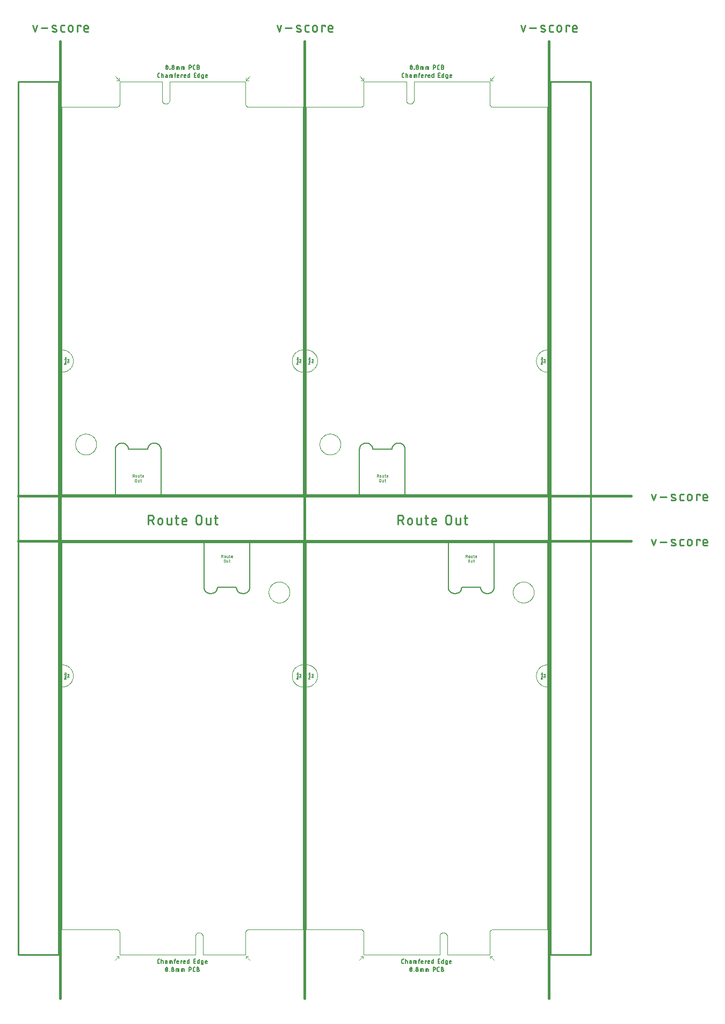
<source format=gko>
G04 EAGLE Gerber RS-274X export*
G75*
%MOMM*%
%FSLAX34Y34*%
%LPD*%
%IN*%
%IPPOS*%
%AMOC8*
5,1,8,0,0,1.08239X$1,22.5*%
G01*
%ADD10C,0.050000*%
%ADD11C,0.381000*%
%ADD12C,0.279400*%
%ADD13C,0.254000*%
%ADD14C,0.000000*%
%ADD15C,0.152400*%
%ADD16C,0.076200*%
%ADD17C,0.127000*%
%ADD18C,0.101600*%
%ADD19C,0.050800*%
%ADD20C,0.025400*%


D10*
X289242Y0D02*
X222242Y0D01*
X210242Y0D02*
X90742Y0D01*
X289242Y0D02*
X289242Y35000D01*
X289240Y35137D01*
X289242Y35274D01*
X289248Y35410D01*
X289258Y35547D01*
X289272Y35683D01*
X289290Y35818D01*
X289311Y35954D01*
X289336Y36088D01*
X289365Y36222D01*
X289398Y36355D01*
X289434Y36486D01*
X289474Y36617D01*
X289518Y36747D01*
X289565Y36875D01*
X289616Y37002D01*
X289670Y37128D01*
X289728Y37252D01*
X289789Y37374D01*
X289854Y37494D01*
X289922Y37613D01*
X289994Y37730D01*
X290068Y37844D01*
X290146Y37957D01*
X290227Y38067D01*
X290311Y38175D01*
X290398Y38280D01*
X290488Y38384D01*
X290581Y38484D01*
X290677Y38582D01*
X290775Y38677D01*
X290876Y38769D01*
X290980Y38859D01*
X291085Y38945D01*
X291194Y39029D01*
X291304Y39109D01*
X291417Y39187D01*
X291532Y39261D01*
X291649Y39332D01*
X291768Y39399D01*
X291889Y39463D01*
X292012Y39524D01*
X292136Y39581D01*
X292262Y39635D01*
X292389Y39686D01*
X292517Y39732D01*
X292647Y39775D01*
X292778Y39815D01*
X292910Y39850D01*
X293043Y39882D01*
X293177Y39911D01*
X293312Y39935D01*
X293447Y39956D01*
X293583Y39973D01*
X293719Y39986D01*
X293855Y39995D01*
X293992Y40000D01*
X379992Y40000D01*
X379992Y650000D01*
X-8Y650000D01*
X-8Y40000D01*
X90742Y35000D02*
X90742Y0D01*
X90742Y35000D02*
X90744Y35137D01*
X90742Y35274D01*
X90736Y35410D01*
X90726Y35547D01*
X90712Y35683D01*
X90694Y35818D01*
X90673Y35954D01*
X90648Y36088D01*
X90619Y36222D01*
X90586Y36355D01*
X90550Y36486D01*
X90510Y36617D01*
X90466Y36747D01*
X90419Y36875D01*
X90368Y37002D01*
X90314Y37128D01*
X90256Y37252D01*
X90195Y37374D01*
X90130Y37494D01*
X90062Y37613D01*
X89990Y37730D01*
X89916Y37844D01*
X89838Y37957D01*
X89757Y38067D01*
X89673Y38175D01*
X89586Y38280D01*
X89496Y38384D01*
X89403Y38484D01*
X89307Y38582D01*
X89209Y38677D01*
X89108Y38769D01*
X89004Y38859D01*
X88899Y38945D01*
X88790Y39029D01*
X88680Y39109D01*
X88567Y39187D01*
X88452Y39261D01*
X88335Y39332D01*
X88216Y39399D01*
X88095Y39463D01*
X87972Y39524D01*
X87848Y39581D01*
X87722Y39635D01*
X87595Y39686D01*
X87467Y39732D01*
X87337Y39775D01*
X87206Y39815D01*
X87074Y39850D01*
X86941Y39882D01*
X86807Y39911D01*
X86672Y39935D01*
X86537Y39956D01*
X86401Y39973D01*
X86265Y39986D01*
X86129Y39995D01*
X85992Y40000D01*
X-8Y40000D01*
X222242Y29000D02*
X222242Y0D01*
X210242Y0D02*
X210242Y29000D01*
X210244Y29153D01*
X210250Y29306D01*
X210259Y29459D01*
X210273Y29612D01*
X210290Y29764D01*
X210312Y29916D01*
X210337Y30067D01*
X210366Y30218D01*
X210399Y30368D01*
X210436Y30517D01*
X210476Y30665D01*
X210520Y30811D01*
X210568Y30957D01*
X210620Y31101D01*
X210676Y31244D01*
X210735Y31386D01*
X210797Y31526D01*
X210863Y31664D01*
X210933Y31801D01*
X211006Y31935D01*
X211083Y32068D01*
X211163Y32199D01*
X211246Y32328D01*
X211333Y32454D01*
X211422Y32579D01*
X211515Y32701D01*
X211611Y32820D01*
X211710Y32937D01*
X211812Y33052D01*
X211917Y33164D01*
X212025Y33273D01*
X212135Y33379D01*
X212248Y33483D01*
X212364Y33583D01*
X212482Y33681D01*
X212603Y33775D01*
X212726Y33867D01*
X212851Y33955D01*
X212979Y34040D01*
X213109Y34122D01*
X213240Y34200D01*
X213374Y34275D01*
X213510Y34347D01*
X213647Y34415D01*
X213786Y34479D01*
X213927Y34540D01*
X214069Y34598D01*
X214213Y34651D01*
X214358Y34701D01*
X214504Y34748D01*
X214651Y34790D01*
X214800Y34829D01*
X214949Y34864D01*
X215099Y34895D01*
X215250Y34922D01*
X215401Y34946D01*
X215554Y34965D01*
X215706Y34981D01*
X215859Y34993D01*
X216012Y35001D01*
X216165Y35005D01*
X216319Y35005D01*
X216472Y35001D01*
X216625Y34993D01*
X216778Y34981D01*
X216930Y34965D01*
X217083Y34946D01*
X217234Y34922D01*
X217385Y34895D01*
X217535Y34864D01*
X217684Y34829D01*
X217833Y34790D01*
X217980Y34748D01*
X218126Y34701D01*
X218271Y34651D01*
X218415Y34598D01*
X218557Y34540D01*
X218698Y34479D01*
X218837Y34415D01*
X218974Y34347D01*
X219110Y34275D01*
X219244Y34200D01*
X219375Y34122D01*
X219505Y34040D01*
X219633Y33955D01*
X219758Y33867D01*
X219881Y33775D01*
X220002Y33681D01*
X220120Y33583D01*
X220236Y33483D01*
X220349Y33379D01*
X220459Y33273D01*
X220567Y33164D01*
X220672Y33052D01*
X220774Y32937D01*
X220873Y32820D01*
X220969Y32701D01*
X221062Y32579D01*
X221151Y32454D01*
X221238Y32328D01*
X221321Y32199D01*
X221401Y32068D01*
X221478Y31935D01*
X221551Y31801D01*
X221621Y31664D01*
X221687Y31526D01*
X221749Y31386D01*
X221808Y31244D01*
X221864Y31101D01*
X221916Y30957D01*
X221964Y30811D01*
X222008Y30665D01*
X222048Y30517D01*
X222085Y30368D01*
X222118Y30218D01*
X222147Y30067D01*
X222172Y29916D01*
X222194Y29764D01*
X222211Y29612D01*
X222225Y29459D01*
X222234Y29306D01*
X222240Y29153D01*
X222242Y29000D01*
X607331Y0D02*
X674331Y0D01*
X595331Y0D02*
X475831Y0D01*
X674331Y0D02*
X674331Y35000D01*
X674329Y35137D01*
X674331Y35274D01*
X674337Y35410D01*
X674347Y35547D01*
X674361Y35683D01*
X674379Y35818D01*
X674400Y35954D01*
X674425Y36088D01*
X674454Y36222D01*
X674487Y36355D01*
X674523Y36486D01*
X674563Y36617D01*
X674607Y36747D01*
X674654Y36875D01*
X674705Y37002D01*
X674759Y37128D01*
X674817Y37252D01*
X674878Y37374D01*
X674943Y37494D01*
X675011Y37613D01*
X675083Y37730D01*
X675157Y37844D01*
X675235Y37957D01*
X675316Y38067D01*
X675400Y38175D01*
X675487Y38280D01*
X675577Y38384D01*
X675670Y38484D01*
X675766Y38582D01*
X675864Y38677D01*
X675965Y38769D01*
X676069Y38859D01*
X676174Y38945D01*
X676283Y39029D01*
X676393Y39109D01*
X676506Y39187D01*
X676621Y39261D01*
X676738Y39332D01*
X676857Y39399D01*
X676978Y39463D01*
X677101Y39524D01*
X677225Y39581D01*
X677351Y39635D01*
X677478Y39686D01*
X677606Y39732D01*
X677736Y39775D01*
X677867Y39815D01*
X677999Y39850D01*
X678132Y39882D01*
X678266Y39911D01*
X678401Y39935D01*
X678536Y39956D01*
X678672Y39973D01*
X678808Y39986D01*
X678944Y39995D01*
X679081Y40000D01*
X765081Y40000D01*
X765081Y650000D01*
X385081Y650000D01*
X385081Y40000D01*
X475831Y35000D02*
X475831Y0D01*
X475831Y35000D02*
X475833Y35137D01*
X475831Y35274D01*
X475825Y35410D01*
X475815Y35547D01*
X475801Y35683D01*
X475783Y35818D01*
X475762Y35954D01*
X475737Y36088D01*
X475708Y36222D01*
X475675Y36355D01*
X475639Y36486D01*
X475599Y36617D01*
X475555Y36747D01*
X475508Y36875D01*
X475457Y37002D01*
X475403Y37128D01*
X475345Y37252D01*
X475284Y37374D01*
X475219Y37494D01*
X475151Y37613D01*
X475079Y37730D01*
X475005Y37844D01*
X474927Y37957D01*
X474846Y38067D01*
X474762Y38175D01*
X474675Y38280D01*
X474585Y38384D01*
X474492Y38484D01*
X474396Y38582D01*
X474298Y38677D01*
X474197Y38769D01*
X474093Y38859D01*
X473988Y38945D01*
X473879Y39029D01*
X473769Y39109D01*
X473656Y39187D01*
X473541Y39261D01*
X473424Y39332D01*
X473305Y39399D01*
X473184Y39463D01*
X473061Y39524D01*
X472937Y39581D01*
X472811Y39635D01*
X472684Y39686D01*
X472556Y39732D01*
X472426Y39775D01*
X472295Y39815D01*
X472163Y39850D01*
X472030Y39882D01*
X471896Y39911D01*
X471761Y39935D01*
X471626Y39956D01*
X471490Y39973D01*
X471354Y39986D01*
X471218Y39995D01*
X471081Y40000D01*
X385081Y40000D01*
X607331Y29000D02*
X607331Y0D01*
X595331Y0D02*
X595331Y29000D01*
X595333Y29153D01*
X595339Y29306D01*
X595348Y29459D01*
X595362Y29612D01*
X595379Y29764D01*
X595401Y29916D01*
X595426Y30067D01*
X595455Y30218D01*
X595488Y30368D01*
X595525Y30517D01*
X595565Y30665D01*
X595609Y30811D01*
X595657Y30957D01*
X595709Y31101D01*
X595765Y31244D01*
X595824Y31386D01*
X595886Y31526D01*
X595952Y31664D01*
X596022Y31801D01*
X596095Y31935D01*
X596172Y32068D01*
X596252Y32199D01*
X596335Y32328D01*
X596422Y32454D01*
X596511Y32579D01*
X596604Y32701D01*
X596700Y32820D01*
X596799Y32937D01*
X596901Y33052D01*
X597006Y33164D01*
X597114Y33273D01*
X597224Y33379D01*
X597337Y33483D01*
X597453Y33583D01*
X597571Y33681D01*
X597692Y33775D01*
X597815Y33867D01*
X597940Y33955D01*
X598068Y34040D01*
X598198Y34122D01*
X598329Y34200D01*
X598463Y34275D01*
X598599Y34347D01*
X598736Y34415D01*
X598875Y34479D01*
X599016Y34540D01*
X599158Y34598D01*
X599302Y34651D01*
X599447Y34701D01*
X599593Y34748D01*
X599740Y34790D01*
X599889Y34829D01*
X600038Y34864D01*
X600188Y34895D01*
X600339Y34922D01*
X600490Y34946D01*
X600643Y34965D01*
X600795Y34981D01*
X600948Y34993D01*
X601101Y35001D01*
X601254Y35005D01*
X601408Y35005D01*
X601561Y35001D01*
X601714Y34993D01*
X601867Y34981D01*
X602019Y34965D01*
X602172Y34946D01*
X602323Y34922D01*
X602474Y34895D01*
X602624Y34864D01*
X602773Y34829D01*
X602922Y34790D01*
X603069Y34748D01*
X603215Y34701D01*
X603360Y34651D01*
X603504Y34598D01*
X603646Y34540D01*
X603787Y34479D01*
X603926Y34415D01*
X604063Y34347D01*
X604199Y34275D01*
X604333Y34200D01*
X604464Y34122D01*
X604594Y34040D01*
X604722Y33955D01*
X604847Y33867D01*
X604970Y33775D01*
X605091Y33681D01*
X605209Y33583D01*
X605325Y33483D01*
X605438Y33379D01*
X605548Y33273D01*
X605656Y33164D01*
X605761Y33052D01*
X605863Y32937D01*
X605962Y32820D01*
X606058Y32701D01*
X606151Y32579D01*
X606240Y32454D01*
X606327Y32328D01*
X606410Y32199D01*
X606490Y32068D01*
X606567Y31935D01*
X606640Y31801D01*
X606710Y31664D01*
X606776Y31526D01*
X606838Y31386D01*
X606897Y31244D01*
X606953Y31101D01*
X607005Y30957D01*
X607053Y30811D01*
X607097Y30665D01*
X607137Y30517D01*
X607174Y30368D01*
X607207Y30218D01*
X607236Y30067D01*
X607261Y29916D01*
X607283Y29764D01*
X607300Y29612D01*
X607314Y29459D01*
X607323Y29306D01*
X607329Y29153D01*
X607331Y29000D01*
X157767Y1376197D02*
X90767Y1376197D01*
X169767Y1376197D02*
X289267Y1376197D01*
X90767Y1376197D02*
X90767Y1341197D01*
X90769Y1341060D01*
X90767Y1340923D01*
X90761Y1340787D01*
X90751Y1340650D01*
X90737Y1340514D01*
X90719Y1340379D01*
X90698Y1340243D01*
X90673Y1340109D01*
X90644Y1339975D01*
X90611Y1339842D01*
X90575Y1339711D01*
X90535Y1339580D01*
X90491Y1339450D01*
X90444Y1339322D01*
X90393Y1339195D01*
X90339Y1339069D01*
X90281Y1338945D01*
X90220Y1338823D01*
X90155Y1338703D01*
X90087Y1338584D01*
X90015Y1338467D01*
X89941Y1338353D01*
X89863Y1338240D01*
X89782Y1338130D01*
X89698Y1338022D01*
X89611Y1337917D01*
X89521Y1337813D01*
X89428Y1337713D01*
X89332Y1337615D01*
X89234Y1337520D01*
X89133Y1337428D01*
X89029Y1337338D01*
X88924Y1337252D01*
X88815Y1337168D01*
X88705Y1337088D01*
X88592Y1337010D01*
X88477Y1336936D01*
X88360Y1336865D01*
X88241Y1336798D01*
X88120Y1336734D01*
X87997Y1336673D01*
X87873Y1336616D01*
X87747Y1336562D01*
X87620Y1336511D01*
X87492Y1336465D01*
X87362Y1336422D01*
X87231Y1336382D01*
X87099Y1336347D01*
X86966Y1336315D01*
X86832Y1336286D01*
X86697Y1336262D01*
X86562Y1336241D01*
X86426Y1336224D01*
X86290Y1336211D01*
X86154Y1336202D01*
X86017Y1336197D01*
X17Y1336197D01*
X17Y726197D01*
X380017Y726197D01*
X380017Y1336197D01*
X289267Y1341197D02*
X289267Y1376197D01*
X289267Y1341197D02*
X289265Y1341060D01*
X289267Y1340923D01*
X289273Y1340787D01*
X289283Y1340650D01*
X289297Y1340514D01*
X289315Y1340379D01*
X289336Y1340243D01*
X289361Y1340109D01*
X289390Y1339975D01*
X289423Y1339842D01*
X289459Y1339711D01*
X289499Y1339580D01*
X289543Y1339450D01*
X289590Y1339322D01*
X289641Y1339195D01*
X289695Y1339069D01*
X289753Y1338945D01*
X289814Y1338823D01*
X289879Y1338703D01*
X289947Y1338584D01*
X290019Y1338467D01*
X290093Y1338353D01*
X290171Y1338240D01*
X290252Y1338130D01*
X290336Y1338022D01*
X290423Y1337917D01*
X290513Y1337813D01*
X290606Y1337713D01*
X290702Y1337615D01*
X290800Y1337520D01*
X290901Y1337428D01*
X291005Y1337338D01*
X291110Y1337252D01*
X291219Y1337168D01*
X291329Y1337088D01*
X291442Y1337010D01*
X291557Y1336936D01*
X291674Y1336865D01*
X291793Y1336798D01*
X291914Y1336734D01*
X292037Y1336673D01*
X292161Y1336616D01*
X292287Y1336562D01*
X292414Y1336511D01*
X292542Y1336465D01*
X292672Y1336422D01*
X292803Y1336382D01*
X292935Y1336347D01*
X293068Y1336315D01*
X293202Y1336286D01*
X293337Y1336262D01*
X293472Y1336241D01*
X293608Y1336224D01*
X293744Y1336211D01*
X293880Y1336202D01*
X294017Y1336197D01*
X380017Y1336197D01*
X157767Y1347197D02*
X157767Y1376197D01*
X169767Y1376197D02*
X169767Y1347197D01*
X169765Y1347044D01*
X169759Y1346891D01*
X169750Y1346738D01*
X169736Y1346585D01*
X169719Y1346433D01*
X169697Y1346281D01*
X169672Y1346130D01*
X169643Y1345979D01*
X169610Y1345829D01*
X169573Y1345680D01*
X169533Y1345532D01*
X169489Y1345386D01*
X169441Y1345240D01*
X169389Y1345096D01*
X169333Y1344953D01*
X169274Y1344811D01*
X169212Y1344671D01*
X169146Y1344533D01*
X169076Y1344396D01*
X169003Y1344262D01*
X168926Y1344129D01*
X168846Y1343998D01*
X168763Y1343869D01*
X168676Y1343743D01*
X168587Y1343618D01*
X168494Y1343496D01*
X168398Y1343377D01*
X168299Y1343260D01*
X168197Y1343145D01*
X168092Y1343033D01*
X167984Y1342924D01*
X167874Y1342818D01*
X167761Y1342714D01*
X167645Y1342614D01*
X167527Y1342516D01*
X167406Y1342422D01*
X167283Y1342330D01*
X167158Y1342242D01*
X167030Y1342157D01*
X166900Y1342075D01*
X166769Y1341997D01*
X166635Y1341922D01*
X166499Y1341850D01*
X166362Y1341782D01*
X166223Y1341718D01*
X166082Y1341657D01*
X165940Y1341599D01*
X165796Y1341546D01*
X165651Y1341496D01*
X165505Y1341449D01*
X165358Y1341407D01*
X165209Y1341368D01*
X165060Y1341333D01*
X164910Y1341302D01*
X164759Y1341275D01*
X164608Y1341251D01*
X164455Y1341232D01*
X164303Y1341216D01*
X164150Y1341204D01*
X163997Y1341196D01*
X163844Y1341192D01*
X163690Y1341192D01*
X163537Y1341196D01*
X163384Y1341204D01*
X163231Y1341216D01*
X163079Y1341232D01*
X162926Y1341251D01*
X162775Y1341275D01*
X162624Y1341302D01*
X162474Y1341333D01*
X162325Y1341368D01*
X162176Y1341407D01*
X162029Y1341449D01*
X161883Y1341496D01*
X161738Y1341546D01*
X161594Y1341599D01*
X161452Y1341657D01*
X161311Y1341718D01*
X161172Y1341782D01*
X161035Y1341850D01*
X160899Y1341922D01*
X160765Y1341997D01*
X160634Y1342075D01*
X160504Y1342157D01*
X160376Y1342242D01*
X160251Y1342330D01*
X160128Y1342422D01*
X160007Y1342516D01*
X159889Y1342614D01*
X159773Y1342714D01*
X159660Y1342818D01*
X159550Y1342924D01*
X159442Y1343033D01*
X159337Y1343145D01*
X159235Y1343260D01*
X159136Y1343377D01*
X159040Y1343496D01*
X158947Y1343618D01*
X158858Y1343743D01*
X158771Y1343869D01*
X158688Y1343998D01*
X158608Y1344129D01*
X158531Y1344262D01*
X158458Y1344396D01*
X158388Y1344533D01*
X158322Y1344671D01*
X158260Y1344811D01*
X158201Y1344953D01*
X158145Y1345096D01*
X158093Y1345240D01*
X158045Y1345386D01*
X158001Y1345532D01*
X157961Y1345680D01*
X157924Y1345829D01*
X157891Y1345979D01*
X157862Y1346130D01*
X157837Y1346281D01*
X157815Y1346433D01*
X157798Y1346585D01*
X157784Y1346738D01*
X157775Y1346891D01*
X157769Y1347044D01*
X157767Y1347197D01*
X475831Y1376197D02*
X542831Y1376197D01*
X554831Y1376197D02*
X674331Y1376197D01*
X475831Y1376197D02*
X475831Y1341197D01*
X475833Y1341060D01*
X475831Y1340923D01*
X475825Y1340787D01*
X475815Y1340650D01*
X475801Y1340514D01*
X475783Y1340379D01*
X475762Y1340243D01*
X475737Y1340109D01*
X475708Y1339975D01*
X475675Y1339842D01*
X475639Y1339711D01*
X475599Y1339580D01*
X475555Y1339450D01*
X475508Y1339322D01*
X475457Y1339195D01*
X475403Y1339069D01*
X475345Y1338945D01*
X475284Y1338823D01*
X475219Y1338703D01*
X475151Y1338584D01*
X475079Y1338467D01*
X475005Y1338353D01*
X474927Y1338240D01*
X474846Y1338130D01*
X474762Y1338022D01*
X474675Y1337917D01*
X474585Y1337813D01*
X474492Y1337713D01*
X474396Y1337615D01*
X474298Y1337520D01*
X474197Y1337428D01*
X474093Y1337338D01*
X473988Y1337252D01*
X473879Y1337168D01*
X473769Y1337088D01*
X473656Y1337010D01*
X473541Y1336936D01*
X473424Y1336865D01*
X473305Y1336798D01*
X473184Y1336734D01*
X473061Y1336673D01*
X472937Y1336616D01*
X472811Y1336562D01*
X472684Y1336511D01*
X472556Y1336465D01*
X472426Y1336422D01*
X472295Y1336382D01*
X472163Y1336347D01*
X472030Y1336315D01*
X471896Y1336286D01*
X471761Y1336262D01*
X471626Y1336241D01*
X471490Y1336224D01*
X471354Y1336211D01*
X471218Y1336202D01*
X471081Y1336197D01*
X385081Y1336197D01*
X385081Y726197D01*
X765081Y726197D01*
X765081Y1336197D01*
X674331Y1341197D02*
X674331Y1376197D01*
X674331Y1341197D02*
X674329Y1341060D01*
X674331Y1340923D01*
X674337Y1340787D01*
X674347Y1340650D01*
X674361Y1340514D01*
X674379Y1340379D01*
X674400Y1340243D01*
X674425Y1340109D01*
X674454Y1339975D01*
X674487Y1339842D01*
X674523Y1339711D01*
X674563Y1339580D01*
X674607Y1339450D01*
X674654Y1339322D01*
X674705Y1339195D01*
X674759Y1339069D01*
X674817Y1338945D01*
X674878Y1338823D01*
X674943Y1338703D01*
X675011Y1338584D01*
X675083Y1338467D01*
X675157Y1338353D01*
X675235Y1338240D01*
X675316Y1338130D01*
X675400Y1338022D01*
X675487Y1337917D01*
X675577Y1337813D01*
X675670Y1337713D01*
X675766Y1337615D01*
X675864Y1337520D01*
X675965Y1337428D01*
X676069Y1337338D01*
X676174Y1337252D01*
X676283Y1337168D01*
X676393Y1337088D01*
X676506Y1337010D01*
X676621Y1336936D01*
X676738Y1336865D01*
X676857Y1336798D01*
X676978Y1336734D01*
X677101Y1336673D01*
X677225Y1336616D01*
X677351Y1336562D01*
X677478Y1336511D01*
X677606Y1336465D01*
X677736Y1336422D01*
X677867Y1336382D01*
X677999Y1336347D01*
X678132Y1336315D01*
X678266Y1336286D01*
X678401Y1336262D01*
X678536Y1336241D01*
X678672Y1336224D01*
X678808Y1336211D01*
X678944Y1336202D01*
X679081Y1336197D01*
X765081Y1336197D01*
X542831Y1347197D02*
X542831Y1376197D01*
X554831Y1376197D02*
X554831Y1347197D01*
X554829Y1347044D01*
X554823Y1346891D01*
X554814Y1346738D01*
X554800Y1346585D01*
X554783Y1346433D01*
X554761Y1346281D01*
X554736Y1346130D01*
X554707Y1345979D01*
X554674Y1345829D01*
X554637Y1345680D01*
X554597Y1345532D01*
X554553Y1345386D01*
X554505Y1345240D01*
X554453Y1345096D01*
X554397Y1344953D01*
X554338Y1344811D01*
X554276Y1344671D01*
X554210Y1344533D01*
X554140Y1344396D01*
X554067Y1344262D01*
X553990Y1344129D01*
X553910Y1343998D01*
X553827Y1343869D01*
X553740Y1343743D01*
X553651Y1343618D01*
X553558Y1343496D01*
X553462Y1343377D01*
X553363Y1343260D01*
X553261Y1343145D01*
X553156Y1343033D01*
X553048Y1342924D01*
X552938Y1342818D01*
X552825Y1342714D01*
X552709Y1342614D01*
X552591Y1342516D01*
X552470Y1342422D01*
X552347Y1342330D01*
X552222Y1342242D01*
X552094Y1342157D01*
X551964Y1342075D01*
X551833Y1341997D01*
X551699Y1341922D01*
X551563Y1341850D01*
X551426Y1341782D01*
X551287Y1341718D01*
X551146Y1341657D01*
X551004Y1341599D01*
X550860Y1341546D01*
X550715Y1341496D01*
X550569Y1341449D01*
X550422Y1341407D01*
X550273Y1341368D01*
X550124Y1341333D01*
X549974Y1341302D01*
X549823Y1341275D01*
X549672Y1341251D01*
X549519Y1341232D01*
X549367Y1341216D01*
X549214Y1341204D01*
X549061Y1341196D01*
X548908Y1341192D01*
X548754Y1341192D01*
X548601Y1341196D01*
X548448Y1341204D01*
X548295Y1341216D01*
X548143Y1341232D01*
X547990Y1341251D01*
X547839Y1341275D01*
X547688Y1341302D01*
X547538Y1341333D01*
X547389Y1341368D01*
X547240Y1341407D01*
X547093Y1341449D01*
X546947Y1341496D01*
X546802Y1341546D01*
X546658Y1341599D01*
X546516Y1341657D01*
X546375Y1341718D01*
X546236Y1341782D01*
X546099Y1341850D01*
X545963Y1341922D01*
X545829Y1341997D01*
X545698Y1342075D01*
X545568Y1342157D01*
X545440Y1342242D01*
X545315Y1342330D01*
X545192Y1342422D01*
X545071Y1342516D01*
X544953Y1342614D01*
X544837Y1342714D01*
X544724Y1342818D01*
X544614Y1342924D01*
X544506Y1343033D01*
X544401Y1343145D01*
X544299Y1343260D01*
X544200Y1343377D01*
X544104Y1343496D01*
X544011Y1343618D01*
X543922Y1343743D01*
X543835Y1343869D01*
X543752Y1343998D01*
X543672Y1344129D01*
X543595Y1344262D01*
X543522Y1344396D01*
X543452Y1344533D01*
X543386Y1344671D01*
X543324Y1344811D01*
X543265Y1344953D01*
X543209Y1345096D01*
X543157Y1345240D01*
X543109Y1345386D01*
X543065Y1345532D01*
X543025Y1345680D01*
X542988Y1345829D01*
X542955Y1345979D01*
X542926Y1346130D01*
X542901Y1346281D01*
X542879Y1346433D01*
X542862Y1346585D01*
X542848Y1346738D01*
X542839Y1346891D01*
X542833Y1347044D01*
X542831Y1347197D01*
D11*
X-2540Y1439697D02*
X-2540Y-68580D01*
D12*
X-42921Y1455064D02*
X-46251Y1465055D01*
X-39590Y1465055D02*
X-42921Y1455064D01*
X-32806Y1460892D02*
X-22815Y1460892D01*
X-14261Y1460892D02*
X-10098Y1459227D01*
X-14261Y1460892D02*
X-14346Y1460928D01*
X-14429Y1460968D01*
X-14510Y1461011D01*
X-14590Y1461058D01*
X-14667Y1461108D01*
X-14743Y1461161D01*
X-14816Y1461217D01*
X-14886Y1461277D01*
X-14954Y1461339D01*
X-15019Y1461404D01*
X-15081Y1461472D01*
X-15141Y1461543D01*
X-15197Y1461616D01*
X-15250Y1461691D01*
X-15300Y1461769D01*
X-15346Y1461848D01*
X-15389Y1461930D01*
X-15429Y1462013D01*
X-15465Y1462098D01*
X-15497Y1462184D01*
X-15526Y1462272D01*
X-15550Y1462361D01*
X-15571Y1462451D01*
X-15588Y1462541D01*
X-15602Y1462632D01*
X-15611Y1462724D01*
X-15616Y1462816D01*
X-15618Y1462908D01*
X-15616Y1463000D01*
X-15609Y1463092D01*
X-15599Y1463184D01*
X-15585Y1463275D01*
X-15567Y1463366D01*
X-15545Y1463455D01*
X-15519Y1463544D01*
X-15489Y1463631D01*
X-15456Y1463717D01*
X-15419Y1463801D01*
X-15379Y1463884D01*
X-15335Y1463965D01*
X-15288Y1464044D01*
X-15237Y1464121D01*
X-15183Y1464196D01*
X-15126Y1464269D01*
X-15066Y1464339D01*
X-15003Y1464406D01*
X-14937Y1464470D01*
X-14869Y1464532D01*
X-14798Y1464591D01*
X-14724Y1464646D01*
X-14648Y1464699D01*
X-14570Y1464748D01*
X-14490Y1464794D01*
X-14409Y1464836D01*
X-14325Y1464875D01*
X-14240Y1464910D01*
X-14153Y1464941D01*
X-14065Y1464969D01*
X-13976Y1464993D01*
X-13886Y1465013D01*
X-13796Y1465030D01*
X-13704Y1465042D01*
X-13612Y1465051D01*
X-13520Y1465055D01*
X-13428Y1465056D01*
X-13428Y1465055D02*
X-13201Y1465049D01*
X-12974Y1465038D01*
X-12747Y1465021D01*
X-12521Y1464998D01*
X-12295Y1464971D01*
X-12070Y1464937D01*
X-11846Y1464899D01*
X-11623Y1464855D01*
X-11401Y1464806D01*
X-11180Y1464751D01*
X-10961Y1464691D01*
X-10743Y1464626D01*
X-10527Y1464555D01*
X-10313Y1464480D01*
X-10100Y1464399D01*
X-9890Y1464313D01*
X-9681Y1464222D01*
X-10098Y1459228D02*
X-10013Y1459192D01*
X-9930Y1459152D01*
X-9849Y1459109D01*
X-9769Y1459062D01*
X-9692Y1459012D01*
X-9616Y1458959D01*
X-9543Y1458903D01*
X-9473Y1458843D01*
X-9405Y1458781D01*
X-9340Y1458716D01*
X-9278Y1458648D01*
X-9218Y1458577D01*
X-9162Y1458504D01*
X-9109Y1458429D01*
X-9059Y1458351D01*
X-9013Y1458272D01*
X-8970Y1458190D01*
X-8930Y1458107D01*
X-8894Y1458022D01*
X-8862Y1457936D01*
X-8833Y1457848D01*
X-8809Y1457759D01*
X-8788Y1457669D01*
X-8771Y1457579D01*
X-8757Y1457488D01*
X-8748Y1457396D01*
X-8743Y1457304D01*
X-8741Y1457212D01*
X-8743Y1457120D01*
X-8750Y1457028D01*
X-8760Y1456936D01*
X-8774Y1456845D01*
X-8792Y1456754D01*
X-8814Y1456665D01*
X-8840Y1456576D01*
X-8870Y1456489D01*
X-8903Y1456403D01*
X-8940Y1456319D01*
X-8980Y1456236D01*
X-9024Y1456155D01*
X-9071Y1456076D01*
X-9122Y1455999D01*
X-9176Y1455924D01*
X-9233Y1455851D01*
X-9293Y1455781D01*
X-9356Y1455714D01*
X-9422Y1455650D01*
X-9490Y1455588D01*
X-9561Y1455529D01*
X-9635Y1455474D01*
X-9711Y1455421D01*
X-9789Y1455372D01*
X-9869Y1455326D01*
X-9950Y1455284D01*
X-10034Y1455245D01*
X-10119Y1455210D01*
X-10206Y1455179D01*
X-10294Y1455151D01*
X-10383Y1455127D01*
X-10473Y1455107D01*
X-10563Y1455090D01*
X-10655Y1455078D01*
X-10747Y1455069D01*
X-10839Y1455065D01*
X-10931Y1455064D01*
X-11265Y1455073D01*
X-11598Y1455090D01*
X-11931Y1455114D01*
X-12264Y1455147D01*
X-12595Y1455187D01*
X-12926Y1455235D01*
X-13255Y1455291D01*
X-13583Y1455354D01*
X-13909Y1455426D01*
X-14233Y1455505D01*
X-14556Y1455591D01*
X-14876Y1455686D01*
X-15194Y1455788D01*
X-15510Y1455897D01*
X562Y1455064D02*
X3892Y1455064D01*
X562Y1455064D02*
X464Y1455066D01*
X366Y1455072D01*
X268Y1455081D01*
X171Y1455095D01*
X75Y1455112D01*
X-21Y1455133D01*
X-116Y1455158D01*
X-210Y1455186D01*
X-303Y1455218D01*
X-394Y1455254D01*
X-484Y1455293D01*
X-572Y1455336D01*
X-659Y1455383D01*
X-743Y1455432D01*
X-826Y1455485D01*
X-906Y1455541D01*
X-985Y1455600D01*
X-1060Y1455663D01*
X-1134Y1455728D01*
X-1204Y1455796D01*
X-1272Y1455866D01*
X-1338Y1455940D01*
X-1400Y1456016D01*
X-1459Y1456094D01*
X-1515Y1456174D01*
X-1568Y1456257D01*
X-1618Y1456341D01*
X-1664Y1456428D01*
X-1707Y1456516D01*
X-1746Y1456606D01*
X-1782Y1456697D01*
X-1814Y1456790D01*
X-1842Y1456884D01*
X-1867Y1456979D01*
X-1888Y1457075D01*
X-1905Y1457171D01*
X-1919Y1457268D01*
X-1928Y1457366D01*
X-1934Y1457464D01*
X-1936Y1457562D01*
X-1936Y1462557D01*
X-1934Y1462655D01*
X-1928Y1462753D01*
X-1919Y1462851D01*
X-1905Y1462948D01*
X-1888Y1463044D01*
X-1867Y1463140D01*
X-1842Y1463235D01*
X-1814Y1463329D01*
X-1782Y1463422D01*
X-1746Y1463513D01*
X-1707Y1463603D01*
X-1664Y1463691D01*
X-1617Y1463778D01*
X-1568Y1463862D01*
X-1515Y1463945D01*
X-1459Y1464025D01*
X-1400Y1464103D01*
X-1337Y1464179D01*
X-1272Y1464253D01*
X-1204Y1464323D01*
X-1134Y1464391D01*
X-1060Y1464456D01*
X-984Y1464519D01*
X-906Y1464578D01*
X-826Y1464634D01*
X-743Y1464687D01*
X-659Y1464736D01*
X-572Y1464783D01*
X-484Y1464826D01*
X-394Y1464865D01*
X-303Y1464901D01*
X-210Y1464933D01*
X-116Y1464961D01*
X-21Y1464986D01*
X75Y1465007D01*
X171Y1465024D01*
X268Y1465038D01*
X366Y1465047D01*
X464Y1465053D01*
X562Y1465055D01*
X3892Y1465055D01*
X10022Y1461725D02*
X10022Y1458395D01*
X10022Y1461725D02*
X10024Y1461839D01*
X10030Y1461952D01*
X10039Y1462066D01*
X10053Y1462178D01*
X10070Y1462291D01*
X10092Y1462403D01*
X10117Y1462513D01*
X10145Y1462623D01*
X10178Y1462732D01*
X10214Y1462840D01*
X10254Y1462947D01*
X10298Y1463052D01*
X10345Y1463155D01*
X10395Y1463257D01*
X10449Y1463357D01*
X10507Y1463455D01*
X10568Y1463551D01*
X10631Y1463645D01*
X10699Y1463737D01*
X10769Y1463827D01*
X10842Y1463913D01*
X10918Y1463998D01*
X10997Y1464080D01*
X11079Y1464159D01*
X11164Y1464235D01*
X11250Y1464308D01*
X11340Y1464378D01*
X11432Y1464446D01*
X11526Y1464509D01*
X11622Y1464570D01*
X11720Y1464628D01*
X11820Y1464682D01*
X11922Y1464732D01*
X12025Y1464779D01*
X12130Y1464823D01*
X12237Y1464863D01*
X12345Y1464899D01*
X12454Y1464932D01*
X12564Y1464960D01*
X12674Y1464985D01*
X12786Y1465007D01*
X12899Y1465024D01*
X13011Y1465038D01*
X13125Y1465047D01*
X13238Y1465053D01*
X13352Y1465055D01*
X13466Y1465053D01*
X13579Y1465047D01*
X13693Y1465038D01*
X13805Y1465024D01*
X13918Y1465007D01*
X14030Y1464985D01*
X14140Y1464960D01*
X14250Y1464932D01*
X14359Y1464899D01*
X14467Y1464863D01*
X14574Y1464823D01*
X14679Y1464779D01*
X14782Y1464732D01*
X14884Y1464682D01*
X14984Y1464628D01*
X15082Y1464570D01*
X15178Y1464509D01*
X15272Y1464446D01*
X15364Y1464378D01*
X15454Y1464308D01*
X15540Y1464235D01*
X15625Y1464159D01*
X15707Y1464080D01*
X15786Y1463998D01*
X15862Y1463913D01*
X15935Y1463827D01*
X16005Y1463737D01*
X16073Y1463645D01*
X16136Y1463551D01*
X16197Y1463455D01*
X16255Y1463357D01*
X16309Y1463257D01*
X16359Y1463155D01*
X16406Y1463052D01*
X16450Y1462947D01*
X16490Y1462840D01*
X16526Y1462732D01*
X16559Y1462623D01*
X16587Y1462513D01*
X16612Y1462403D01*
X16634Y1462291D01*
X16651Y1462178D01*
X16665Y1462066D01*
X16674Y1461952D01*
X16680Y1461839D01*
X16682Y1461725D01*
X16682Y1458395D01*
X16680Y1458281D01*
X16674Y1458168D01*
X16665Y1458054D01*
X16651Y1457942D01*
X16634Y1457829D01*
X16612Y1457717D01*
X16587Y1457607D01*
X16559Y1457497D01*
X16526Y1457388D01*
X16490Y1457280D01*
X16450Y1457173D01*
X16406Y1457068D01*
X16359Y1456965D01*
X16309Y1456863D01*
X16255Y1456763D01*
X16197Y1456665D01*
X16136Y1456569D01*
X16073Y1456475D01*
X16005Y1456383D01*
X15935Y1456293D01*
X15862Y1456207D01*
X15786Y1456122D01*
X15707Y1456040D01*
X15625Y1455961D01*
X15540Y1455885D01*
X15454Y1455812D01*
X15364Y1455742D01*
X15272Y1455674D01*
X15178Y1455611D01*
X15082Y1455550D01*
X14984Y1455492D01*
X14884Y1455438D01*
X14782Y1455388D01*
X14679Y1455341D01*
X14574Y1455297D01*
X14467Y1455257D01*
X14359Y1455221D01*
X14250Y1455188D01*
X14140Y1455160D01*
X14030Y1455135D01*
X13918Y1455113D01*
X13805Y1455096D01*
X13693Y1455082D01*
X13579Y1455073D01*
X13466Y1455067D01*
X13352Y1455065D01*
X13238Y1455067D01*
X13125Y1455073D01*
X13011Y1455082D01*
X12899Y1455096D01*
X12786Y1455113D01*
X12674Y1455135D01*
X12564Y1455160D01*
X12454Y1455188D01*
X12345Y1455221D01*
X12237Y1455257D01*
X12130Y1455297D01*
X12025Y1455341D01*
X11922Y1455388D01*
X11820Y1455438D01*
X11720Y1455492D01*
X11622Y1455550D01*
X11526Y1455611D01*
X11432Y1455674D01*
X11340Y1455742D01*
X11250Y1455812D01*
X11164Y1455885D01*
X11079Y1455961D01*
X10997Y1456040D01*
X10918Y1456122D01*
X10842Y1456207D01*
X10769Y1456293D01*
X10699Y1456383D01*
X10631Y1456475D01*
X10568Y1456569D01*
X10507Y1456665D01*
X10449Y1456763D01*
X10395Y1456863D01*
X10345Y1456965D01*
X10298Y1457068D01*
X10254Y1457173D01*
X10214Y1457280D01*
X10178Y1457388D01*
X10145Y1457497D01*
X10117Y1457607D01*
X10092Y1457717D01*
X10070Y1457829D01*
X10053Y1457942D01*
X10039Y1458054D01*
X10030Y1458168D01*
X10024Y1458281D01*
X10022Y1458395D01*
X24218Y1455064D02*
X24218Y1465055D01*
X29213Y1465055D01*
X29213Y1463390D01*
X37008Y1455064D02*
X41171Y1455064D01*
X37008Y1455064D02*
X36910Y1455066D01*
X36812Y1455072D01*
X36714Y1455081D01*
X36617Y1455095D01*
X36521Y1455112D01*
X36425Y1455133D01*
X36330Y1455158D01*
X36236Y1455186D01*
X36143Y1455218D01*
X36052Y1455254D01*
X35962Y1455293D01*
X35874Y1455336D01*
X35787Y1455383D01*
X35703Y1455432D01*
X35620Y1455485D01*
X35540Y1455541D01*
X35462Y1455600D01*
X35386Y1455663D01*
X35312Y1455728D01*
X35242Y1455796D01*
X35174Y1455866D01*
X35109Y1455940D01*
X35046Y1456016D01*
X34987Y1456094D01*
X34931Y1456174D01*
X34878Y1456257D01*
X34829Y1456341D01*
X34782Y1456428D01*
X34739Y1456516D01*
X34700Y1456606D01*
X34664Y1456697D01*
X34632Y1456790D01*
X34604Y1456884D01*
X34579Y1456979D01*
X34558Y1457075D01*
X34541Y1457171D01*
X34527Y1457268D01*
X34518Y1457366D01*
X34512Y1457464D01*
X34510Y1457562D01*
X34510Y1461725D01*
X34511Y1461725D02*
X34513Y1461839D01*
X34519Y1461952D01*
X34528Y1462066D01*
X34542Y1462178D01*
X34559Y1462291D01*
X34581Y1462403D01*
X34606Y1462513D01*
X34634Y1462623D01*
X34667Y1462732D01*
X34703Y1462840D01*
X34743Y1462947D01*
X34787Y1463052D01*
X34834Y1463155D01*
X34884Y1463257D01*
X34938Y1463357D01*
X34996Y1463455D01*
X35057Y1463551D01*
X35120Y1463645D01*
X35188Y1463737D01*
X35258Y1463827D01*
X35331Y1463913D01*
X35407Y1463998D01*
X35486Y1464080D01*
X35568Y1464159D01*
X35653Y1464235D01*
X35739Y1464308D01*
X35829Y1464378D01*
X35921Y1464446D01*
X36015Y1464509D01*
X36111Y1464570D01*
X36209Y1464628D01*
X36309Y1464682D01*
X36411Y1464732D01*
X36514Y1464779D01*
X36619Y1464823D01*
X36726Y1464863D01*
X36834Y1464899D01*
X36943Y1464932D01*
X37053Y1464960D01*
X37163Y1464985D01*
X37275Y1465007D01*
X37388Y1465024D01*
X37500Y1465038D01*
X37614Y1465047D01*
X37727Y1465053D01*
X37841Y1465055D01*
X37955Y1465053D01*
X38068Y1465047D01*
X38182Y1465038D01*
X38294Y1465024D01*
X38407Y1465007D01*
X38519Y1464985D01*
X38629Y1464960D01*
X38739Y1464932D01*
X38848Y1464899D01*
X38956Y1464863D01*
X39063Y1464823D01*
X39168Y1464779D01*
X39271Y1464732D01*
X39373Y1464682D01*
X39473Y1464628D01*
X39571Y1464570D01*
X39667Y1464509D01*
X39761Y1464446D01*
X39853Y1464378D01*
X39943Y1464308D01*
X40029Y1464235D01*
X40114Y1464159D01*
X40196Y1464080D01*
X40275Y1463998D01*
X40351Y1463913D01*
X40424Y1463827D01*
X40494Y1463737D01*
X40562Y1463645D01*
X40625Y1463551D01*
X40686Y1463455D01*
X40744Y1463357D01*
X40798Y1463257D01*
X40848Y1463155D01*
X40895Y1463052D01*
X40939Y1462947D01*
X40979Y1462840D01*
X41015Y1462732D01*
X41048Y1462623D01*
X41076Y1462513D01*
X41101Y1462403D01*
X41123Y1462291D01*
X41140Y1462178D01*
X41154Y1462066D01*
X41163Y1461952D01*
X41169Y1461839D01*
X41171Y1461725D01*
X41171Y1460060D01*
X34510Y1460060D01*
D11*
X382549Y1439697D02*
X382549Y-68580D01*
D12*
X342169Y1455064D02*
X338839Y1465055D01*
X345499Y1465055D02*
X342169Y1455064D01*
X352284Y1460892D02*
X362274Y1460892D01*
X370829Y1460892D02*
X374992Y1459227D01*
X370828Y1460892D02*
X370743Y1460928D01*
X370660Y1460968D01*
X370579Y1461011D01*
X370499Y1461058D01*
X370422Y1461108D01*
X370346Y1461161D01*
X370273Y1461217D01*
X370203Y1461277D01*
X370135Y1461339D01*
X370070Y1461404D01*
X370008Y1461472D01*
X369948Y1461543D01*
X369892Y1461616D01*
X369839Y1461691D01*
X369789Y1461769D01*
X369743Y1461848D01*
X369700Y1461930D01*
X369660Y1462013D01*
X369624Y1462098D01*
X369592Y1462184D01*
X369563Y1462272D01*
X369539Y1462361D01*
X369518Y1462451D01*
X369501Y1462541D01*
X369487Y1462632D01*
X369478Y1462724D01*
X369473Y1462816D01*
X369471Y1462908D01*
X369473Y1463000D01*
X369480Y1463092D01*
X369490Y1463184D01*
X369504Y1463275D01*
X369522Y1463366D01*
X369544Y1463455D01*
X369570Y1463544D01*
X369600Y1463631D01*
X369633Y1463717D01*
X369670Y1463801D01*
X369710Y1463884D01*
X369754Y1463965D01*
X369801Y1464044D01*
X369852Y1464121D01*
X369906Y1464196D01*
X369963Y1464269D01*
X370023Y1464339D01*
X370086Y1464406D01*
X370152Y1464470D01*
X370220Y1464532D01*
X370291Y1464591D01*
X370365Y1464646D01*
X370441Y1464699D01*
X370519Y1464748D01*
X370599Y1464794D01*
X370680Y1464836D01*
X370764Y1464875D01*
X370849Y1464910D01*
X370936Y1464941D01*
X371024Y1464969D01*
X371113Y1464993D01*
X371203Y1465013D01*
X371293Y1465030D01*
X371385Y1465042D01*
X371477Y1465051D01*
X371569Y1465055D01*
X371661Y1465056D01*
X371661Y1465055D02*
X371888Y1465049D01*
X372115Y1465038D01*
X372342Y1465021D01*
X372568Y1464998D01*
X372794Y1464971D01*
X373019Y1464937D01*
X373243Y1464899D01*
X373466Y1464855D01*
X373688Y1464806D01*
X373909Y1464751D01*
X374128Y1464691D01*
X374346Y1464626D01*
X374562Y1464555D01*
X374776Y1464480D01*
X374989Y1464399D01*
X375199Y1464313D01*
X375408Y1464222D01*
X374992Y1459228D02*
X375077Y1459192D01*
X375160Y1459152D01*
X375241Y1459109D01*
X375321Y1459062D01*
X375398Y1459012D01*
X375474Y1458959D01*
X375547Y1458903D01*
X375617Y1458843D01*
X375685Y1458781D01*
X375750Y1458716D01*
X375812Y1458648D01*
X375872Y1458577D01*
X375928Y1458504D01*
X375981Y1458429D01*
X376031Y1458351D01*
X376077Y1458272D01*
X376120Y1458190D01*
X376160Y1458107D01*
X376196Y1458022D01*
X376228Y1457936D01*
X376257Y1457848D01*
X376281Y1457759D01*
X376302Y1457669D01*
X376319Y1457579D01*
X376333Y1457488D01*
X376342Y1457396D01*
X376347Y1457304D01*
X376349Y1457212D01*
X376347Y1457120D01*
X376340Y1457028D01*
X376330Y1456936D01*
X376316Y1456845D01*
X376298Y1456754D01*
X376276Y1456665D01*
X376250Y1456576D01*
X376220Y1456489D01*
X376187Y1456403D01*
X376150Y1456319D01*
X376110Y1456236D01*
X376066Y1456155D01*
X376019Y1456076D01*
X375968Y1455999D01*
X375914Y1455924D01*
X375857Y1455851D01*
X375797Y1455781D01*
X375734Y1455714D01*
X375668Y1455650D01*
X375600Y1455588D01*
X375529Y1455529D01*
X375455Y1455474D01*
X375379Y1455421D01*
X375301Y1455372D01*
X375221Y1455326D01*
X375140Y1455284D01*
X375056Y1455245D01*
X374971Y1455210D01*
X374884Y1455179D01*
X374796Y1455151D01*
X374707Y1455127D01*
X374617Y1455107D01*
X374527Y1455090D01*
X374435Y1455078D01*
X374343Y1455069D01*
X374251Y1455065D01*
X374159Y1455064D01*
X373825Y1455073D01*
X373492Y1455090D01*
X373159Y1455114D01*
X372826Y1455147D01*
X372495Y1455187D01*
X372164Y1455235D01*
X371835Y1455291D01*
X371507Y1455354D01*
X371181Y1455426D01*
X370857Y1455505D01*
X370534Y1455591D01*
X370214Y1455686D01*
X369896Y1455788D01*
X369580Y1455897D01*
X385651Y1455064D02*
X388981Y1455064D01*
X385651Y1455064D02*
X385553Y1455066D01*
X385455Y1455072D01*
X385357Y1455081D01*
X385260Y1455095D01*
X385164Y1455112D01*
X385068Y1455133D01*
X384973Y1455158D01*
X384879Y1455186D01*
X384786Y1455218D01*
X384695Y1455254D01*
X384605Y1455293D01*
X384517Y1455336D01*
X384430Y1455383D01*
X384346Y1455432D01*
X384263Y1455485D01*
X384183Y1455541D01*
X384105Y1455600D01*
X384029Y1455663D01*
X383955Y1455728D01*
X383885Y1455796D01*
X383817Y1455866D01*
X383752Y1455940D01*
X383689Y1456016D01*
X383630Y1456094D01*
X383574Y1456174D01*
X383521Y1456257D01*
X383472Y1456341D01*
X383425Y1456428D01*
X383382Y1456516D01*
X383343Y1456606D01*
X383307Y1456697D01*
X383275Y1456790D01*
X383247Y1456884D01*
X383222Y1456979D01*
X383201Y1457075D01*
X383184Y1457171D01*
X383170Y1457268D01*
X383161Y1457366D01*
X383155Y1457464D01*
X383153Y1457562D01*
X383153Y1462557D01*
X383155Y1462655D01*
X383161Y1462753D01*
X383170Y1462851D01*
X383184Y1462948D01*
X383201Y1463044D01*
X383222Y1463140D01*
X383247Y1463235D01*
X383275Y1463329D01*
X383307Y1463422D01*
X383343Y1463513D01*
X383382Y1463603D01*
X383425Y1463691D01*
X383472Y1463778D01*
X383521Y1463862D01*
X383574Y1463945D01*
X383630Y1464025D01*
X383689Y1464104D01*
X383752Y1464179D01*
X383817Y1464253D01*
X383885Y1464323D01*
X383955Y1464391D01*
X384029Y1464457D01*
X384105Y1464519D01*
X384183Y1464578D01*
X384263Y1464634D01*
X384346Y1464687D01*
X384430Y1464737D01*
X384517Y1464783D01*
X384605Y1464826D01*
X384695Y1464865D01*
X384786Y1464901D01*
X384879Y1464933D01*
X384973Y1464961D01*
X385068Y1464986D01*
X385164Y1465007D01*
X385260Y1465024D01*
X385357Y1465038D01*
X385455Y1465047D01*
X385553Y1465053D01*
X385651Y1465055D01*
X388981Y1465055D01*
X395111Y1461725D02*
X395111Y1458395D01*
X395111Y1461725D02*
X395113Y1461839D01*
X395119Y1461952D01*
X395128Y1462066D01*
X395142Y1462178D01*
X395159Y1462291D01*
X395181Y1462403D01*
X395206Y1462513D01*
X395234Y1462623D01*
X395267Y1462732D01*
X395303Y1462840D01*
X395343Y1462947D01*
X395387Y1463052D01*
X395434Y1463155D01*
X395484Y1463257D01*
X395538Y1463357D01*
X395596Y1463455D01*
X395657Y1463551D01*
X395720Y1463645D01*
X395788Y1463737D01*
X395858Y1463827D01*
X395931Y1463913D01*
X396007Y1463998D01*
X396086Y1464080D01*
X396168Y1464159D01*
X396253Y1464235D01*
X396339Y1464308D01*
X396429Y1464378D01*
X396521Y1464446D01*
X396615Y1464509D01*
X396711Y1464570D01*
X396809Y1464628D01*
X396909Y1464682D01*
X397011Y1464732D01*
X397114Y1464779D01*
X397219Y1464823D01*
X397326Y1464863D01*
X397434Y1464899D01*
X397543Y1464932D01*
X397653Y1464960D01*
X397763Y1464985D01*
X397875Y1465007D01*
X397988Y1465024D01*
X398100Y1465038D01*
X398214Y1465047D01*
X398327Y1465053D01*
X398441Y1465055D01*
X398555Y1465053D01*
X398668Y1465047D01*
X398782Y1465038D01*
X398894Y1465024D01*
X399007Y1465007D01*
X399119Y1464985D01*
X399229Y1464960D01*
X399339Y1464932D01*
X399448Y1464899D01*
X399556Y1464863D01*
X399663Y1464823D01*
X399768Y1464779D01*
X399871Y1464732D01*
X399973Y1464682D01*
X400073Y1464628D01*
X400171Y1464570D01*
X400267Y1464509D01*
X400361Y1464446D01*
X400453Y1464378D01*
X400543Y1464308D01*
X400629Y1464235D01*
X400714Y1464159D01*
X400796Y1464080D01*
X400875Y1463998D01*
X400951Y1463913D01*
X401024Y1463827D01*
X401094Y1463737D01*
X401162Y1463645D01*
X401225Y1463551D01*
X401286Y1463455D01*
X401344Y1463357D01*
X401398Y1463257D01*
X401448Y1463155D01*
X401495Y1463052D01*
X401539Y1462947D01*
X401579Y1462840D01*
X401615Y1462732D01*
X401648Y1462623D01*
X401676Y1462513D01*
X401701Y1462403D01*
X401723Y1462291D01*
X401740Y1462178D01*
X401754Y1462066D01*
X401763Y1461952D01*
X401769Y1461839D01*
X401771Y1461725D01*
X401771Y1458395D01*
X401769Y1458281D01*
X401763Y1458168D01*
X401754Y1458054D01*
X401740Y1457942D01*
X401723Y1457829D01*
X401701Y1457717D01*
X401676Y1457607D01*
X401648Y1457497D01*
X401615Y1457388D01*
X401579Y1457280D01*
X401539Y1457173D01*
X401495Y1457068D01*
X401448Y1456965D01*
X401398Y1456863D01*
X401344Y1456763D01*
X401286Y1456665D01*
X401225Y1456569D01*
X401162Y1456475D01*
X401094Y1456383D01*
X401024Y1456293D01*
X400951Y1456207D01*
X400875Y1456122D01*
X400796Y1456040D01*
X400714Y1455961D01*
X400629Y1455885D01*
X400543Y1455812D01*
X400453Y1455742D01*
X400361Y1455674D01*
X400267Y1455611D01*
X400171Y1455550D01*
X400073Y1455492D01*
X399973Y1455438D01*
X399871Y1455388D01*
X399768Y1455341D01*
X399663Y1455297D01*
X399556Y1455257D01*
X399448Y1455221D01*
X399339Y1455188D01*
X399229Y1455160D01*
X399119Y1455135D01*
X399007Y1455113D01*
X398894Y1455096D01*
X398782Y1455082D01*
X398668Y1455073D01*
X398555Y1455067D01*
X398441Y1455065D01*
X398327Y1455067D01*
X398214Y1455073D01*
X398100Y1455082D01*
X397988Y1455096D01*
X397875Y1455113D01*
X397763Y1455135D01*
X397653Y1455160D01*
X397543Y1455188D01*
X397434Y1455221D01*
X397326Y1455257D01*
X397219Y1455297D01*
X397114Y1455341D01*
X397011Y1455388D01*
X396909Y1455438D01*
X396809Y1455492D01*
X396711Y1455550D01*
X396615Y1455611D01*
X396521Y1455674D01*
X396429Y1455742D01*
X396339Y1455812D01*
X396253Y1455885D01*
X396168Y1455961D01*
X396086Y1456040D01*
X396007Y1456122D01*
X395931Y1456207D01*
X395858Y1456293D01*
X395788Y1456383D01*
X395720Y1456475D01*
X395657Y1456569D01*
X395596Y1456665D01*
X395538Y1456763D01*
X395484Y1456863D01*
X395434Y1456965D01*
X395387Y1457068D01*
X395343Y1457173D01*
X395303Y1457280D01*
X395267Y1457388D01*
X395234Y1457497D01*
X395206Y1457607D01*
X395181Y1457717D01*
X395159Y1457829D01*
X395142Y1457942D01*
X395128Y1458054D01*
X395119Y1458168D01*
X395113Y1458281D01*
X395111Y1458395D01*
X409307Y1455064D02*
X409307Y1465055D01*
X414302Y1465055D01*
X414302Y1463390D01*
X422098Y1455064D02*
X426260Y1455064D01*
X422098Y1455064D02*
X422000Y1455066D01*
X421902Y1455072D01*
X421804Y1455081D01*
X421707Y1455095D01*
X421611Y1455112D01*
X421515Y1455133D01*
X421420Y1455158D01*
X421326Y1455186D01*
X421233Y1455218D01*
X421142Y1455254D01*
X421052Y1455293D01*
X420964Y1455336D01*
X420877Y1455383D01*
X420793Y1455432D01*
X420710Y1455485D01*
X420630Y1455541D01*
X420552Y1455600D01*
X420476Y1455663D01*
X420402Y1455728D01*
X420332Y1455796D01*
X420264Y1455866D01*
X420199Y1455940D01*
X420136Y1456016D01*
X420077Y1456094D01*
X420021Y1456174D01*
X419968Y1456257D01*
X419919Y1456341D01*
X419872Y1456428D01*
X419829Y1456516D01*
X419790Y1456606D01*
X419754Y1456697D01*
X419722Y1456790D01*
X419694Y1456884D01*
X419669Y1456979D01*
X419648Y1457075D01*
X419631Y1457171D01*
X419617Y1457268D01*
X419608Y1457366D01*
X419602Y1457464D01*
X419600Y1457562D01*
X419600Y1461725D01*
X419602Y1461839D01*
X419608Y1461952D01*
X419617Y1462066D01*
X419631Y1462178D01*
X419648Y1462291D01*
X419670Y1462403D01*
X419695Y1462513D01*
X419723Y1462623D01*
X419756Y1462732D01*
X419792Y1462840D01*
X419832Y1462947D01*
X419876Y1463052D01*
X419923Y1463155D01*
X419973Y1463257D01*
X420027Y1463357D01*
X420085Y1463455D01*
X420146Y1463551D01*
X420209Y1463645D01*
X420277Y1463737D01*
X420347Y1463827D01*
X420420Y1463913D01*
X420496Y1463998D01*
X420575Y1464080D01*
X420657Y1464159D01*
X420742Y1464235D01*
X420828Y1464308D01*
X420918Y1464378D01*
X421010Y1464446D01*
X421104Y1464509D01*
X421200Y1464570D01*
X421298Y1464628D01*
X421398Y1464682D01*
X421500Y1464732D01*
X421603Y1464779D01*
X421708Y1464823D01*
X421815Y1464863D01*
X421923Y1464899D01*
X422032Y1464932D01*
X422142Y1464960D01*
X422252Y1464985D01*
X422364Y1465007D01*
X422477Y1465024D01*
X422589Y1465038D01*
X422703Y1465047D01*
X422816Y1465053D01*
X422930Y1465055D01*
X423044Y1465053D01*
X423157Y1465047D01*
X423271Y1465038D01*
X423383Y1465024D01*
X423496Y1465007D01*
X423608Y1464985D01*
X423718Y1464960D01*
X423828Y1464932D01*
X423937Y1464899D01*
X424045Y1464863D01*
X424152Y1464823D01*
X424257Y1464779D01*
X424360Y1464732D01*
X424462Y1464682D01*
X424562Y1464628D01*
X424660Y1464570D01*
X424756Y1464509D01*
X424850Y1464446D01*
X424942Y1464378D01*
X425032Y1464308D01*
X425118Y1464235D01*
X425203Y1464159D01*
X425285Y1464080D01*
X425364Y1463998D01*
X425440Y1463913D01*
X425513Y1463827D01*
X425583Y1463737D01*
X425651Y1463645D01*
X425714Y1463551D01*
X425775Y1463455D01*
X425833Y1463357D01*
X425887Y1463257D01*
X425937Y1463155D01*
X425984Y1463052D01*
X426028Y1462947D01*
X426068Y1462840D01*
X426104Y1462732D01*
X426137Y1462623D01*
X426165Y1462513D01*
X426190Y1462403D01*
X426212Y1462291D01*
X426229Y1462178D01*
X426243Y1462066D01*
X426252Y1461952D01*
X426258Y1461839D01*
X426260Y1461725D01*
X426260Y1460060D01*
X419600Y1460060D01*
D11*
X767613Y1439697D02*
X767613Y-68580D01*
D12*
X727233Y1455064D02*
X723903Y1465055D01*
X730563Y1465055D02*
X727233Y1455064D01*
X737348Y1460892D02*
X747338Y1460892D01*
X755893Y1460892D02*
X760056Y1459227D01*
X755892Y1460892D02*
X755807Y1460928D01*
X755724Y1460968D01*
X755643Y1461011D01*
X755563Y1461058D01*
X755486Y1461108D01*
X755410Y1461161D01*
X755337Y1461217D01*
X755267Y1461277D01*
X755199Y1461339D01*
X755134Y1461404D01*
X755072Y1461472D01*
X755012Y1461543D01*
X754956Y1461616D01*
X754903Y1461691D01*
X754853Y1461769D01*
X754807Y1461848D01*
X754764Y1461930D01*
X754724Y1462013D01*
X754688Y1462098D01*
X754656Y1462184D01*
X754627Y1462272D01*
X754603Y1462361D01*
X754582Y1462451D01*
X754565Y1462541D01*
X754551Y1462632D01*
X754542Y1462724D01*
X754537Y1462816D01*
X754535Y1462908D01*
X754537Y1463000D01*
X754544Y1463092D01*
X754554Y1463184D01*
X754568Y1463275D01*
X754586Y1463366D01*
X754608Y1463455D01*
X754634Y1463544D01*
X754664Y1463631D01*
X754697Y1463717D01*
X754734Y1463801D01*
X754774Y1463884D01*
X754818Y1463965D01*
X754865Y1464044D01*
X754916Y1464121D01*
X754970Y1464196D01*
X755027Y1464269D01*
X755087Y1464339D01*
X755150Y1464406D01*
X755216Y1464470D01*
X755284Y1464532D01*
X755355Y1464591D01*
X755429Y1464646D01*
X755505Y1464699D01*
X755583Y1464748D01*
X755663Y1464794D01*
X755744Y1464836D01*
X755828Y1464875D01*
X755913Y1464910D01*
X756000Y1464941D01*
X756088Y1464969D01*
X756177Y1464993D01*
X756267Y1465013D01*
X756357Y1465030D01*
X756449Y1465042D01*
X756541Y1465051D01*
X756633Y1465055D01*
X756725Y1465056D01*
X756725Y1465055D02*
X756952Y1465049D01*
X757179Y1465038D01*
X757406Y1465021D01*
X757632Y1464998D01*
X757858Y1464971D01*
X758083Y1464937D01*
X758307Y1464899D01*
X758530Y1464855D01*
X758752Y1464806D01*
X758973Y1464751D01*
X759192Y1464691D01*
X759410Y1464626D01*
X759626Y1464555D01*
X759840Y1464480D01*
X760053Y1464399D01*
X760263Y1464313D01*
X760472Y1464222D01*
X760056Y1459228D02*
X760141Y1459192D01*
X760224Y1459152D01*
X760305Y1459109D01*
X760385Y1459062D01*
X760462Y1459012D01*
X760538Y1458959D01*
X760611Y1458903D01*
X760681Y1458843D01*
X760749Y1458781D01*
X760814Y1458716D01*
X760876Y1458648D01*
X760936Y1458577D01*
X760992Y1458504D01*
X761045Y1458429D01*
X761095Y1458351D01*
X761141Y1458272D01*
X761184Y1458190D01*
X761224Y1458107D01*
X761260Y1458022D01*
X761292Y1457936D01*
X761321Y1457848D01*
X761345Y1457759D01*
X761366Y1457669D01*
X761383Y1457579D01*
X761397Y1457488D01*
X761406Y1457396D01*
X761411Y1457304D01*
X761413Y1457212D01*
X761411Y1457120D01*
X761404Y1457028D01*
X761394Y1456936D01*
X761380Y1456845D01*
X761362Y1456754D01*
X761340Y1456665D01*
X761314Y1456576D01*
X761284Y1456489D01*
X761251Y1456403D01*
X761214Y1456319D01*
X761174Y1456236D01*
X761130Y1456155D01*
X761083Y1456076D01*
X761032Y1455999D01*
X760978Y1455924D01*
X760921Y1455851D01*
X760861Y1455781D01*
X760798Y1455714D01*
X760732Y1455650D01*
X760664Y1455588D01*
X760593Y1455529D01*
X760519Y1455474D01*
X760443Y1455421D01*
X760365Y1455372D01*
X760285Y1455326D01*
X760204Y1455284D01*
X760120Y1455245D01*
X760035Y1455210D01*
X759948Y1455179D01*
X759860Y1455151D01*
X759771Y1455127D01*
X759681Y1455107D01*
X759591Y1455090D01*
X759499Y1455078D01*
X759407Y1455069D01*
X759315Y1455065D01*
X759223Y1455064D01*
X758889Y1455073D01*
X758556Y1455090D01*
X758223Y1455114D01*
X757890Y1455147D01*
X757559Y1455187D01*
X757228Y1455235D01*
X756899Y1455291D01*
X756571Y1455354D01*
X756245Y1455426D01*
X755921Y1455505D01*
X755598Y1455591D01*
X755278Y1455686D01*
X754960Y1455788D01*
X754644Y1455897D01*
X770715Y1455064D02*
X774045Y1455064D01*
X770715Y1455064D02*
X770617Y1455066D01*
X770519Y1455072D01*
X770421Y1455081D01*
X770324Y1455095D01*
X770228Y1455112D01*
X770132Y1455133D01*
X770037Y1455158D01*
X769943Y1455186D01*
X769850Y1455218D01*
X769759Y1455254D01*
X769669Y1455293D01*
X769581Y1455336D01*
X769494Y1455383D01*
X769410Y1455432D01*
X769327Y1455485D01*
X769247Y1455541D01*
X769169Y1455600D01*
X769093Y1455663D01*
X769019Y1455728D01*
X768949Y1455796D01*
X768881Y1455866D01*
X768816Y1455940D01*
X768753Y1456016D01*
X768694Y1456094D01*
X768638Y1456174D01*
X768585Y1456257D01*
X768536Y1456341D01*
X768489Y1456428D01*
X768446Y1456516D01*
X768407Y1456606D01*
X768371Y1456697D01*
X768339Y1456790D01*
X768311Y1456884D01*
X768286Y1456979D01*
X768265Y1457075D01*
X768248Y1457171D01*
X768234Y1457268D01*
X768225Y1457366D01*
X768219Y1457464D01*
X768217Y1457562D01*
X768217Y1462557D01*
X768219Y1462655D01*
X768225Y1462753D01*
X768234Y1462851D01*
X768248Y1462948D01*
X768265Y1463044D01*
X768286Y1463140D01*
X768311Y1463235D01*
X768339Y1463329D01*
X768371Y1463422D01*
X768407Y1463513D01*
X768446Y1463603D01*
X768489Y1463691D01*
X768536Y1463778D01*
X768585Y1463862D01*
X768638Y1463945D01*
X768694Y1464025D01*
X768753Y1464104D01*
X768816Y1464179D01*
X768881Y1464253D01*
X768949Y1464323D01*
X769019Y1464391D01*
X769093Y1464457D01*
X769169Y1464519D01*
X769247Y1464578D01*
X769327Y1464634D01*
X769410Y1464687D01*
X769494Y1464737D01*
X769581Y1464783D01*
X769669Y1464826D01*
X769759Y1464865D01*
X769850Y1464901D01*
X769943Y1464933D01*
X770037Y1464961D01*
X770132Y1464986D01*
X770228Y1465007D01*
X770324Y1465024D01*
X770421Y1465038D01*
X770519Y1465047D01*
X770617Y1465053D01*
X770715Y1465055D01*
X774045Y1465055D01*
X780175Y1461725D02*
X780175Y1458395D01*
X780175Y1461725D02*
X780177Y1461839D01*
X780183Y1461952D01*
X780192Y1462066D01*
X780206Y1462178D01*
X780223Y1462291D01*
X780245Y1462403D01*
X780270Y1462513D01*
X780298Y1462623D01*
X780331Y1462732D01*
X780367Y1462840D01*
X780407Y1462947D01*
X780451Y1463052D01*
X780498Y1463155D01*
X780548Y1463257D01*
X780602Y1463357D01*
X780660Y1463455D01*
X780721Y1463551D01*
X780784Y1463645D01*
X780852Y1463737D01*
X780922Y1463827D01*
X780995Y1463913D01*
X781071Y1463998D01*
X781150Y1464080D01*
X781232Y1464159D01*
X781317Y1464235D01*
X781403Y1464308D01*
X781493Y1464378D01*
X781585Y1464446D01*
X781679Y1464509D01*
X781775Y1464570D01*
X781873Y1464628D01*
X781973Y1464682D01*
X782075Y1464732D01*
X782178Y1464779D01*
X782283Y1464823D01*
X782390Y1464863D01*
X782498Y1464899D01*
X782607Y1464932D01*
X782717Y1464960D01*
X782827Y1464985D01*
X782939Y1465007D01*
X783052Y1465024D01*
X783164Y1465038D01*
X783278Y1465047D01*
X783391Y1465053D01*
X783505Y1465055D01*
X783619Y1465053D01*
X783732Y1465047D01*
X783846Y1465038D01*
X783958Y1465024D01*
X784071Y1465007D01*
X784183Y1464985D01*
X784293Y1464960D01*
X784403Y1464932D01*
X784512Y1464899D01*
X784620Y1464863D01*
X784727Y1464823D01*
X784832Y1464779D01*
X784935Y1464732D01*
X785037Y1464682D01*
X785137Y1464628D01*
X785235Y1464570D01*
X785331Y1464509D01*
X785425Y1464446D01*
X785517Y1464378D01*
X785607Y1464308D01*
X785693Y1464235D01*
X785778Y1464159D01*
X785860Y1464080D01*
X785939Y1463998D01*
X786015Y1463913D01*
X786088Y1463827D01*
X786158Y1463737D01*
X786226Y1463645D01*
X786289Y1463551D01*
X786350Y1463455D01*
X786408Y1463357D01*
X786462Y1463257D01*
X786512Y1463155D01*
X786559Y1463052D01*
X786603Y1462947D01*
X786643Y1462840D01*
X786679Y1462732D01*
X786712Y1462623D01*
X786740Y1462513D01*
X786765Y1462403D01*
X786787Y1462291D01*
X786804Y1462178D01*
X786818Y1462066D01*
X786827Y1461952D01*
X786833Y1461839D01*
X786835Y1461725D01*
X786835Y1458395D01*
X786833Y1458281D01*
X786827Y1458168D01*
X786818Y1458054D01*
X786804Y1457942D01*
X786787Y1457829D01*
X786765Y1457717D01*
X786740Y1457607D01*
X786712Y1457497D01*
X786679Y1457388D01*
X786643Y1457280D01*
X786603Y1457173D01*
X786559Y1457068D01*
X786512Y1456965D01*
X786462Y1456863D01*
X786408Y1456763D01*
X786350Y1456665D01*
X786289Y1456569D01*
X786226Y1456475D01*
X786158Y1456383D01*
X786088Y1456293D01*
X786015Y1456207D01*
X785939Y1456122D01*
X785860Y1456040D01*
X785778Y1455961D01*
X785693Y1455885D01*
X785607Y1455812D01*
X785517Y1455742D01*
X785425Y1455674D01*
X785331Y1455611D01*
X785235Y1455550D01*
X785137Y1455492D01*
X785037Y1455438D01*
X784935Y1455388D01*
X784832Y1455341D01*
X784727Y1455297D01*
X784620Y1455257D01*
X784512Y1455221D01*
X784403Y1455188D01*
X784293Y1455160D01*
X784183Y1455135D01*
X784071Y1455113D01*
X783958Y1455096D01*
X783846Y1455082D01*
X783732Y1455073D01*
X783619Y1455067D01*
X783505Y1455065D01*
X783391Y1455067D01*
X783278Y1455073D01*
X783164Y1455082D01*
X783052Y1455096D01*
X782939Y1455113D01*
X782827Y1455135D01*
X782717Y1455160D01*
X782607Y1455188D01*
X782498Y1455221D01*
X782390Y1455257D01*
X782283Y1455297D01*
X782178Y1455341D01*
X782075Y1455388D01*
X781973Y1455438D01*
X781873Y1455492D01*
X781775Y1455550D01*
X781679Y1455611D01*
X781585Y1455674D01*
X781493Y1455742D01*
X781403Y1455812D01*
X781317Y1455885D01*
X781232Y1455961D01*
X781150Y1456040D01*
X781071Y1456122D01*
X780995Y1456207D01*
X780922Y1456293D01*
X780852Y1456383D01*
X780784Y1456475D01*
X780721Y1456569D01*
X780660Y1456665D01*
X780602Y1456763D01*
X780548Y1456863D01*
X780498Y1456965D01*
X780451Y1457068D01*
X780407Y1457173D01*
X780367Y1457280D01*
X780331Y1457388D01*
X780298Y1457497D01*
X780270Y1457607D01*
X780245Y1457717D01*
X780223Y1457829D01*
X780206Y1457942D01*
X780192Y1458054D01*
X780183Y1458168D01*
X780177Y1458281D01*
X780175Y1458395D01*
X794371Y1455064D02*
X794371Y1465055D01*
X799366Y1465055D01*
X799366Y1463390D01*
X807162Y1455064D02*
X811324Y1455064D01*
X807162Y1455064D02*
X807064Y1455066D01*
X806966Y1455072D01*
X806868Y1455081D01*
X806771Y1455095D01*
X806675Y1455112D01*
X806579Y1455133D01*
X806484Y1455158D01*
X806390Y1455186D01*
X806297Y1455218D01*
X806206Y1455254D01*
X806116Y1455293D01*
X806028Y1455336D01*
X805941Y1455383D01*
X805857Y1455432D01*
X805774Y1455485D01*
X805694Y1455541D01*
X805616Y1455600D01*
X805540Y1455663D01*
X805466Y1455728D01*
X805396Y1455796D01*
X805328Y1455866D01*
X805263Y1455940D01*
X805200Y1456016D01*
X805141Y1456094D01*
X805085Y1456174D01*
X805032Y1456257D01*
X804983Y1456341D01*
X804936Y1456428D01*
X804893Y1456516D01*
X804854Y1456606D01*
X804818Y1456697D01*
X804786Y1456790D01*
X804758Y1456884D01*
X804733Y1456979D01*
X804712Y1457075D01*
X804695Y1457171D01*
X804681Y1457268D01*
X804672Y1457366D01*
X804666Y1457464D01*
X804664Y1457562D01*
X804664Y1461725D01*
X804666Y1461839D01*
X804672Y1461952D01*
X804681Y1462066D01*
X804695Y1462178D01*
X804712Y1462291D01*
X804734Y1462403D01*
X804759Y1462513D01*
X804787Y1462623D01*
X804820Y1462732D01*
X804856Y1462840D01*
X804896Y1462947D01*
X804940Y1463052D01*
X804987Y1463155D01*
X805037Y1463257D01*
X805091Y1463357D01*
X805149Y1463455D01*
X805210Y1463551D01*
X805273Y1463645D01*
X805341Y1463737D01*
X805411Y1463827D01*
X805484Y1463913D01*
X805560Y1463998D01*
X805639Y1464080D01*
X805721Y1464159D01*
X805806Y1464235D01*
X805892Y1464308D01*
X805982Y1464378D01*
X806074Y1464446D01*
X806168Y1464509D01*
X806264Y1464570D01*
X806362Y1464628D01*
X806462Y1464682D01*
X806564Y1464732D01*
X806667Y1464779D01*
X806772Y1464823D01*
X806879Y1464863D01*
X806987Y1464899D01*
X807096Y1464932D01*
X807206Y1464960D01*
X807316Y1464985D01*
X807428Y1465007D01*
X807541Y1465024D01*
X807653Y1465038D01*
X807767Y1465047D01*
X807880Y1465053D01*
X807994Y1465055D01*
X808108Y1465053D01*
X808221Y1465047D01*
X808335Y1465038D01*
X808447Y1465024D01*
X808560Y1465007D01*
X808672Y1464985D01*
X808782Y1464960D01*
X808892Y1464932D01*
X809001Y1464899D01*
X809109Y1464863D01*
X809216Y1464823D01*
X809321Y1464779D01*
X809424Y1464732D01*
X809526Y1464682D01*
X809626Y1464628D01*
X809724Y1464570D01*
X809820Y1464509D01*
X809914Y1464446D01*
X810006Y1464378D01*
X810096Y1464308D01*
X810182Y1464235D01*
X810267Y1464159D01*
X810349Y1464080D01*
X810428Y1463998D01*
X810504Y1463913D01*
X810577Y1463827D01*
X810647Y1463737D01*
X810715Y1463645D01*
X810778Y1463551D01*
X810839Y1463455D01*
X810897Y1463357D01*
X810951Y1463257D01*
X811001Y1463155D01*
X811048Y1463052D01*
X811092Y1462947D01*
X811132Y1462840D01*
X811168Y1462732D01*
X811201Y1462623D01*
X811229Y1462513D01*
X811254Y1462403D01*
X811276Y1462291D01*
X811293Y1462178D01*
X811307Y1462066D01*
X811316Y1461952D01*
X811322Y1461839D01*
X811324Y1461725D01*
X811324Y1460060D01*
X804664Y1460060D01*
D11*
X897153Y652551D02*
X-68580Y652551D01*
D12*
X929643Y655049D02*
X932973Y645058D01*
X936303Y655049D01*
X943088Y650886D02*
X953078Y650886D01*
X961633Y650886D02*
X965796Y649221D01*
X961632Y650886D02*
X961547Y650922D01*
X961464Y650962D01*
X961383Y651005D01*
X961303Y651052D01*
X961226Y651102D01*
X961150Y651155D01*
X961077Y651211D01*
X961007Y651271D01*
X960939Y651333D01*
X960874Y651398D01*
X960812Y651466D01*
X960752Y651537D01*
X960696Y651610D01*
X960643Y651685D01*
X960593Y651763D01*
X960547Y651842D01*
X960504Y651924D01*
X960464Y652007D01*
X960428Y652092D01*
X960396Y652178D01*
X960367Y652266D01*
X960343Y652355D01*
X960322Y652445D01*
X960305Y652535D01*
X960291Y652626D01*
X960282Y652718D01*
X960277Y652810D01*
X960275Y652902D01*
X960277Y652994D01*
X960284Y653086D01*
X960294Y653178D01*
X960308Y653269D01*
X960326Y653360D01*
X960348Y653449D01*
X960374Y653538D01*
X960404Y653625D01*
X960437Y653711D01*
X960474Y653795D01*
X960514Y653878D01*
X960558Y653959D01*
X960605Y654038D01*
X960656Y654115D01*
X960710Y654190D01*
X960767Y654263D01*
X960827Y654333D01*
X960890Y654400D01*
X960956Y654464D01*
X961024Y654526D01*
X961095Y654585D01*
X961169Y654640D01*
X961245Y654693D01*
X961323Y654742D01*
X961403Y654788D01*
X961484Y654830D01*
X961568Y654869D01*
X961653Y654904D01*
X961740Y654935D01*
X961828Y654963D01*
X961917Y654987D01*
X962007Y655007D01*
X962097Y655024D01*
X962189Y655036D01*
X962281Y655045D01*
X962373Y655049D01*
X962465Y655050D01*
X962465Y655049D02*
X962692Y655043D01*
X962919Y655032D01*
X963146Y655015D01*
X963372Y654992D01*
X963598Y654965D01*
X963823Y654931D01*
X964047Y654893D01*
X964270Y654849D01*
X964492Y654800D01*
X964713Y654745D01*
X964932Y654685D01*
X965150Y654620D01*
X965366Y654549D01*
X965580Y654474D01*
X965793Y654393D01*
X966003Y654307D01*
X966212Y654216D01*
X965796Y649222D02*
X965881Y649186D01*
X965964Y649146D01*
X966045Y649103D01*
X966125Y649056D01*
X966202Y649006D01*
X966278Y648953D01*
X966351Y648897D01*
X966421Y648837D01*
X966489Y648775D01*
X966554Y648710D01*
X966616Y648642D01*
X966676Y648571D01*
X966732Y648498D01*
X966785Y648423D01*
X966835Y648345D01*
X966881Y648266D01*
X966924Y648184D01*
X966964Y648101D01*
X967000Y648016D01*
X967032Y647930D01*
X967061Y647842D01*
X967085Y647753D01*
X967106Y647663D01*
X967123Y647573D01*
X967137Y647482D01*
X967146Y647390D01*
X967151Y647298D01*
X967153Y647206D01*
X967151Y647114D01*
X967144Y647022D01*
X967134Y646930D01*
X967120Y646839D01*
X967102Y646748D01*
X967080Y646659D01*
X967054Y646570D01*
X967024Y646483D01*
X966991Y646397D01*
X966954Y646313D01*
X966914Y646230D01*
X966870Y646149D01*
X966823Y646070D01*
X966772Y645993D01*
X966718Y645918D01*
X966661Y645845D01*
X966601Y645775D01*
X966538Y645708D01*
X966472Y645644D01*
X966404Y645582D01*
X966333Y645523D01*
X966259Y645468D01*
X966183Y645415D01*
X966105Y645366D01*
X966025Y645320D01*
X965944Y645278D01*
X965860Y645239D01*
X965775Y645204D01*
X965688Y645173D01*
X965600Y645145D01*
X965511Y645121D01*
X965421Y645101D01*
X965331Y645084D01*
X965239Y645072D01*
X965147Y645063D01*
X965055Y645059D01*
X964963Y645058D01*
X964629Y645067D01*
X964296Y645084D01*
X963963Y645108D01*
X963630Y645141D01*
X963299Y645181D01*
X962968Y645229D01*
X962639Y645285D01*
X962311Y645348D01*
X961985Y645420D01*
X961661Y645499D01*
X961338Y645585D01*
X961018Y645680D01*
X960700Y645782D01*
X960384Y645891D01*
X976455Y645058D02*
X979785Y645058D01*
X976455Y645058D02*
X976357Y645060D01*
X976259Y645066D01*
X976161Y645075D01*
X976064Y645089D01*
X975968Y645106D01*
X975872Y645127D01*
X975777Y645152D01*
X975683Y645180D01*
X975590Y645212D01*
X975499Y645248D01*
X975409Y645287D01*
X975321Y645330D01*
X975234Y645377D01*
X975150Y645426D01*
X975067Y645479D01*
X974987Y645535D01*
X974909Y645594D01*
X974833Y645657D01*
X974759Y645722D01*
X974689Y645790D01*
X974621Y645860D01*
X974556Y645934D01*
X974493Y646010D01*
X974434Y646088D01*
X974378Y646168D01*
X974325Y646251D01*
X974276Y646335D01*
X974229Y646422D01*
X974186Y646510D01*
X974147Y646600D01*
X974111Y646691D01*
X974079Y646784D01*
X974051Y646878D01*
X974026Y646973D01*
X974005Y647069D01*
X973988Y647165D01*
X973974Y647262D01*
X973965Y647360D01*
X973959Y647458D01*
X973957Y647556D01*
X973957Y652551D01*
X973959Y652649D01*
X973965Y652747D01*
X973974Y652845D01*
X973988Y652942D01*
X974005Y653038D01*
X974026Y653134D01*
X974051Y653229D01*
X974079Y653323D01*
X974111Y653416D01*
X974147Y653507D01*
X974186Y653597D01*
X974229Y653685D01*
X974276Y653772D01*
X974325Y653856D01*
X974378Y653939D01*
X974434Y654019D01*
X974493Y654098D01*
X974556Y654173D01*
X974621Y654247D01*
X974689Y654317D01*
X974759Y654385D01*
X974833Y654451D01*
X974909Y654513D01*
X974987Y654572D01*
X975067Y654628D01*
X975150Y654681D01*
X975234Y654731D01*
X975321Y654777D01*
X975409Y654820D01*
X975499Y654859D01*
X975590Y654895D01*
X975683Y654927D01*
X975777Y654955D01*
X975872Y654980D01*
X975968Y655001D01*
X976064Y655018D01*
X976161Y655032D01*
X976259Y655041D01*
X976357Y655047D01*
X976455Y655049D01*
X979785Y655049D01*
X985915Y651719D02*
X985915Y648389D01*
X985915Y651719D02*
X985917Y651833D01*
X985923Y651946D01*
X985932Y652060D01*
X985946Y652172D01*
X985963Y652285D01*
X985985Y652397D01*
X986010Y652507D01*
X986038Y652617D01*
X986071Y652726D01*
X986107Y652834D01*
X986147Y652941D01*
X986191Y653046D01*
X986238Y653149D01*
X986288Y653251D01*
X986342Y653351D01*
X986400Y653449D01*
X986461Y653545D01*
X986524Y653639D01*
X986592Y653731D01*
X986662Y653821D01*
X986735Y653907D01*
X986811Y653992D01*
X986890Y654074D01*
X986972Y654153D01*
X987057Y654229D01*
X987143Y654302D01*
X987233Y654372D01*
X987325Y654440D01*
X987419Y654503D01*
X987515Y654564D01*
X987613Y654622D01*
X987713Y654676D01*
X987815Y654726D01*
X987918Y654773D01*
X988023Y654817D01*
X988130Y654857D01*
X988238Y654893D01*
X988347Y654926D01*
X988457Y654954D01*
X988567Y654979D01*
X988679Y655001D01*
X988792Y655018D01*
X988904Y655032D01*
X989018Y655041D01*
X989131Y655047D01*
X989245Y655049D01*
X989359Y655047D01*
X989472Y655041D01*
X989586Y655032D01*
X989698Y655018D01*
X989811Y655001D01*
X989923Y654979D01*
X990033Y654954D01*
X990143Y654926D01*
X990252Y654893D01*
X990360Y654857D01*
X990467Y654817D01*
X990572Y654773D01*
X990675Y654726D01*
X990777Y654676D01*
X990877Y654622D01*
X990975Y654564D01*
X991071Y654503D01*
X991165Y654440D01*
X991257Y654372D01*
X991347Y654302D01*
X991433Y654229D01*
X991518Y654153D01*
X991600Y654074D01*
X991679Y653992D01*
X991755Y653907D01*
X991828Y653821D01*
X991898Y653731D01*
X991966Y653639D01*
X992029Y653545D01*
X992090Y653449D01*
X992148Y653351D01*
X992202Y653251D01*
X992252Y653149D01*
X992299Y653046D01*
X992343Y652941D01*
X992383Y652834D01*
X992419Y652726D01*
X992452Y652617D01*
X992480Y652507D01*
X992505Y652397D01*
X992527Y652285D01*
X992544Y652172D01*
X992558Y652060D01*
X992567Y651946D01*
X992573Y651833D01*
X992575Y651719D01*
X992575Y648389D01*
X992573Y648275D01*
X992567Y648162D01*
X992558Y648048D01*
X992544Y647936D01*
X992527Y647823D01*
X992505Y647711D01*
X992480Y647601D01*
X992452Y647491D01*
X992419Y647382D01*
X992383Y647274D01*
X992343Y647167D01*
X992299Y647062D01*
X992252Y646959D01*
X992202Y646857D01*
X992148Y646757D01*
X992090Y646659D01*
X992029Y646563D01*
X991966Y646469D01*
X991898Y646377D01*
X991828Y646287D01*
X991755Y646201D01*
X991679Y646116D01*
X991600Y646034D01*
X991518Y645955D01*
X991433Y645879D01*
X991347Y645806D01*
X991257Y645736D01*
X991165Y645668D01*
X991071Y645605D01*
X990975Y645544D01*
X990877Y645486D01*
X990777Y645432D01*
X990675Y645382D01*
X990572Y645335D01*
X990467Y645291D01*
X990360Y645251D01*
X990252Y645215D01*
X990143Y645182D01*
X990033Y645154D01*
X989923Y645129D01*
X989811Y645107D01*
X989698Y645090D01*
X989586Y645076D01*
X989472Y645067D01*
X989359Y645061D01*
X989245Y645059D01*
X989131Y645061D01*
X989018Y645067D01*
X988904Y645076D01*
X988792Y645090D01*
X988679Y645107D01*
X988567Y645129D01*
X988457Y645154D01*
X988347Y645182D01*
X988238Y645215D01*
X988130Y645251D01*
X988023Y645291D01*
X987918Y645335D01*
X987815Y645382D01*
X987713Y645432D01*
X987613Y645486D01*
X987515Y645544D01*
X987419Y645605D01*
X987325Y645668D01*
X987233Y645736D01*
X987143Y645806D01*
X987057Y645879D01*
X986972Y645955D01*
X986890Y646034D01*
X986811Y646116D01*
X986735Y646201D01*
X986662Y646287D01*
X986592Y646377D01*
X986524Y646469D01*
X986461Y646563D01*
X986400Y646659D01*
X986342Y646757D01*
X986288Y646857D01*
X986238Y646959D01*
X986191Y647062D01*
X986147Y647167D01*
X986107Y647274D01*
X986071Y647382D01*
X986038Y647491D01*
X986010Y647601D01*
X985985Y647711D01*
X985963Y647823D01*
X985946Y647936D01*
X985932Y648048D01*
X985923Y648162D01*
X985917Y648275D01*
X985915Y648389D01*
X1000111Y645058D02*
X1000111Y655049D01*
X1005106Y655049D01*
X1005106Y653384D01*
X1012902Y645058D02*
X1017064Y645058D01*
X1012902Y645058D02*
X1012804Y645060D01*
X1012706Y645066D01*
X1012608Y645075D01*
X1012511Y645089D01*
X1012415Y645106D01*
X1012319Y645127D01*
X1012224Y645152D01*
X1012130Y645180D01*
X1012037Y645212D01*
X1011946Y645248D01*
X1011856Y645287D01*
X1011768Y645330D01*
X1011681Y645377D01*
X1011597Y645426D01*
X1011514Y645479D01*
X1011434Y645535D01*
X1011356Y645594D01*
X1011280Y645657D01*
X1011206Y645722D01*
X1011136Y645790D01*
X1011068Y645860D01*
X1011003Y645934D01*
X1010940Y646010D01*
X1010881Y646088D01*
X1010825Y646168D01*
X1010772Y646251D01*
X1010723Y646335D01*
X1010676Y646422D01*
X1010633Y646510D01*
X1010594Y646600D01*
X1010558Y646691D01*
X1010526Y646784D01*
X1010498Y646878D01*
X1010473Y646973D01*
X1010452Y647069D01*
X1010435Y647165D01*
X1010421Y647262D01*
X1010412Y647360D01*
X1010406Y647458D01*
X1010404Y647556D01*
X1010404Y651719D01*
X1010406Y651833D01*
X1010412Y651946D01*
X1010421Y652060D01*
X1010435Y652172D01*
X1010452Y652285D01*
X1010474Y652397D01*
X1010499Y652507D01*
X1010527Y652617D01*
X1010560Y652726D01*
X1010596Y652834D01*
X1010636Y652941D01*
X1010680Y653046D01*
X1010727Y653149D01*
X1010777Y653251D01*
X1010831Y653351D01*
X1010889Y653449D01*
X1010950Y653545D01*
X1011013Y653639D01*
X1011081Y653731D01*
X1011151Y653821D01*
X1011224Y653907D01*
X1011300Y653992D01*
X1011379Y654074D01*
X1011461Y654153D01*
X1011546Y654229D01*
X1011632Y654302D01*
X1011722Y654372D01*
X1011814Y654440D01*
X1011908Y654503D01*
X1012004Y654564D01*
X1012102Y654622D01*
X1012202Y654676D01*
X1012304Y654726D01*
X1012407Y654773D01*
X1012512Y654817D01*
X1012619Y654857D01*
X1012727Y654893D01*
X1012836Y654926D01*
X1012946Y654954D01*
X1013056Y654979D01*
X1013168Y655001D01*
X1013281Y655018D01*
X1013393Y655032D01*
X1013507Y655041D01*
X1013620Y655047D01*
X1013734Y655049D01*
X1013848Y655047D01*
X1013961Y655041D01*
X1014075Y655032D01*
X1014187Y655018D01*
X1014300Y655001D01*
X1014412Y654979D01*
X1014522Y654954D01*
X1014632Y654926D01*
X1014741Y654893D01*
X1014849Y654857D01*
X1014956Y654817D01*
X1015061Y654773D01*
X1015164Y654726D01*
X1015266Y654676D01*
X1015366Y654622D01*
X1015464Y654564D01*
X1015560Y654503D01*
X1015654Y654440D01*
X1015746Y654372D01*
X1015836Y654302D01*
X1015922Y654229D01*
X1016007Y654153D01*
X1016089Y654074D01*
X1016168Y653992D01*
X1016244Y653907D01*
X1016317Y653821D01*
X1016387Y653731D01*
X1016455Y653639D01*
X1016518Y653545D01*
X1016579Y653449D01*
X1016637Y653351D01*
X1016691Y653251D01*
X1016741Y653149D01*
X1016788Y653046D01*
X1016832Y652941D01*
X1016872Y652834D01*
X1016908Y652726D01*
X1016941Y652617D01*
X1016969Y652507D01*
X1016994Y652397D01*
X1017016Y652285D01*
X1017033Y652172D01*
X1017047Y652060D01*
X1017056Y651946D01*
X1017062Y651833D01*
X1017064Y651719D01*
X1017064Y650054D01*
X1010404Y650054D01*
D11*
X897153Y723671D02*
X-68580Y723671D01*
D12*
X929643Y726169D02*
X932973Y716178D01*
X936303Y726169D01*
X943088Y722006D02*
X953078Y722006D01*
X961633Y722006D02*
X965796Y720341D01*
X961632Y722006D02*
X961547Y722042D01*
X961464Y722082D01*
X961383Y722125D01*
X961303Y722172D01*
X961226Y722222D01*
X961150Y722275D01*
X961077Y722331D01*
X961007Y722391D01*
X960939Y722453D01*
X960874Y722518D01*
X960812Y722586D01*
X960752Y722657D01*
X960696Y722730D01*
X960643Y722805D01*
X960593Y722883D01*
X960547Y722962D01*
X960504Y723044D01*
X960464Y723127D01*
X960428Y723212D01*
X960396Y723298D01*
X960367Y723386D01*
X960343Y723475D01*
X960322Y723565D01*
X960305Y723655D01*
X960291Y723746D01*
X960282Y723838D01*
X960277Y723930D01*
X960275Y724022D01*
X960277Y724114D01*
X960284Y724206D01*
X960294Y724298D01*
X960308Y724389D01*
X960326Y724480D01*
X960348Y724569D01*
X960374Y724658D01*
X960404Y724745D01*
X960437Y724831D01*
X960474Y724915D01*
X960514Y724998D01*
X960558Y725079D01*
X960605Y725158D01*
X960656Y725235D01*
X960710Y725310D01*
X960767Y725383D01*
X960827Y725453D01*
X960890Y725520D01*
X960956Y725584D01*
X961024Y725646D01*
X961095Y725705D01*
X961169Y725760D01*
X961245Y725813D01*
X961323Y725862D01*
X961403Y725908D01*
X961484Y725950D01*
X961568Y725989D01*
X961653Y726024D01*
X961740Y726055D01*
X961828Y726083D01*
X961917Y726107D01*
X962007Y726127D01*
X962097Y726144D01*
X962189Y726156D01*
X962281Y726165D01*
X962373Y726169D01*
X962465Y726170D01*
X962465Y726169D02*
X962692Y726163D01*
X962919Y726152D01*
X963146Y726135D01*
X963372Y726112D01*
X963598Y726085D01*
X963823Y726051D01*
X964047Y726013D01*
X964270Y725969D01*
X964492Y725920D01*
X964713Y725865D01*
X964932Y725805D01*
X965150Y725740D01*
X965366Y725669D01*
X965580Y725594D01*
X965793Y725513D01*
X966003Y725427D01*
X966212Y725336D01*
X965796Y720342D02*
X965881Y720306D01*
X965964Y720266D01*
X966045Y720223D01*
X966125Y720176D01*
X966202Y720126D01*
X966278Y720073D01*
X966351Y720017D01*
X966421Y719957D01*
X966489Y719895D01*
X966554Y719830D01*
X966616Y719762D01*
X966676Y719691D01*
X966732Y719618D01*
X966785Y719543D01*
X966835Y719465D01*
X966881Y719386D01*
X966924Y719304D01*
X966964Y719221D01*
X967000Y719136D01*
X967032Y719050D01*
X967061Y718962D01*
X967085Y718873D01*
X967106Y718783D01*
X967123Y718693D01*
X967137Y718602D01*
X967146Y718510D01*
X967151Y718418D01*
X967153Y718326D01*
X967151Y718234D01*
X967144Y718142D01*
X967134Y718050D01*
X967120Y717959D01*
X967102Y717868D01*
X967080Y717779D01*
X967054Y717690D01*
X967024Y717603D01*
X966991Y717517D01*
X966954Y717433D01*
X966914Y717350D01*
X966870Y717269D01*
X966823Y717190D01*
X966772Y717113D01*
X966718Y717038D01*
X966661Y716965D01*
X966601Y716895D01*
X966538Y716828D01*
X966472Y716764D01*
X966404Y716702D01*
X966333Y716643D01*
X966259Y716588D01*
X966183Y716535D01*
X966105Y716486D01*
X966025Y716440D01*
X965944Y716398D01*
X965860Y716359D01*
X965775Y716324D01*
X965688Y716293D01*
X965600Y716265D01*
X965511Y716241D01*
X965421Y716221D01*
X965331Y716204D01*
X965239Y716192D01*
X965147Y716183D01*
X965055Y716179D01*
X964963Y716178D01*
X964629Y716187D01*
X964296Y716204D01*
X963963Y716228D01*
X963630Y716261D01*
X963299Y716301D01*
X962968Y716349D01*
X962639Y716405D01*
X962311Y716468D01*
X961985Y716540D01*
X961661Y716619D01*
X961338Y716705D01*
X961018Y716800D01*
X960700Y716902D01*
X960384Y717011D01*
X976455Y716178D02*
X979785Y716178D01*
X976455Y716178D02*
X976357Y716180D01*
X976259Y716186D01*
X976161Y716195D01*
X976064Y716209D01*
X975968Y716226D01*
X975872Y716247D01*
X975777Y716272D01*
X975683Y716300D01*
X975590Y716332D01*
X975499Y716368D01*
X975409Y716407D01*
X975321Y716450D01*
X975234Y716497D01*
X975150Y716546D01*
X975067Y716599D01*
X974987Y716655D01*
X974909Y716714D01*
X974833Y716777D01*
X974759Y716842D01*
X974689Y716910D01*
X974621Y716980D01*
X974556Y717054D01*
X974493Y717130D01*
X974434Y717208D01*
X974378Y717288D01*
X974325Y717371D01*
X974276Y717455D01*
X974229Y717542D01*
X974186Y717630D01*
X974147Y717720D01*
X974111Y717811D01*
X974079Y717904D01*
X974051Y717998D01*
X974026Y718093D01*
X974005Y718189D01*
X973988Y718285D01*
X973974Y718382D01*
X973965Y718480D01*
X973959Y718578D01*
X973957Y718676D01*
X973957Y723671D01*
X973959Y723769D01*
X973965Y723867D01*
X973974Y723965D01*
X973988Y724062D01*
X974005Y724158D01*
X974026Y724254D01*
X974051Y724349D01*
X974079Y724443D01*
X974111Y724536D01*
X974147Y724627D01*
X974186Y724717D01*
X974229Y724805D01*
X974276Y724892D01*
X974325Y724976D01*
X974378Y725059D01*
X974434Y725139D01*
X974493Y725218D01*
X974556Y725293D01*
X974621Y725367D01*
X974689Y725437D01*
X974759Y725505D01*
X974833Y725571D01*
X974909Y725633D01*
X974987Y725692D01*
X975067Y725748D01*
X975150Y725801D01*
X975234Y725851D01*
X975321Y725897D01*
X975409Y725940D01*
X975499Y725979D01*
X975590Y726015D01*
X975683Y726047D01*
X975777Y726075D01*
X975872Y726100D01*
X975968Y726121D01*
X976064Y726138D01*
X976161Y726152D01*
X976259Y726161D01*
X976357Y726167D01*
X976455Y726169D01*
X979785Y726169D01*
X985915Y722839D02*
X985915Y719509D01*
X985915Y722839D02*
X985917Y722953D01*
X985923Y723066D01*
X985932Y723180D01*
X985946Y723292D01*
X985963Y723405D01*
X985985Y723517D01*
X986010Y723627D01*
X986038Y723737D01*
X986071Y723846D01*
X986107Y723954D01*
X986147Y724061D01*
X986191Y724166D01*
X986238Y724269D01*
X986288Y724371D01*
X986342Y724471D01*
X986400Y724569D01*
X986461Y724665D01*
X986524Y724759D01*
X986592Y724851D01*
X986662Y724941D01*
X986735Y725027D01*
X986811Y725112D01*
X986890Y725194D01*
X986972Y725273D01*
X987057Y725349D01*
X987143Y725422D01*
X987233Y725492D01*
X987325Y725560D01*
X987419Y725623D01*
X987515Y725684D01*
X987613Y725742D01*
X987713Y725796D01*
X987815Y725846D01*
X987918Y725893D01*
X988023Y725937D01*
X988130Y725977D01*
X988238Y726013D01*
X988347Y726046D01*
X988457Y726074D01*
X988567Y726099D01*
X988679Y726121D01*
X988792Y726138D01*
X988904Y726152D01*
X989018Y726161D01*
X989131Y726167D01*
X989245Y726169D01*
X989359Y726167D01*
X989472Y726161D01*
X989586Y726152D01*
X989698Y726138D01*
X989811Y726121D01*
X989923Y726099D01*
X990033Y726074D01*
X990143Y726046D01*
X990252Y726013D01*
X990360Y725977D01*
X990467Y725937D01*
X990572Y725893D01*
X990675Y725846D01*
X990777Y725796D01*
X990877Y725742D01*
X990975Y725684D01*
X991071Y725623D01*
X991165Y725560D01*
X991257Y725492D01*
X991347Y725422D01*
X991433Y725349D01*
X991518Y725273D01*
X991600Y725194D01*
X991679Y725112D01*
X991755Y725027D01*
X991828Y724941D01*
X991898Y724851D01*
X991966Y724759D01*
X992029Y724665D01*
X992090Y724569D01*
X992148Y724471D01*
X992202Y724371D01*
X992252Y724269D01*
X992299Y724166D01*
X992343Y724061D01*
X992383Y723954D01*
X992419Y723846D01*
X992452Y723737D01*
X992480Y723627D01*
X992505Y723517D01*
X992527Y723405D01*
X992544Y723292D01*
X992558Y723180D01*
X992567Y723066D01*
X992573Y722953D01*
X992575Y722839D01*
X992575Y719509D01*
X992573Y719395D01*
X992567Y719282D01*
X992558Y719168D01*
X992544Y719056D01*
X992527Y718943D01*
X992505Y718831D01*
X992480Y718721D01*
X992452Y718611D01*
X992419Y718502D01*
X992383Y718394D01*
X992343Y718287D01*
X992299Y718182D01*
X992252Y718079D01*
X992202Y717977D01*
X992148Y717877D01*
X992090Y717779D01*
X992029Y717683D01*
X991966Y717589D01*
X991898Y717497D01*
X991828Y717407D01*
X991755Y717321D01*
X991679Y717236D01*
X991600Y717154D01*
X991518Y717075D01*
X991433Y716999D01*
X991347Y716926D01*
X991257Y716856D01*
X991165Y716788D01*
X991071Y716725D01*
X990975Y716664D01*
X990877Y716606D01*
X990777Y716552D01*
X990675Y716502D01*
X990572Y716455D01*
X990467Y716411D01*
X990360Y716371D01*
X990252Y716335D01*
X990143Y716302D01*
X990033Y716274D01*
X989923Y716249D01*
X989811Y716227D01*
X989698Y716210D01*
X989586Y716196D01*
X989472Y716187D01*
X989359Y716181D01*
X989245Y716179D01*
X989131Y716181D01*
X989018Y716187D01*
X988904Y716196D01*
X988792Y716210D01*
X988679Y716227D01*
X988567Y716249D01*
X988457Y716274D01*
X988347Y716302D01*
X988238Y716335D01*
X988130Y716371D01*
X988023Y716411D01*
X987918Y716455D01*
X987815Y716502D01*
X987713Y716552D01*
X987613Y716606D01*
X987515Y716664D01*
X987419Y716725D01*
X987325Y716788D01*
X987233Y716856D01*
X987143Y716926D01*
X987057Y716999D01*
X986972Y717075D01*
X986890Y717154D01*
X986811Y717236D01*
X986735Y717321D01*
X986662Y717407D01*
X986592Y717497D01*
X986524Y717589D01*
X986461Y717683D01*
X986400Y717779D01*
X986342Y717877D01*
X986288Y717977D01*
X986238Y718079D01*
X986191Y718182D01*
X986147Y718287D01*
X986107Y718394D01*
X986071Y718502D01*
X986038Y718611D01*
X986010Y718721D01*
X985985Y718831D01*
X985963Y718943D01*
X985946Y719056D01*
X985932Y719168D01*
X985923Y719282D01*
X985917Y719395D01*
X985915Y719509D01*
X1000111Y716178D02*
X1000111Y726169D01*
X1005106Y726169D01*
X1005106Y724504D01*
X1012902Y716178D02*
X1017064Y716178D01*
X1012902Y716178D02*
X1012804Y716180D01*
X1012706Y716186D01*
X1012608Y716195D01*
X1012511Y716209D01*
X1012415Y716226D01*
X1012319Y716247D01*
X1012224Y716272D01*
X1012130Y716300D01*
X1012037Y716332D01*
X1011946Y716368D01*
X1011856Y716407D01*
X1011768Y716450D01*
X1011681Y716497D01*
X1011597Y716546D01*
X1011514Y716599D01*
X1011434Y716655D01*
X1011356Y716714D01*
X1011280Y716777D01*
X1011206Y716842D01*
X1011136Y716910D01*
X1011068Y716980D01*
X1011003Y717054D01*
X1010940Y717130D01*
X1010881Y717208D01*
X1010825Y717288D01*
X1010772Y717371D01*
X1010723Y717455D01*
X1010676Y717542D01*
X1010633Y717630D01*
X1010594Y717720D01*
X1010558Y717811D01*
X1010526Y717904D01*
X1010498Y717998D01*
X1010473Y718093D01*
X1010452Y718189D01*
X1010435Y718285D01*
X1010421Y718382D01*
X1010412Y718480D01*
X1010406Y718578D01*
X1010404Y718676D01*
X1010404Y722839D01*
X1010406Y722953D01*
X1010412Y723066D01*
X1010421Y723180D01*
X1010435Y723292D01*
X1010452Y723405D01*
X1010474Y723517D01*
X1010499Y723627D01*
X1010527Y723737D01*
X1010560Y723846D01*
X1010596Y723954D01*
X1010636Y724061D01*
X1010680Y724166D01*
X1010727Y724269D01*
X1010777Y724371D01*
X1010831Y724471D01*
X1010889Y724569D01*
X1010950Y724665D01*
X1011013Y724759D01*
X1011081Y724851D01*
X1011151Y724941D01*
X1011224Y725027D01*
X1011300Y725112D01*
X1011379Y725194D01*
X1011461Y725273D01*
X1011546Y725349D01*
X1011632Y725422D01*
X1011722Y725492D01*
X1011814Y725560D01*
X1011908Y725623D01*
X1012004Y725684D01*
X1012102Y725742D01*
X1012202Y725796D01*
X1012304Y725846D01*
X1012407Y725893D01*
X1012512Y725937D01*
X1012619Y725977D01*
X1012727Y726013D01*
X1012836Y726046D01*
X1012946Y726074D01*
X1013056Y726099D01*
X1013168Y726121D01*
X1013281Y726138D01*
X1013393Y726152D01*
X1013507Y726161D01*
X1013620Y726167D01*
X1013734Y726169D01*
X1013848Y726167D01*
X1013961Y726161D01*
X1014075Y726152D01*
X1014187Y726138D01*
X1014300Y726121D01*
X1014412Y726099D01*
X1014522Y726074D01*
X1014632Y726046D01*
X1014741Y726013D01*
X1014849Y725977D01*
X1014956Y725937D01*
X1015061Y725893D01*
X1015164Y725846D01*
X1015266Y725796D01*
X1015366Y725742D01*
X1015464Y725684D01*
X1015560Y725623D01*
X1015654Y725560D01*
X1015746Y725492D01*
X1015836Y725422D01*
X1015922Y725349D01*
X1016007Y725273D01*
X1016089Y725194D01*
X1016168Y725112D01*
X1016244Y725027D01*
X1016317Y724941D01*
X1016387Y724851D01*
X1016455Y724759D01*
X1016518Y724665D01*
X1016579Y724569D01*
X1016637Y724471D01*
X1016691Y724371D01*
X1016741Y724269D01*
X1016788Y724166D01*
X1016832Y724061D01*
X1016872Y723954D01*
X1016908Y723846D01*
X1016941Y723737D01*
X1016969Y723627D01*
X1016994Y723517D01*
X1017016Y723405D01*
X1017033Y723292D01*
X1017047Y723180D01*
X1017056Y723066D01*
X1017062Y722953D01*
X1017064Y722839D01*
X1017064Y721174D01*
X1010404Y721174D01*
D13*
X833653Y1376197D02*
X770153Y1376197D01*
X833653Y1376197D02*
X833653Y0D01*
X770153Y0D01*
X770153Y1376197D01*
X-5080Y1376197D02*
X-68580Y1376197D01*
X-5080Y1376197D02*
X-5080Y0D01*
X-68580Y0D01*
X-68580Y1376197D01*
D12*
X529704Y693293D02*
X529704Y678307D01*
X529704Y693293D02*
X533867Y693293D01*
X533995Y693291D01*
X534123Y693285D01*
X534251Y693275D01*
X534379Y693261D01*
X534506Y693244D01*
X534632Y693222D01*
X534758Y693197D01*
X534882Y693167D01*
X535006Y693134D01*
X535129Y693097D01*
X535251Y693056D01*
X535371Y693012D01*
X535490Y692964D01*
X535607Y692912D01*
X535723Y692857D01*
X535836Y692798D01*
X535949Y692735D01*
X536059Y692669D01*
X536166Y692600D01*
X536272Y692528D01*
X536376Y692452D01*
X536477Y692373D01*
X536576Y692291D01*
X536672Y692206D01*
X536765Y692119D01*
X536856Y692028D01*
X536943Y691935D01*
X537028Y691839D01*
X537110Y691740D01*
X537189Y691639D01*
X537265Y691535D01*
X537337Y691429D01*
X537406Y691322D01*
X537472Y691212D01*
X537535Y691099D01*
X537594Y690986D01*
X537649Y690870D01*
X537701Y690753D01*
X537749Y690634D01*
X537793Y690514D01*
X537834Y690392D01*
X537871Y690269D01*
X537904Y690145D01*
X537934Y690021D01*
X537959Y689895D01*
X537981Y689769D01*
X537998Y689642D01*
X538012Y689514D01*
X538022Y689386D01*
X538028Y689258D01*
X538030Y689130D01*
X538028Y689002D01*
X538022Y688874D01*
X538012Y688746D01*
X537998Y688618D01*
X537981Y688491D01*
X537959Y688365D01*
X537934Y688239D01*
X537904Y688115D01*
X537871Y687991D01*
X537834Y687868D01*
X537793Y687746D01*
X537749Y687626D01*
X537701Y687507D01*
X537649Y687390D01*
X537594Y687274D01*
X537535Y687161D01*
X537472Y687049D01*
X537406Y686938D01*
X537337Y686831D01*
X537265Y686725D01*
X537189Y686621D01*
X537110Y686520D01*
X537028Y686421D01*
X536943Y686325D01*
X536856Y686232D01*
X536765Y686141D01*
X536672Y686054D01*
X536576Y685969D01*
X536477Y685887D01*
X536376Y685808D01*
X536272Y685732D01*
X536166Y685660D01*
X536059Y685591D01*
X535949Y685525D01*
X535836Y685462D01*
X535723Y685403D01*
X535607Y685348D01*
X535490Y685296D01*
X535371Y685248D01*
X535251Y685204D01*
X535129Y685163D01*
X535006Y685126D01*
X534882Y685093D01*
X534758Y685063D01*
X534632Y685038D01*
X534506Y685016D01*
X534379Y684999D01*
X534251Y684985D01*
X534123Y684975D01*
X533995Y684969D01*
X533867Y684967D01*
X529704Y684967D01*
X534699Y684967D02*
X538029Y678307D01*
X544988Y681637D02*
X544988Y684967D01*
X544990Y685081D01*
X544996Y685194D01*
X545005Y685308D01*
X545019Y685420D01*
X545036Y685533D01*
X545058Y685645D01*
X545083Y685755D01*
X545111Y685865D01*
X545144Y685974D01*
X545180Y686082D01*
X545220Y686189D01*
X545264Y686294D01*
X545311Y686397D01*
X545361Y686499D01*
X545415Y686599D01*
X545473Y686697D01*
X545534Y686793D01*
X545597Y686887D01*
X545665Y686979D01*
X545735Y687069D01*
X545808Y687155D01*
X545884Y687240D01*
X545963Y687322D01*
X546045Y687401D01*
X546130Y687477D01*
X546216Y687550D01*
X546306Y687620D01*
X546398Y687688D01*
X546492Y687751D01*
X546588Y687812D01*
X546686Y687870D01*
X546786Y687924D01*
X546888Y687974D01*
X546991Y688021D01*
X547096Y688065D01*
X547203Y688105D01*
X547311Y688141D01*
X547420Y688174D01*
X547530Y688202D01*
X547640Y688227D01*
X547752Y688249D01*
X547865Y688266D01*
X547977Y688280D01*
X548091Y688289D01*
X548204Y688295D01*
X548318Y688297D01*
X548432Y688295D01*
X548545Y688289D01*
X548659Y688280D01*
X548771Y688266D01*
X548884Y688249D01*
X548996Y688227D01*
X549106Y688202D01*
X549216Y688174D01*
X549325Y688141D01*
X549433Y688105D01*
X549540Y688065D01*
X549645Y688021D01*
X549748Y687974D01*
X549850Y687924D01*
X549950Y687870D01*
X550048Y687812D01*
X550144Y687751D01*
X550238Y687688D01*
X550330Y687620D01*
X550420Y687550D01*
X550506Y687477D01*
X550591Y687401D01*
X550673Y687322D01*
X550752Y687240D01*
X550828Y687155D01*
X550901Y687069D01*
X550971Y686979D01*
X551039Y686887D01*
X551102Y686793D01*
X551163Y686697D01*
X551221Y686599D01*
X551275Y686499D01*
X551325Y686397D01*
X551372Y686294D01*
X551416Y686189D01*
X551456Y686082D01*
X551492Y685974D01*
X551525Y685865D01*
X551553Y685755D01*
X551578Y685645D01*
X551600Y685533D01*
X551617Y685420D01*
X551631Y685308D01*
X551640Y685194D01*
X551646Y685081D01*
X551648Y684967D01*
X551648Y681637D01*
X551646Y681523D01*
X551640Y681410D01*
X551631Y681296D01*
X551617Y681184D01*
X551600Y681071D01*
X551578Y680959D01*
X551553Y680849D01*
X551525Y680739D01*
X551492Y680630D01*
X551456Y680522D01*
X551416Y680415D01*
X551372Y680310D01*
X551325Y680207D01*
X551275Y680105D01*
X551221Y680005D01*
X551163Y679907D01*
X551102Y679811D01*
X551039Y679717D01*
X550971Y679625D01*
X550901Y679535D01*
X550828Y679449D01*
X550752Y679364D01*
X550673Y679282D01*
X550591Y679203D01*
X550506Y679127D01*
X550420Y679054D01*
X550330Y678984D01*
X550238Y678916D01*
X550144Y678853D01*
X550048Y678792D01*
X549950Y678734D01*
X549850Y678680D01*
X549748Y678630D01*
X549645Y678583D01*
X549540Y678539D01*
X549433Y678499D01*
X549325Y678463D01*
X549216Y678430D01*
X549106Y678402D01*
X548996Y678377D01*
X548884Y678355D01*
X548771Y678338D01*
X548659Y678324D01*
X548545Y678315D01*
X548432Y678309D01*
X548318Y678307D01*
X548204Y678309D01*
X548091Y678315D01*
X547977Y678324D01*
X547865Y678338D01*
X547752Y678355D01*
X547640Y678377D01*
X547530Y678402D01*
X547420Y678430D01*
X547311Y678463D01*
X547203Y678499D01*
X547096Y678539D01*
X546991Y678583D01*
X546888Y678630D01*
X546786Y678680D01*
X546686Y678734D01*
X546588Y678792D01*
X546492Y678853D01*
X546398Y678916D01*
X546306Y678984D01*
X546216Y679054D01*
X546130Y679127D01*
X546045Y679203D01*
X545963Y679282D01*
X545884Y679364D01*
X545808Y679449D01*
X545735Y679535D01*
X545665Y679625D01*
X545597Y679717D01*
X545534Y679811D01*
X545473Y679907D01*
X545415Y680005D01*
X545361Y680105D01*
X545311Y680207D01*
X545264Y680310D01*
X545220Y680415D01*
X545180Y680522D01*
X545144Y680630D01*
X545111Y680739D01*
X545083Y680849D01*
X545058Y680959D01*
X545036Y681071D01*
X545019Y681184D01*
X545005Y681296D01*
X544996Y681410D01*
X544990Y681523D01*
X544988Y681637D01*
X559056Y680805D02*
X559056Y688298D01*
X559055Y680805D02*
X559057Y680707D01*
X559063Y680609D01*
X559072Y680511D01*
X559086Y680414D01*
X559103Y680318D01*
X559124Y680222D01*
X559149Y680127D01*
X559177Y680033D01*
X559209Y679940D01*
X559245Y679849D01*
X559284Y679759D01*
X559327Y679671D01*
X559374Y679584D01*
X559423Y679500D01*
X559476Y679417D01*
X559532Y679337D01*
X559591Y679259D01*
X559654Y679183D01*
X559719Y679109D01*
X559787Y679039D01*
X559857Y678971D01*
X559931Y678906D01*
X560007Y678843D01*
X560085Y678784D01*
X560165Y678728D01*
X560248Y678675D01*
X560332Y678626D01*
X560419Y678579D01*
X560507Y678536D01*
X560597Y678497D01*
X560688Y678461D01*
X560781Y678429D01*
X560875Y678401D01*
X560970Y678376D01*
X561066Y678355D01*
X561162Y678338D01*
X561259Y678324D01*
X561357Y678315D01*
X561455Y678309D01*
X561553Y678307D01*
X565716Y678307D01*
X565716Y688298D01*
X571697Y688298D02*
X576692Y688298D01*
X573362Y693293D02*
X573362Y680805D01*
X573364Y680707D01*
X573370Y680609D01*
X573379Y680511D01*
X573393Y680414D01*
X573410Y680318D01*
X573431Y680222D01*
X573456Y680127D01*
X573484Y680033D01*
X573516Y679940D01*
X573552Y679849D01*
X573591Y679759D01*
X573634Y679671D01*
X573681Y679584D01*
X573730Y679500D01*
X573783Y679417D01*
X573839Y679337D01*
X573898Y679259D01*
X573961Y679183D01*
X574026Y679109D01*
X574094Y679039D01*
X574164Y678971D01*
X574238Y678906D01*
X574314Y678843D01*
X574392Y678784D01*
X574472Y678728D01*
X574555Y678675D01*
X574639Y678626D01*
X574726Y678579D01*
X574814Y678536D01*
X574904Y678497D01*
X574995Y678461D01*
X575088Y678429D01*
X575182Y678401D01*
X575277Y678376D01*
X575373Y678355D01*
X575469Y678338D01*
X575566Y678324D01*
X575664Y678315D01*
X575762Y678309D01*
X575860Y678307D01*
X576692Y678307D01*
X585521Y678307D02*
X589684Y678307D01*
X585521Y678307D02*
X585423Y678309D01*
X585325Y678315D01*
X585227Y678324D01*
X585130Y678338D01*
X585034Y678355D01*
X584938Y678376D01*
X584843Y678401D01*
X584749Y678429D01*
X584656Y678461D01*
X584565Y678497D01*
X584475Y678536D01*
X584387Y678579D01*
X584300Y678626D01*
X584216Y678675D01*
X584133Y678728D01*
X584053Y678784D01*
X583975Y678843D01*
X583899Y678906D01*
X583825Y678971D01*
X583755Y679039D01*
X583687Y679109D01*
X583622Y679183D01*
X583559Y679259D01*
X583500Y679337D01*
X583444Y679417D01*
X583391Y679500D01*
X583342Y679584D01*
X583295Y679671D01*
X583252Y679759D01*
X583213Y679849D01*
X583177Y679940D01*
X583145Y680033D01*
X583117Y680127D01*
X583092Y680222D01*
X583071Y680318D01*
X583054Y680414D01*
X583040Y680511D01*
X583031Y680609D01*
X583025Y680707D01*
X583023Y680805D01*
X583024Y680805D02*
X583024Y684967D01*
X583026Y685081D01*
X583032Y685194D01*
X583041Y685308D01*
X583055Y685420D01*
X583072Y685533D01*
X583094Y685645D01*
X583119Y685755D01*
X583147Y685865D01*
X583180Y685974D01*
X583216Y686082D01*
X583256Y686189D01*
X583300Y686294D01*
X583347Y686397D01*
X583397Y686499D01*
X583451Y686599D01*
X583509Y686697D01*
X583570Y686793D01*
X583633Y686887D01*
X583701Y686979D01*
X583771Y687069D01*
X583844Y687155D01*
X583920Y687240D01*
X583999Y687322D01*
X584081Y687401D01*
X584166Y687477D01*
X584252Y687550D01*
X584342Y687620D01*
X584434Y687688D01*
X584528Y687751D01*
X584624Y687812D01*
X584722Y687870D01*
X584822Y687924D01*
X584924Y687974D01*
X585027Y688021D01*
X585132Y688065D01*
X585239Y688105D01*
X585347Y688141D01*
X585456Y688174D01*
X585566Y688202D01*
X585676Y688227D01*
X585788Y688249D01*
X585901Y688266D01*
X586013Y688280D01*
X586127Y688289D01*
X586240Y688295D01*
X586354Y688297D01*
X586468Y688295D01*
X586581Y688289D01*
X586695Y688280D01*
X586807Y688266D01*
X586920Y688249D01*
X587032Y688227D01*
X587142Y688202D01*
X587252Y688174D01*
X587361Y688141D01*
X587469Y688105D01*
X587576Y688065D01*
X587681Y688021D01*
X587784Y687974D01*
X587886Y687924D01*
X587986Y687870D01*
X588084Y687812D01*
X588180Y687751D01*
X588274Y687688D01*
X588366Y687620D01*
X588456Y687550D01*
X588542Y687477D01*
X588627Y687401D01*
X588709Y687322D01*
X588788Y687240D01*
X588864Y687155D01*
X588937Y687069D01*
X589007Y686979D01*
X589075Y686887D01*
X589138Y686793D01*
X589199Y686697D01*
X589257Y686599D01*
X589311Y686499D01*
X589361Y686397D01*
X589408Y686294D01*
X589452Y686189D01*
X589492Y686082D01*
X589528Y685974D01*
X589561Y685865D01*
X589589Y685755D01*
X589614Y685645D01*
X589636Y685533D01*
X589653Y685420D01*
X589667Y685308D01*
X589676Y685194D01*
X589682Y685081D01*
X589684Y684967D01*
X589684Y683302D01*
X583024Y683302D01*
X605117Y682470D02*
X605117Y689130D01*
X605119Y689258D01*
X605125Y689386D01*
X605135Y689514D01*
X605149Y689642D01*
X605166Y689769D01*
X605188Y689895D01*
X605213Y690021D01*
X605243Y690145D01*
X605276Y690269D01*
X605313Y690392D01*
X605354Y690514D01*
X605398Y690634D01*
X605446Y690753D01*
X605498Y690870D01*
X605553Y690986D01*
X605612Y691099D01*
X605675Y691212D01*
X605741Y691322D01*
X605810Y691429D01*
X605882Y691535D01*
X605958Y691639D01*
X606037Y691740D01*
X606119Y691839D01*
X606204Y691935D01*
X606291Y692028D01*
X606382Y692119D01*
X606475Y692206D01*
X606571Y692291D01*
X606670Y692373D01*
X606771Y692452D01*
X606875Y692528D01*
X606981Y692600D01*
X607088Y692669D01*
X607199Y692735D01*
X607311Y692798D01*
X607424Y692857D01*
X607540Y692912D01*
X607657Y692964D01*
X607776Y693012D01*
X607896Y693056D01*
X608018Y693097D01*
X608141Y693134D01*
X608265Y693167D01*
X608389Y693197D01*
X608515Y693222D01*
X608641Y693244D01*
X608768Y693261D01*
X608896Y693275D01*
X609024Y693285D01*
X609152Y693291D01*
X609280Y693293D01*
X609408Y693291D01*
X609536Y693285D01*
X609664Y693275D01*
X609792Y693261D01*
X609919Y693244D01*
X610045Y693222D01*
X610171Y693197D01*
X610295Y693167D01*
X610419Y693134D01*
X610542Y693097D01*
X610664Y693056D01*
X610784Y693012D01*
X610903Y692964D01*
X611020Y692912D01*
X611136Y692857D01*
X611249Y692798D01*
X611362Y692735D01*
X611472Y692669D01*
X611579Y692600D01*
X611685Y692528D01*
X611789Y692452D01*
X611890Y692373D01*
X611989Y692291D01*
X612085Y692206D01*
X612178Y692119D01*
X612269Y692028D01*
X612356Y691935D01*
X612441Y691839D01*
X612523Y691740D01*
X612602Y691639D01*
X612678Y691535D01*
X612750Y691429D01*
X612819Y691322D01*
X612885Y691212D01*
X612948Y691099D01*
X613007Y690986D01*
X613062Y690870D01*
X613114Y690753D01*
X613162Y690634D01*
X613206Y690514D01*
X613247Y690392D01*
X613284Y690269D01*
X613317Y690145D01*
X613347Y690021D01*
X613372Y689895D01*
X613394Y689769D01*
X613411Y689642D01*
X613425Y689514D01*
X613435Y689386D01*
X613441Y689258D01*
X613443Y689130D01*
X613442Y689130D02*
X613442Y682470D01*
X613443Y682470D02*
X613441Y682342D01*
X613435Y682214D01*
X613425Y682086D01*
X613411Y681958D01*
X613394Y681831D01*
X613372Y681705D01*
X613347Y681579D01*
X613317Y681455D01*
X613284Y681331D01*
X613247Y681208D01*
X613206Y681086D01*
X613162Y680966D01*
X613114Y680847D01*
X613062Y680730D01*
X613007Y680614D01*
X612948Y680501D01*
X612885Y680389D01*
X612819Y680278D01*
X612750Y680171D01*
X612678Y680065D01*
X612602Y679961D01*
X612523Y679860D01*
X612441Y679761D01*
X612356Y679665D01*
X612269Y679572D01*
X612178Y679481D01*
X612085Y679394D01*
X611989Y679309D01*
X611890Y679227D01*
X611789Y679148D01*
X611685Y679072D01*
X611579Y679000D01*
X611472Y678931D01*
X611362Y678865D01*
X611249Y678802D01*
X611136Y678743D01*
X611020Y678688D01*
X610903Y678636D01*
X610784Y678588D01*
X610664Y678544D01*
X610542Y678503D01*
X610419Y678466D01*
X610295Y678433D01*
X610171Y678403D01*
X610045Y678378D01*
X609919Y678356D01*
X609792Y678339D01*
X609664Y678325D01*
X609536Y678315D01*
X609408Y678309D01*
X609280Y678307D01*
X609152Y678309D01*
X609024Y678315D01*
X608896Y678325D01*
X608768Y678339D01*
X608641Y678356D01*
X608515Y678378D01*
X608389Y678403D01*
X608265Y678433D01*
X608141Y678466D01*
X608018Y678503D01*
X607896Y678544D01*
X607776Y678588D01*
X607657Y678636D01*
X607540Y678688D01*
X607424Y678743D01*
X607311Y678802D01*
X607199Y678865D01*
X607088Y678931D01*
X606981Y679000D01*
X606875Y679072D01*
X606771Y679148D01*
X606670Y679227D01*
X606571Y679309D01*
X606475Y679394D01*
X606382Y679481D01*
X606291Y679572D01*
X606204Y679665D01*
X606119Y679761D01*
X606037Y679860D01*
X605958Y679961D01*
X605882Y680065D01*
X605810Y680171D01*
X605741Y680278D01*
X605675Y680389D01*
X605612Y680501D01*
X605553Y680614D01*
X605498Y680730D01*
X605446Y680847D01*
X605398Y680966D01*
X605354Y681086D01*
X605313Y681208D01*
X605276Y681331D01*
X605243Y681455D01*
X605213Y681579D01*
X605188Y681705D01*
X605166Y681831D01*
X605149Y681958D01*
X605135Y682086D01*
X605125Y682214D01*
X605119Y682342D01*
X605117Y682470D01*
X621059Y680805D02*
X621059Y688298D01*
X621059Y680805D02*
X621061Y680707D01*
X621067Y680609D01*
X621076Y680511D01*
X621090Y680414D01*
X621107Y680318D01*
X621128Y680222D01*
X621153Y680127D01*
X621181Y680033D01*
X621213Y679940D01*
X621249Y679849D01*
X621288Y679759D01*
X621331Y679671D01*
X621378Y679584D01*
X621427Y679500D01*
X621480Y679417D01*
X621536Y679337D01*
X621595Y679259D01*
X621658Y679183D01*
X621723Y679109D01*
X621791Y679039D01*
X621861Y678971D01*
X621935Y678906D01*
X622011Y678843D01*
X622089Y678784D01*
X622169Y678728D01*
X622252Y678675D01*
X622336Y678626D01*
X622423Y678579D01*
X622511Y678536D01*
X622601Y678497D01*
X622692Y678461D01*
X622785Y678429D01*
X622879Y678401D01*
X622974Y678376D01*
X623070Y678355D01*
X623166Y678338D01*
X623263Y678324D01*
X623361Y678315D01*
X623459Y678309D01*
X623557Y678307D01*
X627720Y678307D01*
X627720Y688298D01*
X633701Y688298D02*
X638696Y688298D01*
X635366Y693293D02*
X635366Y680805D01*
X635368Y680707D01*
X635374Y680609D01*
X635383Y680511D01*
X635397Y680414D01*
X635414Y680318D01*
X635435Y680222D01*
X635460Y680127D01*
X635488Y680033D01*
X635520Y679940D01*
X635556Y679849D01*
X635595Y679759D01*
X635638Y679671D01*
X635685Y679584D01*
X635734Y679500D01*
X635787Y679417D01*
X635843Y679337D01*
X635902Y679259D01*
X635965Y679183D01*
X636030Y679109D01*
X636098Y679039D01*
X636168Y678971D01*
X636242Y678906D01*
X636318Y678843D01*
X636396Y678784D01*
X636476Y678728D01*
X636559Y678675D01*
X636643Y678626D01*
X636730Y678579D01*
X636818Y678536D01*
X636908Y678497D01*
X636999Y678461D01*
X637092Y678429D01*
X637186Y678401D01*
X637281Y678376D01*
X637377Y678355D01*
X637473Y678338D01*
X637570Y678324D01*
X637668Y678315D01*
X637766Y678309D01*
X637864Y678307D01*
X638696Y678307D01*
X136004Y678307D02*
X136004Y693293D01*
X140167Y693293D01*
X140295Y693291D01*
X140423Y693285D01*
X140551Y693275D01*
X140679Y693261D01*
X140806Y693244D01*
X140932Y693222D01*
X141058Y693197D01*
X141182Y693167D01*
X141306Y693134D01*
X141429Y693097D01*
X141551Y693056D01*
X141671Y693012D01*
X141790Y692964D01*
X141907Y692912D01*
X142023Y692857D01*
X142136Y692798D01*
X142249Y692735D01*
X142359Y692669D01*
X142466Y692600D01*
X142572Y692528D01*
X142676Y692452D01*
X142777Y692373D01*
X142876Y692291D01*
X142972Y692206D01*
X143065Y692119D01*
X143156Y692028D01*
X143243Y691935D01*
X143328Y691839D01*
X143410Y691740D01*
X143489Y691639D01*
X143565Y691535D01*
X143637Y691429D01*
X143706Y691322D01*
X143772Y691212D01*
X143835Y691099D01*
X143894Y690986D01*
X143949Y690870D01*
X144001Y690753D01*
X144049Y690634D01*
X144093Y690514D01*
X144134Y690392D01*
X144171Y690269D01*
X144204Y690145D01*
X144234Y690021D01*
X144259Y689895D01*
X144281Y689769D01*
X144298Y689642D01*
X144312Y689514D01*
X144322Y689386D01*
X144328Y689258D01*
X144330Y689130D01*
X144328Y689002D01*
X144322Y688874D01*
X144312Y688746D01*
X144298Y688618D01*
X144281Y688491D01*
X144259Y688365D01*
X144234Y688239D01*
X144204Y688115D01*
X144171Y687991D01*
X144134Y687868D01*
X144093Y687746D01*
X144049Y687626D01*
X144001Y687507D01*
X143949Y687390D01*
X143894Y687274D01*
X143835Y687161D01*
X143772Y687049D01*
X143706Y686938D01*
X143637Y686831D01*
X143565Y686725D01*
X143489Y686621D01*
X143410Y686520D01*
X143328Y686421D01*
X143243Y686325D01*
X143156Y686232D01*
X143065Y686141D01*
X142972Y686054D01*
X142876Y685969D01*
X142777Y685887D01*
X142676Y685808D01*
X142572Y685732D01*
X142466Y685660D01*
X142359Y685591D01*
X142249Y685525D01*
X142136Y685462D01*
X142023Y685403D01*
X141907Y685348D01*
X141790Y685296D01*
X141671Y685248D01*
X141551Y685204D01*
X141429Y685163D01*
X141306Y685126D01*
X141182Y685093D01*
X141058Y685063D01*
X140932Y685038D01*
X140806Y685016D01*
X140679Y684999D01*
X140551Y684985D01*
X140423Y684975D01*
X140295Y684969D01*
X140167Y684967D01*
X136004Y684967D01*
X140999Y684967D02*
X144329Y678307D01*
X151288Y681637D02*
X151288Y684967D01*
X151290Y685081D01*
X151296Y685194D01*
X151305Y685308D01*
X151319Y685420D01*
X151336Y685533D01*
X151358Y685645D01*
X151383Y685755D01*
X151411Y685865D01*
X151444Y685974D01*
X151480Y686082D01*
X151520Y686189D01*
X151564Y686294D01*
X151611Y686397D01*
X151661Y686499D01*
X151715Y686599D01*
X151773Y686697D01*
X151834Y686793D01*
X151897Y686887D01*
X151965Y686979D01*
X152035Y687069D01*
X152108Y687155D01*
X152184Y687240D01*
X152263Y687322D01*
X152345Y687401D01*
X152430Y687477D01*
X152516Y687550D01*
X152606Y687620D01*
X152698Y687688D01*
X152792Y687751D01*
X152888Y687812D01*
X152986Y687870D01*
X153086Y687924D01*
X153188Y687974D01*
X153291Y688021D01*
X153396Y688065D01*
X153503Y688105D01*
X153611Y688141D01*
X153720Y688174D01*
X153830Y688202D01*
X153940Y688227D01*
X154052Y688249D01*
X154165Y688266D01*
X154277Y688280D01*
X154391Y688289D01*
X154504Y688295D01*
X154618Y688297D01*
X154732Y688295D01*
X154845Y688289D01*
X154959Y688280D01*
X155071Y688266D01*
X155184Y688249D01*
X155296Y688227D01*
X155406Y688202D01*
X155516Y688174D01*
X155625Y688141D01*
X155733Y688105D01*
X155840Y688065D01*
X155945Y688021D01*
X156048Y687974D01*
X156150Y687924D01*
X156250Y687870D01*
X156348Y687812D01*
X156444Y687751D01*
X156538Y687688D01*
X156630Y687620D01*
X156720Y687550D01*
X156806Y687477D01*
X156891Y687401D01*
X156973Y687322D01*
X157052Y687240D01*
X157128Y687155D01*
X157201Y687069D01*
X157271Y686979D01*
X157339Y686887D01*
X157402Y686793D01*
X157463Y686697D01*
X157521Y686599D01*
X157575Y686499D01*
X157625Y686397D01*
X157672Y686294D01*
X157716Y686189D01*
X157756Y686082D01*
X157792Y685974D01*
X157825Y685865D01*
X157853Y685755D01*
X157878Y685645D01*
X157900Y685533D01*
X157917Y685420D01*
X157931Y685308D01*
X157940Y685194D01*
X157946Y685081D01*
X157948Y684967D01*
X157948Y681637D01*
X157946Y681523D01*
X157940Y681410D01*
X157931Y681296D01*
X157917Y681184D01*
X157900Y681071D01*
X157878Y680959D01*
X157853Y680849D01*
X157825Y680739D01*
X157792Y680630D01*
X157756Y680522D01*
X157716Y680415D01*
X157672Y680310D01*
X157625Y680207D01*
X157575Y680105D01*
X157521Y680005D01*
X157463Y679907D01*
X157402Y679811D01*
X157339Y679717D01*
X157271Y679625D01*
X157201Y679535D01*
X157128Y679449D01*
X157052Y679364D01*
X156973Y679282D01*
X156891Y679203D01*
X156806Y679127D01*
X156720Y679054D01*
X156630Y678984D01*
X156538Y678916D01*
X156444Y678853D01*
X156348Y678792D01*
X156250Y678734D01*
X156150Y678680D01*
X156048Y678630D01*
X155945Y678583D01*
X155840Y678539D01*
X155733Y678499D01*
X155625Y678463D01*
X155516Y678430D01*
X155406Y678402D01*
X155296Y678377D01*
X155184Y678355D01*
X155071Y678338D01*
X154959Y678324D01*
X154845Y678315D01*
X154732Y678309D01*
X154618Y678307D01*
X154504Y678309D01*
X154391Y678315D01*
X154277Y678324D01*
X154165Y678338D01*
X154052Y678355D01*
X153940Y678377D01*
X153830Y678402D01*
X153720Y678430D01*
X153611Y678463D01*
X153503Y678499D01*
X153396Y678539D01*
X153291Y678583D01*
X153188Y678630D01*
X153086Y678680D01*
X152986Y678734D01*
X152888Y678792D01*
X152792Y678853D01*
X152698Y678916D01*
X152606Y678984D01*
X152516Y679054D01*
X152430Y679127D01*
X152345Y679203D01*
X152263Y679282D01*
X152184Y679364D01*
X152108Y679449D01*
X152035Y679535D01*
X151965Y679625D01*
X151897Y679717D01*
X151834Y679811D01*
X151773Y679907D01*
X151715Y680005D01*
X151661Y680105D01*
X151611Y680207D01*
X151564Y680310D01*
X151520Y680415D01*
X151480Y680522D01*
X151444Y680630D01*
X151411Y680739D01*
X151383Y680849D01*
X151358Y680959D01*
X151336Y681071D01*
X151319Y681184D01*
X151305Y681296D01*
X151296Y681410D01*
X151290Y681523D01*
X151288Y681637D01*
X165356Y680805D02*
X165356Y688298D01*
X165355Y680805D02*
X165357Y680707D01*
X165363Y680609D01*
X165372Y680511D01*
X165386Y680414D01*
X165403Y680318D01*
X165424Y680222D01*
X165449Y680127D01*
X165477Y680033D01*
X165509Y679940D01*
X165545Y679849D01*
X165584Y679759D01*
X165627Y679671D01*
X165674Y679584D01*
X165723Y679500D01*
X165776Y679417D01*
X165832Y679337D01*
X165891Y679259D01*
X165954Y679183D01*
X166019Y679109D01*
X166087Y679039D01*
X166157Y678971D01*
X166231Y678906D01*
X166307Y678843D01*
X166385Y678784D01*
X166465Y678728D01*
X166548Y678675D01*
X166632Y678626D01*
X166719Y678579D01*
X166807Y678536D01*
X166897Y678497D01*
X166988Y678461D01*
X167081Y678429D01*
X167175Y678401D01*
X167270Y678376D01*
X167366Y678355D01*
X167462Y678338D01*
X167559Y678324D01*
X167657Y678315D01*
X167755Y678309D01*
X167853Y678307D01*
X172016Y678307D01*
X172016Y688298D01*
X177997Y688298D02*
X182992Y688298D01*
X179662Y693293D02*
X179662Y680805D01*
X179664Y680707D01*
X179670Y680609D01*
X179679Y680511D01*
X179693Y680414D01*
X179710Y680318D01*
X179731Y680222D01*
X179756Y680127D01*
X179784Y680033D01*
X179816Y679940D01*
X179852Y679849D01*
X179891Y679759D01*
X179934Y679671D01*
X179981Y679584D01*
X180030Y679500D01*
X180083Y679417D01*
X180139Y679337D01*
X180198Y679259D01*
X180261Y679183D01*
X180326Y679109D01*
X180394Y679039D01*
X180464Y678971D01*
X180538Y678906D01*
X180614Y678843D01*
X180692Y678784D01*
X180772Y678728D01*
X180855Y678675D01*
X180939Y678626D01*
X181026Y678579D01*
X181114Y678536D01*
X181204Y678497D01*
X181295Y678461D01*
X181388Y678429D01*
X181482Y678401D01*
X181577Y678376D01*
X181673Y678355D01*
X181769Y678338D01*
X181866Y678324D01*
X181964Y678315D01*
X182062Y678309D01*
X182160Y678307D01*
X182992Y678307D01*
X191821Y678307D02*
X195984Y678307D01*
X191821Y678307D02*
X191723Y678309D01*
X191625Y678315D01*
X191527Y678324D01*
X191430Y678338D01*
X191334Y678355D01*
X191238Y678376D01*
X191143Y678401D01*
X191049Y678429D01*
X190956Y678461D01*
X190865Y678497D01*
X190775Y678536D01*
X190687Y678579D01*
X190600Y678626D01*
X190516Y678675D01*
X190433Y678728D01*
X190353Y678784D01*
X190275Y678843D01*
X190199Y678906D01*
X190125Y678971D01*
X190055Y679039D01*
X189987Y679109D01*
X189922Y679183D01*
X189859Y679259D01*
X189800Y679337D01*
X189744Y679417D01*
X189691Y679500D01*
X189642Y679584D01*
X189595Y679671D01*
X189552Y679759D01*
X189513Y679849D01*
X189477Y679940D01*
X189445Y680033D01*
X189417Y680127D01*
X189392Y680222D01*
X189371Y680318D01*
X189354Y680414D01*
X189340Y680511D01*
X189331Y680609D01*
X189325Y680707D01*
X189323Y680805D01*
X189324Y680805D02*
X189324Y684967D01*
X189326Y685081D01*
X189332Y685194D01*
X189341Y685308D01*
X189355Y685420D01*
X189372Y685533D01*
X189394Y685645D01*
X189419Y685755D01*
X189447Y685865D01*
X189480Y685974D01*
X189516Y686082D01*
X189556Y686189D01*
X189600Y686294D01*
X189647Y686397D01*
X189697Y686499D01*
X189751Y686599D01*
X189809Y686697D01*
X189870Y686793D01*
X189933Y686887D01*
X190001Y686979D01*
X190071Y687069D01*
X190144Y687155D01*
X190220Y687240D01*
X190299Y687322D01*
X190381Y687401D01*
X190466Y687477D01*
X190552Y687550D01*
X190642Y687620D01*
X190734Y687688D01*
X190828Y687751D01*
X190924Y687812D01*
X191022Y687870D01*
X191122Y687924D01*
X191224Y687974D01*
X191327Y688021D01*
X191432Y688065D01*
X191539Y688105D01*
X191647Y688141D01*
X191756Y688174D01*
X191866Y688202D01*
X191976Y688227D01*
X192088Y688249D01*
X192201Y688266D01*
X192313Y688280D01*
X192427Y688289D01*
X192540Y688295D01*
X192654Y688297D01*
X192768Y688295D01*
X192881Y688289D01*
X192995Y688280D01*
X193107Y688266D01*
X193220Y688249D01*
X193332Y688227D01*
X193442Y688202D01*
X193552Y688174D01*
X193661Y688141D01*
X193769Y688105D01*
X193876Y688065D01*
X193981Y688021D01*
X194084Y687974D01*
X194186Y687924D01*
X194286Y687870D01*
X194384Y687812D01*
X194480Y687751D01*
X194574Y687688D01*
X194666Y687620D01*
X194756Y687550D01*
X194842Y687477D01*
X194927Y687401D01*
X195009Y687322D01*
X195088Y687240D01*
X195164Y687155D01*
X195237Y687069D01*
X195307Y686979D01*
X195375Y686887D01*
X195438Y686793D01*
X195499Y686697D01*
X195557Y686599D01*
X195611Y686499D01*
X195661Y686397D01*
X195708Y686294D01*
X195752Y686189D01*
X195792Y686082D01*
X195828Y685974D01*
X195861Y685865D01*
X195889Y685755D01*
X195914Y685645D01*
X195936Y685533D01*
X195953Y685420D01*
X195967Y685308D01*
X195976Y685194D01*
X195982Y685081D01*
X195984Y684967D01*
X195984Y683302D01*
X189324Y683302D01*
X211417Y682470D02*
X211417Y689130D01*
X211419Y689258D01*
X211425Y689386D01*
X211435Y689514D01*
X211449Y689642D01*
X211466Y689769D01*
X211488Y689895D01*
X211513Y690021D01*
X211543Y690145D01*
X211576Y690269D01*
X211613Y690392D01*
X211654Y690514D01*
X211698Y690634D01*
X211746Y690753D01*
X211798Y690870D01*
X211853Y690986D01*
X211912Y691099D01*
X211975Y691212D01*
X212041Y691322D01*
X212110Y691429D01*
X212182Y691535D01*
X212258Y691639D01*
X212337Y691740D01*
X212419Y691839D01*
X212504Y691935D01*
X212591Y692028D01*
X212682Y692119D01*
X212775Y692206D01*
X212871Y692291D01*
X212970Y692373D01*
X213071Y692452D01*
X213175Y692528D01*
X213281Y692600D01*
X213388Y692669D01*
X213499Y692735D01*
X213611Y692798D01*
X213724Y692857D01*
X213840Y692912D01*
X213957Y692964D01*
X214076Y693012D01*
X214196Y693056D01*
X214318Y693097D01*
X214441Y693134D01*
X214565Y693167D01*
X214689Y693197D01*
X214815Y693222D01*
X214941Y693244D01*
X215068Y693261D01*
X215196Y693275D01*
X215324Y693285D01*
X215452Y693291D01*
X215580Y693293D01*
X215708Y693291D01*
X215836Y693285D01*
X215964Y693275D01*
X216092Y693261D01*
X216219Y693244D01*
X216345Y693222D01*
X216471Y693197D01*
X216595Y693167D01*
X216719Y693134D01*
X216842Y693097D01*
X216964Y693056D01*
X217084Y693012D01*
X217203Y692964D01*
X217320Y692912D01*
X217436Y692857D01*
X217549Y692798D01*
X217662Y692735D01*
X217772Y692669D01*
X217879Y692600D01*
X217985Y692528D01*
X218089Y692452D01*
X218190Y692373D01*
X218289Y692291D01*
X218385Y692206D01*
X218478Y692119D01*
X218569Y692028D01*
X218656Y691935D01*
X218741Y691839D01*
X218823Y691740D01*
X218902Y691639D01*
X218978Y691535D01*
X219050Y691429D01*
X219119Y691322D01*
X219185Y691212D01*
X219248Y691099D01*
X219307Y690986D01*
X219362Y690870D01*
X219414Y690753D01*
X219462Y690634D01*
X219506Y690514D01*
X219547Y690392D01*
X219584Y690269D01*
X219617Y690145D01*
X219647Y690021D01*
X219672Y689895D01*
X219694Y689769D01*
X219711Y689642D01*
X219725Y689514D01*
X219735Y689386D01*
X219741Y689258D01*
X219743Y689130D01*
X219742Y689130D02*
X219742Y682470D01*
X219743Y682470D02*
X219741Y682342D01*
X219735Y682214D01*
X219725Y682086D01*
X219711Y681958D01*
X219694Y681831D01*
X219672Y681705D01*
X219647Y681579D01*
X219617Y681455D01*
X219584Y681331D01*
X219547Y681208D01*
X219506Y681086D01*
X219462Y680966D01*
X219414Y680847D01*
X219362Y680730D01*
X219307Y680614D01*
X219248Y680501D01*
X219185Y680389D01*
X219119Y680278D01*
X219050Y680171D01*
X218978Y680065D01*
X218902Y679961D01*
X218823Y679860D01*
X218741Y679761D01*
X218656Y679665D01*
X218569Y679572D01*
X218478Y679481D01*
X218385Y679394D01*
X218289Y679309D01*
X218190Y679227D01*
X218089Y679148D01*
X217985Y679072D01*
X217879Y679000D01*
X217772Y678931D01*
X217661Y678865D01*
X217549Y678802D01*
X217436Y678743D01*
X217320Y678688D01*
X217203Y678636D01*
X217084Y678588D01*
X216964Y678544D01*
X216842Y678503D01*
X216719Y678466D01*
X216595Y678433D01*
X216471Y678403D01*
X216345Y678378D01*
X216219Y678356D01*
X216092Y678339D01*
X215964Y678325D01*
X215836Y678315D01*
X215708Y678309D01*
X215580Y678307D01*
X215452Y678309D01*
X215324Y678315D01*
X215196Y678325D01*
X215068Y678339D01*
X214941Y678356D01*
X214815Y678378D01*
X214689Y678403D01*
X214565Y678433D01*
X214441Y678466D01*
X214318Y678503D01*
X214196Y678544D01*
X214076Y678588D01*
X213957Y678636D01*
X213840Y678688D01*
X213724Y678743D01*
X213611Y678802D01*
X213499Y678865D01*
X213388Y678931D01*
X213281Y679000D01*
X213175Y679072D01*
X213071Y679148D01*
X212970Y679227D01*
X212871Y679309D01*
X212775Y679394D01*
X212682Y679481D01*
X212591Y679572D01*
X212504Y679665D01*
X212419Y679761D01*
X212337Y679860D01*
X212258Y679961D01*
X212182Y680065D01*
X212110Y680171D01*
X212041Y680278D01*
X211975Y680389D01*
X211912Y680501D01*
X211853Y680614D01*
X211798Y680730D01*
X211746Y680847D01*
X211698Y680966D01*
X211654Y681086D01*
X211613Y681208D01*
X211576Y681331D01*
X211543Y681455D01*
X211513Y681579D01*
X211488Y681705D01*
X211466Y681831D01*
X211449Y681958D01*
X211435Y682086D01*
X211425Y682214D01*
X211419Y682342D01*
X211417Y682470D01*
X227359Y680805D02*
X227359Y688298D01*
X227359Y680805D02*
X227361Y680707D01*
X227367Y680609D01*
X227376Y680511D01*
X227390Y680414D01*
X227407Y680318D01*
X227428Y680222D01*
X227453Y680127D01*
X227481Y680033D01*
X227513Y679940D01*
X227549Y679849D01*
X227588Y679759D01*
X227631Y679671D01*
X227678Y679584D01*
X227727Y679500D01*
X227780Y679417D01*
X227836Y679337D01*
X227895Y679259D01*
X227958Y679183D01*
X228023Y679109D01*
X228091Y679039D01*
X228161Y678971D01*
X228235Y678906D01*
X228311Y678843D01*
X228389Y678784D01*
X228469Y678728D01*
X228552Y678675D01*
X228636Y678626D01*
X228723Y678579D01*
X228811Y678536D01*
X228901Y678497D01*
X228992Y678461D01*
X229085Y678429D01*
X229179Y678401D01*
X229274Y678376D01*
X229370Y678355D01*
X229466Y678338D01*
X229563Y678324D01*
X229661Y678315D01*
X229759Y678309D01*
X229857Y678307D01*
X234020Y678307D01*
X234020Y688298D01*
X240001Y688298D02*
X244996Y688298D01*
X241666Y693293D02*
X241666Y680805D01*
X241668Y680707D01*
X241674Y680609D01*
X241683Y680511D01*
X241697Y680414D01*
X241714Y680318D01*
X241735Y680222D01*
X241760Y680127D01*
X241788Y680033D01*
X241820Y679940D01*
X241856Y679849D01*
X241895Y679759D01*
X241938Y679671D01*
X241985Y679584D01*
X242034Y679500D01*
X242087Y679417D01*
X242143Y679337D01*
X242202Y679259D01*
X242265Y679183D01*
X242330Y679109D01*
X242398Y679039D01*
X242468Y678971D01*
X242542Y678906D01*
X242618Y678843D01*
X242696Y678784D01*
X242776Y678728D01*
X242859Y678675D01*
X242943Y678626D01*
X243030Y678579D01*
X243118Y678536D01*
X243208Y678497D01*
X243299Y678461D01*
X243392Y678429D01*
X243486Y678401D01*
X243581Y678376D01*
X243677Y678355D01*
X243773Y678338D01*
X243870Y678324D01*
X243968Y678315D01*
X244066Y678309D01*
X244164Y678307D01*
X244996Y678307D01*
D14*
X325882Y571500D02*
X325887Y571905D01*
X325902Y572310D01*
X325927Y572715D01*
X325962Y573118D01*
X326006Y573521D01*
X326061Y573923D01*
X326125Y574323D01*
X326199Y574721D01*
X326283Y575117D01*
X326377Y575512D01*
X326480Y575903D01*
X326593Y576293D01*
X326715Y576679D01*
X326847Y577062D01*
X326988Y577442D01*
X327139Y577818D01*
X327298Y578191D01*
X327467Y578559D01*
X327645Y578923D01*
X327831Y579283D01*
X328027Y579638D01*
X328231Y579988D01*
X328443Y580333D01*
X328664Y580672D01*
X328894Y581007D01*
X329131Y581335D01*
X329376Y581657D01*
X329630Y581974D01*
X329890Y582284D01*
X330159Y582587D01*
X330435Y582884D01*
X330718Y583174D01*
X331008Y583457D01*
X331305Y583733D01*
X331608Y584002D01*
X331918Y584262D01*
X332235Y584516D01*
X332557Y584761D01*
X332885Y584998D01*
X333220Y585228D01*
X333559Y585449D01*
X333904Y585661D01*
X334254Y585865D01*
X334609Y586061D01*
X334969Y586247D01*
X335333Y586425D01*
X335701Y586594D01*
X336074Y586753D01*
X336450Y586904D01*
X336830Y587045D01*
X337213Y587177D01*
X337599Y587299D01*
X337989Y587412D01*
X338380Y587515D01*
X338775Y587609D01*
X339171Y587693D01*
X339569Y587767D01*
X339969Y587831D01*
X340371Y587886D01*
X340774Y587930D01*
X341177Y587965D01*
X341582Y587990D01*
X341987Y588005D01*
X342392Y588010D01*
X342797Y588005D01*
X343202Y587990D01*
X343607Y587965D01*
X344010Y587930D01*
X344413Y587886D01*
X344815Y587831D01*
X345215Y587767D01*
X345613Y587693D01*
X346009Y587609D01*
X346404Y587515D01*
X346795Y587412D01*
X347185Y587299D01*
X347571Y587177D01*
X347954Y587045D01*
X348334Y586904D01*
X348710Y586753D01*
X349083Y586594D01*
X349451Y586425D01*
X349815Y586247D01*
X350175Y586061D01*
X350530Y585865D01*
X350880Y585661D01*
X351225Y585449D01*
X351564Y585228D01*
X351899Y584998D01*
X352227Y584761D01*
X352549Y584516D01*
X352866Y584262D01*
X353176Y584002D01*
X353479Y583733D01*
X353776Y583457D01*
X354066Y583174D01*
X354349Y582884D01*
X354625Y582587D01*
X354894Y582284D01*
X355154Y581974D01*
X355408Y581657D01*
X355653Y581335D01*
X355890Y581007D01*
X356120Y580672D01*
X356341Y580333D01*
X356553Y579988D01*
X356757Y579638D01*
X356953Y579283D01*
X357139Y578923D01*
X357317Y578559D01*
X357486Y578191D01*
X357645Y577818D01*
X357796Y577442D01*
X357937Y577062D01*
X358069Y576679D01*
X358191Y576293D01*
X358304Y575903D01*
X358407Y575512D01*
X358501Y575117D01*
X358585Y574721D01*
X358659Y574323D01*
X358723Y573923D01*
X358778Y573521D01*
X358822Y573118D01*
X358857Y572715D01*
X358882Y572310D01*
X358897Y571905D01*
X358902Y571500D01*
X358897Y571095D01*
X358882Y570690D01*
X358857Y570285D01*
X358822Y569882D01*
X358778Y569479D01*
X358723Y569077D01*
X358659Y568677D01*
X358585Y568279D01*
X358501Y567883D01*
X358407Y567488D01*
X358304Y567097D01*
X358191Y566707D01*
X358069Y566321D01*
X357937Y565938D01*
X357796Y565558D01*
X357645Y565182D01*
X357486Y564809D01*
X357317Y564441D01*
X357139Y564077D01*
X356953Y563717D01*
X356757Y563362D01*
X356553Y563012D01*
X356341Y562667D01*
X356120Y562328D01*
X355890Y561993D01*
X355653Y561665D01*
X355408Y561343D01*
X355154Y561026D01*
X354894Y560716D01*
X354625Y560413D01*
X354349Y560116D01*
X354066Y559826D01*
X353776Y559543D01*
X353479Y559267D01*
X353176Y558998D01*
X352866Y558738D01*
X352549Y558484D01*
X352227Y558239D01*
X351899Y558002D01*
X351564Y557772D01*
X351225Y557551D01*
X350880Y557339D01*
X350530Y557135D01*
X350175Y556939D01*
X349815Y556753D01*
X349451Y556575D01*
X349083Y556406D01*
X348710Y556247D01*
X348334Y556096D01*
X347954Y555955D01*
X347571Y555823D01*
X347185Y555701D01*
X346795Y555588D01*
X346404Y555485D01*
X346009Y555391D01*
X345613Y555307D01*
X345215Y555233D01*
X344815Y555169D01*
X344413Y555114D01*
X344010Y555070D01*
X343607Y555035D01*
X343202Y555010D01*
X342797Y554995D01*
X342392Y554990D01*
X341987Y554995D01*
X341582Y555010D01*
X341177Y555035D01*
X340774Y555070D01*
X340371Y555114D01*
X339969Y555169D01*
X339569Y555233D01*
X339171Y555307D01*
X338775Y555391D01*
X338380Y555485D01*
X337989Y555588D01*
X337599Y555701D01*
X337213Y555823D01*
X336830Y555955D01*
X336450Y556096D01*
X336074Y556247D01*
X335701Y556406D01*
X335333Y556575D01*
X334969Y556753D01*
X334609Y556939D01*
X334254Y557135D01*
X333904Y557339D01*
X333559Y557551D01*
X333220Y557772D01*
X332885Y558002D01*
X332557Y558239D01*
X332235Y558484D01*
X331918Y558738D01*
X331608Y558998D01*
X331305Y559267D01*
X331008Y559543D01*
X330718Y559826D01*
X330435Y560116D01*
X330159Y560413D01*
X329890Y560716D01*
X329630Y561026D01*
X329376Y561343D01*
X329131Y561665D01*
X328894Y561993D01*
X328664Y562328D01*
X328443Y562667D01*
X328231Y563012D01*
X328027Y563362D01*
X327831Y563717D01*
X327645Y564077D01*
X327467Y564441D01*
X327298Y564809D01*
X327139Y565182D01*
X326988Y565558D01*
X326847Y565938D01*
X326715Y566321D01*
X326593Y566707D01*
X326480Y567097D01*
X326377Y567488D01*
X326283Y567883D01*
X326199Y568279D01*
X326125Y568677D01*
X326061Y569077D01*
X326006Y569479D01*
X325962Y569882D01*
X325927Y570285D01*
X325902Y570690D01*
X325887Y571095D01*
X325882Y571500D01*
D15*
X223992Y579600D02*
X223992Y649600D01*
X223992Y579600D02*
X223995Y579358D01*
X224004Y579117D01*
X224018Y578876D01*
X224039Y578635D01*
X224065Y578395D01*
X224097Y578155D01*
X224135Y577916D01*
X224178Y577679D01*
X224228Y577442D01*
X224283Y577207D01*
X224343Y576973D01*
X224410Y576741D01*
X224481Y576510D01*
X224559Y576281D01*
X224642Y576054D01*
X224730Y575829D01*
X224824Y575606D01*
X224923Y575386D01*
X225028Y575168D01*
X225137Y574953D01*
X225252Y574740D01*
X225372Y574530D01*
X225497Y574324D01*
X225627Y574120D01*
X225762Y573919D01*
X225902Y573722D01*
X226046Y573528D01*
X226195Y573338D01*
X226349Y573152D01*
X226507Y572969D01*
X226669Y572790D01*
X226836Y572615D01*
X227007Y572444D01*
X227182Y572277D01*
X227361Y572115D01*
X227544Y571957D01*
X227730Y571803D01*
X227920Y571654D01*
X228114Y571510D01*
X228311Y571370D01*
X228512Y571235D01*
X228716Y571105D01*
X228922Y570980D01*
X229132Y570860D01*
X229345Y570745D01*
X229560Y570636D01*
X229778Y570531D01*
X229998Y570432D01*
X230221Y570338D01*
X230446Y570250D01*
X230673Y570167D01*
X230902Y570089D01*
X231133Y570018D01*
X231365Y569951D01*
X231599Y569891D01*
X231834Y569836D01*
X232071Y569786D01*
X232308Y569743D01*
X232547Y569705D01*
X232787Y569673D01*
X233027Y569647D01*
X233268Y569626D01*
X233509Y569612D01*
X233750Y569603D01*
X233992Y569600D01*
X234992Y569600D01*
X235234Y569603D01*
X235475Y569612D01*
X235716Y569626D01*
X235957Y569647D01*
X236197Y569673D01*
X236437Y569705D01*
X236676Y569743D01*
X236913Y569786D01*
X237150Y569836D01*
X237385Y569891D01*
X237619Y569951D01*
X237851Y570018D01*
X238082Y570089D01*
X238311Y570167D01*
X238538Y570250D01*
X238763Y570338D01*
X238986Y570432D01*
X239206Y570531D01*
X239424Y570636D01*
X239639Y570745D01*
X239852Y570860D01*
X240062Y570980D01*
X240268Y571105D01*
X240472Y571235D01*
X240673Y571370D01*
X240870Y571510D01*
X241064Y571654D01*
X241254Y571803D01*
X241440Y571957D01*
X241623Y572115D01*
X241802Y572277D01*
X241977Y572444D01*
X242148Y572615D01*
X242315Y572790D01*
X242477Y572969D01*
X242635Y573152D01*
X242789Y573338D01*
X242938Y573528D01*
X243082Y573722D01*
X243222Y573919D01*
X243357Y574120D01*
X243487Y574324D01*
X243612Y574530D01*
X243732Y574740D01*
X243847Y574953D01*
X243956Y575168D01*
X244061Y575386D01*
X244160Y575606D01*
X244254Y575829D01*
X244342Y576054D01*
X244425Y576281D01*
X244503Y576510D01*
X244574Y576741D01*
X244641Y576973D01*
X244701Y577207D01*
X244756Y577442D01*
X244806Y577679D01*
X244849Y577916D01*
X244887Y578155D01*
X244919Y578395D01*
X244945Y578635D01*
X244966Y578876D01*
X244980Y579117D01*
X244989Y579358D01*
X244992Y579600D01*
X274992Y579600D01*
X295992Y579600D02*
X295992Y649600D01*
D16*
X251379Y630549D02*
X251379Y626311D01*
X251379Y630549D02*
X252556Y630549D01*
X252623Y630547D01*
X252690Y630541D01*
X252757Y630532D01*
X252823Y630518D01*
X252888Y630501D01*
X252952Y630481D01*
X253014Y630456D01*
X253075Y630428D01*
X253135Y630397D01*
X253192Y630362D01*
X253248Y630324D01*
X253301Y630283D01*
X253352Y630239D01*
X253400Y630192D01*
X253446Y630143D01*
X253488Y630091D01*
X253528Y630036D01*
X253564Y629980D01*
X253597Y629921D01*
X253627Y629861D01*
X253653Y629799D01*
X253675Y629736D01*
X253694Y629671D01*
X253710Y629606D01*
X253721Y629540D01*
X253729Y629473D01*
X253733Y629406D01*
X253733Y629338D01*
X253729Y629271D01*
X253721Y629204D01*
X253710Y629138D01*
X253694Y629073D01*
X253675Y629008D01*
X253653Y628945D01*
X253627Y628883D01*
X253597Y628823D01*
X253564Y628764D01*
X253528Y628708D01*
X253488Y628653D01*
X253446Y628601D01*
X253400Y628552D01*
X253352Y628505D01*
X253301Y628461D01*
X253248Y628420D01*
X253192Y628382D01*
X253135Y628347D01*
X253075Y628316D01*
X253014Y628288D01*
X252952Y628263D01*
X252888Y628243D01*
X252823Y628226D01*
X252757Y628212D01*
X252690Y628203D01*
X252623Y628197D01*
X252556Y628195D01*
X251379Y628195D01*
X252791Y628195D02*
X253733Y626311D01*
X255772Y627253D02*
X255772Y628195D01*
X255774Y628255D01*
X255780Y628315D01*
X255789Y628375D01*
X255803Y628434D01*
X255820Y628492D01*
X255841Y628549D01*
X255865Y628604D01*
X255893Y628657D01*
X255925Y628709D01*
X255959Y628758D01*
X255997Y628806D01*
X256037Y628850D01*
X256081Y628892D01*
X256127Y628931D01*
X256175Y628968D01*
X256226Y629001D01*
X256278Y629030D01*
X256333Y629056D01*
X256389Y629079D01*
X256446Y629098D01*
X256504Y629113D01*
X256564Y629125D01*
X256624Y629133D01*
X256684Y629137D01*
X256744Y629137D01*
X256804Y629133D01*
X256864Y629125D01*
X256924Y629113D01*
X256982Y629098D01*
X257039Y629079D01*
X257095Y629056D01*
X257150Y629030D01*
X257202Y629001D01*
X257253Y628968D01*
X257301Y628931D01*
X257347Y628892D01*
X257391Y628850D01*
X257431Y628806D01*
X257469Y628758D01*
X257503Y628709D01*
X257535Y628657D01*
X257563Y628604D01*
X257587Y628549D01*
X257608Y628492D01*
X257625Y628434D01*
X257639Y628375D01*
X257648Y628315D01*
X257654Y628255D01*
X257656Y628195D01*
X257655Y628195D02*
X257655Y627253D01*
X257656Y627253D02*
X257654Y627193D01*
X257648Y627133D01*
X257639Y627073D01*
X257625Y627014D01*
X257608Y626956D01*
X257587Y626899D01*
X257563Y626844D01*
X257535Y626791D01*
X257503Y626739D01*
X257469Y626690D01*
X257431Y626642D01*
X257391Y626598D01*
X257347Y626556D01*
X257301Y626517D01*
X257253Y626480D01*
X257202Y626447D01*
X257150Y626418D01*
X257095Y626392D01*
X257039Y626369D01*
X256982Y626350D01*
X256924Y626335D01*
X256864Y626323D01*
X256804Y626315D01*
X256744Y626311D01*
X256684Y626311D01*
X256624Y626315D01*
X256564Y626323D01*
X256504Y626335D01*
X256446Y626350D01*
X256389Y626369D01*
X256333Y626392D01*
X256278Y626418D01*
X256226Y626447D01*
X256175Y626480D01*
X256127Y626517D01*
X256081Y626556D01*
X256037Y626598D01*
X255997Y626642D01*
X255959Y626690D01*
X255925Y626739D01*
X255893Y626791D01*
X255865Y626844D01*
X255841Y626899D01*
X255820Y626956D01*
X255803Y627014D01*
X255789Y627073D01*
X255780Y627133D01*
X255774Y627193D01*
X255772Y627253D01*
X259822Y627017D02*
X259822Y629136D01*
X259822Y627017D02*
X259824Y626967D01*
X259829Y626917D01*
X259838Y626867D01*
X259851Y626818D01*
X259867Y626770D01*
X259886Y626724D01*
X259908Y626679D01*
X259934Y626635D01*
X259963Y626594D01*
X259994Y626555D01*
X260029Y626518D01*
X260066Y626483D01*
X260105Y626452D01*
X260146Y626423D01*
X260190Y626397D01*
X260235Y626375D01*
X260281Y626356D01*
X260329Y626340D01*
X260378Y626327D01*
X260428Y626318D01*
X260478Y626313D01*
X260528Y626311D01*
X261705Y626311D01*
X261705Y629136D01*
X263455Y629136D02*
X264867Y629136D01*
X263925Y630549D02*
X263925Y627017D01*
X263926Y627017D02*
X263928Y626967D01*
X263933Y626917D01*
X263942Y626867D01*
X263955Y626818D01*
X263971Y626770D01*
X263990Y626724D01*
X264012Y626679D01*
X264038Y626635D01*
X264067Y626594D01*
X264098Y626555D01*
X264133Y626518D01*
X264170Y626483D01*
X264209Y626452D01*
X264250Y626423D01*
X264294Y626397D01*
X264339Y626375D01*
X264385Y626356D01*
X264433Y626340D01*
X264482Y626327D01*
X264532Y626318D01*
X264582Y626313D01*
X264632Y626311D01*
X264867Y626311D01*
X267428Y626311D02*
X268605Y626311D01*
X267428Y626311D02*
X267378Y626313D01*
X267328Y626318D01*
X267278Y626327D01*
X267229Y626340D01*
X267181Y626356D01*
X267135Y626375D01*
X267090Y626397D01*
X267046Y626423D01*
X267005Y626452D01*
X266966Y626483D01*
X266929Y626518D01*
X266894Y626555D01*
X266863Y626594D01*
X266834Y626635D01*
X266808Y626679D01*
X266786Y626724D01*
X266767Y626770D01*
X266751Y626818D01*
X266738Y626867D01*
X266729Y626917D01*
X266724Y626967D01*
X266722Y627017D01*
X266722Y628195D01*
X266724Y628255D01*
X266730Y628315D01*
X266739Y628375D01*
X266753Y628434D01*
X266770Y628492D01*
X266791Y628549D01*
X266815Y628604D01*
X266843Y628657D01*
X266875Y628709D01*
X266909Y628758D01*
X266947Y628806D01*
X266987Y628850D01*
X267031Y628892D01*
X267077Y628931D01*
X267125Y628968D01*
X267176Y629001D01*
X267228Y629030D01*
X267283Y629056D01*
X267339Y629079D01*
X267396Y629098D01*
X267454Y629113D01*
X267514Y629125D01*
X267574Y629133D01*
X267634Y629137D01*
X267694Y629137D01*
X267754Y629133D01*
X267814Y629125D01*
X267874Y629113D01*
X267932Y629098D01*
X267989Y629079D01*
X268045Y629056D01*
X268100Y629030D01*
X268152Y629001D01*
X268203Y628968D01*
X268251Y628931D01*
X268297Y628892D01*
X268341Y628850D01*
X268381Y628806D01*
X268419Y628758D01*
X268453Y628709D01*
X268485Y628657D01*
X268513Y628604D01*
X268537Y628549D01*
X268558Y628492D01*
X268575Y628434D01*
X268589Y628375D01*
X268598Y628315D01*
X268604Y628255D01*
X268606Y628195D01*
X268605Y628195D02*
X268605Y627724D01*
X266722Y627724D01*
X255177Y621872D02*
X255177Y619988D01*
X255177Y621872D02*
X255179Y621939D01*
X255185Y622006D01*
X255194Y622073D01*
X255208Y622139D01*
X255225Y622204D01*
X255245Y622268D01*
X255270Y622330D01*
X255298Y622391D01*
X255329Y622451D01*
X255364Y622508D01*
X255402Y622564D01*
X255443Y622617D01*
X255487Y622668D01*
X255534Y622716D01*
X255583Y622762D01*
X255635Y622804D01*
X255690Y622844D01*
X255746Y622880D01*
X255805Y622913D01*
X255865Y622943D01*
X255927Y622969D01*
X255990Y622991D01*
X256055Y623010D01*
X256120Y623026D01*
X256186Y623037D01*
X256253Y623045D01*
X256320Y623049D01*
X256388Y623049D01*
X256455Y623045D01*
X256522Y623037D01*
X256588Y623026D01*
X256653Y623010D01*
X256718Y622991D01*
X256781Y622969D01*
X256843Y622943D01*
X256903Y622913D01*
X256962Y622880D01*
X257018Y622844D01*
X257073Y622804D01*
X257125Y622762D01*
X257174Y622716D01*
X257221Y622668D01*
X257265Y622617D01*
X257306Y622564D01*
X257344Y622508D01*
X257379Y622451D01*
X257410Y622391D01*
X257438Y622330D01*
X257463Y622268D01*
X257483Y622204D01*
X257500Y622139D01*
X257514Y622073D01*
X257523Y622006D01*
X257529Y621939D01*
X257531Y621872D01*
X257531Y619988D01*
X257529Y619921D01*
X257523Y619854D01*
X257514Y619787D01*
X257500Y619721D01*
X257483Y619656D01*
X257463Y619592D01*
X257438Y619530D01*
X257410Y619469D01*
X257379Y619409D01*
X257344Y619352D01*
X257306Y619296D01*
X257265Y619243D01*
X257221Y619192D01*
X257174Y619144D01*
X257125Y619098D01*
X257073Y619056D01*
X257018Y619016D01*
X256962Y618980D01*
X256903Y618947D01*
X256843Y618917D01*
X256781Y618891D01*
X256718Y618869D01*
X256653Y618850D01*
X256588Y618834D01*
X256522Y618823D01*
X256455Y618815D01*
X256388Y618811D01*
X256320Y618811D01*
X256253Y618815D01*
X256186Y618823D01*
X256120Y618834D01*
X256055Y618850D01*
X255990Y618869D01*
X255927Y618891D01*
X255865Y618917D01*
X255805Y618947D01*
X255746Y618980D01*
X255690Y619016D01*
X255635Y619056D01*
X255583Y619098D01*
X255534Y619144D01*
X255487Y619192D01*
X255443Y619243D01*
X255402Y619296D01*
X255364Y619352D01*
X255329Y619409D01*
X255298Y619469D01*
X255270Y619530D01*
X255245Y619592D01*
X255225Y619656D01*
X255208Y619721D01*
X255194Y619787D01*
X255185Y619854D01*
X255179Y619921D01*
X255177Y619988D01*
X259762Y619517D02*
X259762Y621636D01*
X259762Y619517D02*
X259764Y619467D01*
X259769Y619417D01*
X259778Y619367D01*
X259791Y619318D01*
X259807Y619270D01*
X259826Y619224D01*
X259848Y619179D01*
X259874Y619135D01*
X259903Y619094D01*
X259934Y619055D01*
X259969Y619018D01*
X260006Y618983D01*
X260045Y618952D01*
X260086Y618923D01*
X260130Y618897D01*
X260175Y618875D01*
X260221Y618856D01*
X260269Y618840D01*
X260318Y618827D01*
X260368Y618818D01*
X260418Y618813D01*
X260468Y618811D01*
X261646Y618811D01*
X261646Y621636D01*
X263395Y621636D02*
X264807Y621636D01*
X263866Y623049D02*
X263866Y619517D01*
X263868Y619467D01*
X263873Y619417D01*
X263882Y619367D01*
X263895Y619318D01*
X263911Y619270D01*
X263930Y619224D01*
X263952Y619179D01*
X263978Y619135D01*
X264007Y619094D01*
X264038Y619055D01*
X264073Y619018D01*
X264110Y618983D01*
X264149Y618952D01*
X264190Y618923D01*
X264234Y618897D01*
X264279Y618875D01*
X264325Y618856D01*
X264373Y618840D01*
X264422Y618827D01*
X264472Y618818D01*
X264522Y618813D01*
X264572Y618811D01*
X264807Y618811D01*
D15*
X295992Y579400D02*
X295989Y579163D01*
X295981Y578927D01*
X295966Y578690D01*
X295946Y578454D01*
X295921Y578219D01*
X295889Y577984D01*
X295852Y577750D01*
X295809Y577517D01*
X295761Y577285D01*
X295707Y577055D01*
X295648Y576825D01*
X295583Y576598D01*
X295512Y576372D01*
X295436Y576147D01*
X295355Y575925D01*
X295269Y575704D01*
X295177Y575486D01*
X295079Y575270D01*
X294977Y575057D01*
X294869Y574846D01*
X294757Y574637D01*
X294639Y574432D01*
X294517Y574229D01*
X294389Y574029D01*
X294257Y573833D01*
X294120Y573640D01*
X293979Y573450D01*
X293833Y573263D01*
X293682Y573081D01*
X293527Y572901D01*
X293368Y572726D01*
X293205Y572555D01*
X293037Y572387D01*
X292866Y572224D01*
X292691Y572065D01*
X292511Y571910D01*
X292329Y571759D01*
X292142Y571613D01*
X291952Y571472D01*
X291759Y571335D01*
X291563Y571203D01*
X291363Y571075D01*
X291160Y570953D01*
X290955Y570835D01*
X290746Y570723D01*
X290535Y570615D01*
X290322Y570513D01*
X290106Y570415D01*
X289888Y570323D01*
X289667Y570237D01*
X289445Y570156D01*
X289220Y570080D01*
X288994Y570009D01*
X288767Y569944D01*
X288537Y569885D01*
X288307Y569831D01*
X288075Y569783D01*
X287842Y569740D01*
X287608Y569703D01*
X287373Y569671D01*
X287138Y569646D01*
X286902Y569626D01*
X286665Y569611D01*
X286429Y569603D01*
X286192Y569600D01*
X284992Y569600D01*
X284750Y569603D01*
X284509Y569612D01*
X284268Y569626D01*
X284027Y569647D01*
X283787Y569673D01*
X283547Y569705D01*
X283308Y569743D01*
X283071Y569786D01*
X282834Y569836D01*
X282599Y569891D01*
X282365Y569951D01*
X282133Y570018D01*
X281902Y570089D01*
X281673Y570167D01*
X281446Y570250D01*
X281221Y570338D01*
X280998Y570432D01*
X280778Y570531D01*
X280560Y570636D01*
X280345Y570745D01*
X280132Y570860D01*
X279922Y570980D01*
X279716Y571105D01*
X279512Y571235D01*
X279311Y571370D01*
X279114Y571510D01*
X278920Y571654D01*
X278730Y571803D01*
X278544Y571957D01*
X278361Y572115D01*
X278182Y572277D01*
X278007Y572444D01*
X277836Y572615D01*
X277669Y572790D01*
X277507Y572969D01*
X277349Y573152D01*
X277195Y573338D01*
X277046Y573528D01*
X276902Y573722D01*
X276762Y573919D01*
X276627Y574120D01*
X276497Y574324D01*
X276372Y574530D01*
X276252Y574740D01*
X276137Y574953D01*
X276028Y575168D01*
X275923Y575386D01*
X275824Y575606D01*
X275730Y575829D01*
X275642Y576054D01*
X275559Y576281D01*
X275481Y576510D01*
X275410Y576741D01*
X275343Y576973D01*
X275283Y577207D01*
X275228Y577442D01*
X275178Y577679D01*
X275135Y577916D01*
X275097Y578155D01*
X275065Y578395D01*
X275039Y578635D01*
X275018Y578876D01*
X275004Y579117D01*
X274995Y579358D01*
X274992Y579600D01*
D17*
X153635Y-13175D02*
X152224Y-13175D01*
X152150Y-13173D01*
X152077Y-13167D01*
X152003Y-13158D01*
X151931Y-13144D01*
X151859Y-13127D01*
X151788Y-13106D01*
X151718Y-13081D01*
X151650Y-13053D01*
X151583Y-13021D01*
X151519Y-12986D01*
X151456Y-12947D01*
X151395Y-12906D01*
X151336Y-12861D01*
X151280Y-12813D01*
X151226Y-12762D01*
X151175Y-12708D01*
X151127Y-12652D01*
X151082Y-12593D01*
X151041Y-12533D01*
X151002Y-12470D01*
X150967Y-12405D01*
X150935Y-12338D01*
X150907Y-12270D01*
X150882Y-12200D01*
X150861Y-12129D01*
X150844Y-12057D01*
X150830Y-11985D01*
X150821Y-11912D01*
X150815Y-11838D01*
X150813Y-11764D01*
X150813Y-8236D01*
X150815Y-8162D01*
X150821Y-8089D01*
X150830Y-8015D01*
X150844Y-7943D01*
X150861Y-7871D01*
X150882Y-7800D01*
X150907Y-7730D01*
X150935Y-7662D01*
X150967Y-7595D01*
X151002Y-7531D01*
X151041Y-7468D01*
X151082Y-7407D01*
X151127Y-7348D01*
X151175Y-7292D01*
X151226Y-7238D01*
X151280Y-7187D01*
X151336Y-7139D01*
X151395Y-7094D01*
X151455Y-7053D01*
X151518Y-7014D01*
X151583Y-6979D01*
X151650Y-6947D01*
X151718Y-6919D01*
X151788Y-6894D01*
X151859Y-6873D01*
X151931Y-6856D01*
X152003Y-6842D01*
X152076Y-6833D01*
X152150Y-6827D01*
X152224Y-6825D01*
X153635Y-6825D01*
X156683Y-6825D02*
X156683Y-13175D01*
X156683Y-8942D02*
X158447Y-8942D01*
X158511Y-8944D01*
X158575Y-8950D01*
X158638Y-8959D01*
X158700Y-8973D01*
X158762Y-8990D01*
X158822Y-9011D01*
X158881Y-9035D01*
X158939Y-9063D01*
X158994Y-9095D01*
X159048Y-9129D01*
X159099Y-9167D01*
X159149Y-9208D01*
X159195Y-9252D01*
X159239Y-9298D01*
X159280Y-9347D01*
X159318Y-9399D01*
X159352Y-9453D01*
X159384Y-9508D01*
X159412Y-9566D01*
X159436Y-9625D01*
X159457Y-9685D01*
X159474Y-9747D01*
X159488Y-9809D01*
X159497Y-9872D01*
X159503Y-9936D01*
X159505Y-10000D01*
X159505Y-13175D01*
X164036Y-10706D02*
X165623Y-10706D01*
X164036Y-10705D02*
X163967Y-10707D01*
X163898Y-10713D01*
X163829Y-10722D01*
X163761Y-10736D01*
X163694Y-10753D01*
X163628Y-10774D01*
X163563Y-10799D01*
X163500Y-10827D01*
X163439Y-10859D01*
X163379Y-10894D01*
X163321Y-10933D01*
X163266Y-10974D01*
X163213Y-11019D01*
X163163Y-11067D01*
X163115Y-11117D01*
X163070Y-11170D01*
X163029Y-11225D01*
X162990Y-11283D01*
X162955Y-11343D01*
X162923Y-11404D01*
X162895Y-11467D01*
X162870Y-11532D01*
X162849Y-11598D01*
X162832Y-11665D01*
X162818Y-11733D01*
X162809Y-11802D01*
X162803Y-11871D01*
X162801Y-11940D01*
X162803Y-12009D01*
X162809Y-12078D01*
X162818Y-12147D01*
X162832Y-12215D01*
X162849Y-12282D01*
X162870Y-12348D01*
X162895Y-12413D01*
X162923Y-12476D01*
X162955Y-12537D01*
X162990Y-12597D01*
X163029Y-12655D01*
X163070Y-12710D01*
X163115Y-12763D01*
X163163Y-12813D01*
X163213Y-12861D01*
X163266Y-12906D01*
X163321Y-12947D01*
X163379Y-12986D01*
X163439Y-13021D01*
X163500Y-13053D01*
X163563Y-13081D01*
X163628Y-13106D01*
X163694Y-13127D01*
X163761Y-13144D01*
X163829Y-13158D01*
X163898Y-13167D01*
X163967Y-13173D01*
X164036Y-13175D01*
X165623Y-13175D01*
X165623Y-10000D01*
X165621Y-9936D01*
X165615Y-9872D01*
X165606Y-9809D01*
X165592Y-9747D01*
X165575Y-9685D01*
X165554Y-9625D01*
X165530Y-9566D01*
X165502Y-9508D01*
X165470Y-9453D01*
X165436Y-9399D01*
X165398Y-9348D01*
X165357Y-9298D01*
X165313Y-9252D01*
X165267Y-9208D01*
X165217Y-9167D01*
X165166Y-9129D01*
X165112Y-9095D01*
X165057Y-9063D01*
X164999Y-9035D01*
X164940Y-9011D01*
X164880Y-8990D01*
X164818Y-8973D01*
X164756Y-8959D01*
X164693Y-8950D01*
X164629Y-8944D01*
X164565Y-8942D01*
X163154Y-8942D01*
X169465Y-8942D02*
X169465Y-13175D01*
X169465Y-8942D02*
X172640Y-8942D01*
X172704Y-8944D01*
X172768Y-8950D01*
X172831Y-8959D01*
X172893Y-8973D01*
X172955Y-8990D01*
X173015Y-9011D01*
X173074Y-9035D01*
X173132Y-9063D01*
X173187Y-9095D01*
X173241Y-9129D01*
X173292Y-9167D01*
X173342Y-9208D01*
X173388Y-9252D01*
X173432Y-9298D01*
X173473Y-9348D01*
X173511Y-9399D01*
X173545Y-9453D01*
X173577Y-9508D01*
X173605Y-9566D01*
X173629Y-9625D01*
X173650Y-9685D01*
X173667Y-9747D01*
X173681Y-9809D01*
X173690Y-9872D01*
X173696Y-9936D01*
X173698Y-10000D01*
X173698Y-13175D01*
X171582Y-13175D02*
X171582Y-8942D01*
X177589Y-7883D02*
X177589Y-13175D01*
X177589Y-7883D02*
X177591Y-7819D01*
X177597Y-7755D01*
X177606Y-7692D01*
X177620Y-7630D01*
X177637Y-7568D01*
X177658Y-7508D01*
X177682Y-7449D01*
X177710Y-7391D01*
X177742Y-7336D01*
X177776Y-7282D01*
X177814Y-7231D01*
X177855Y-7181D01*
X177899Y-7135D01*
X177945Y-7091D01*
X177995Y-7050D01*
X178046Y-7012D01*
X178100Y-6978D01*
X178155Y-6946D01*
X178213Y-6918D01*
X178272Y-6894D01*
X178332Y-6873D01*
X178394Y-6856D01*
X178456Y-6842D01*
X178519Y-6833D01*
X178583Y-6827D01*
X178647Y-6825D01*
X179000Y-6825D01*
X179000Y-8942D02*
X176883Y-8942D01*
X182201Y-13175D02*
X183965Y-13175D01*
X182201Y-13175D02*
X182137Y-13173D01*
X182073Y-13167D01*
X182010Y-13158D01*
X181948Y-13144D01*
X181886Y-13127D01*
X181826Y-13106D01*
X181767Y-13082D01*
X181709Y-13054D01*
X181654Y-13022D01*
X181600Y-12988D01*
X181549Y-12950D01*
X181499Y-12909D01*
X181453Y-12865D01*
X181409Y-12819D01*
X181368Y-12769D01*
X181330Y-12718D01*
X181296Y-12664D01*
X181264Y-12609D01*
X181236Y-12551D01*
X181212Y-12492D01*
X181191Y-12432D01*
X181174Y-12370D01*
X181160Y-12308D01*
X181151Y-12245D01*
X181145Y-12181D01*
X181143Y-12117D01*
X181143Y-10353D01*
X181145Y-10279D01*
X181151Y-10206D01*
X181160Y-10132D01*
X181174Y-10060D01*
X181191Y-9988D01*
X181212Y-9917D01*
X181237Y-9847D01*
X181265Y-9779D01*
X181297Y-9712D01*
X181332Y-9647D01*
X181371Y-9585D01*
X181412Y-9524D01*
X181457Y-9465D01*
X181505Y-9409D01*
X181556Y-9355D01*
X181610Y-9304D01*
X181666Y-9256D01*
X181725Y-9211D01*
X181786Y-9170D01*
X181849Y-9131D01*
X181913Y-9096D01*
X181980Y-9064D01*
X182048Y-9036D01*
X182118Y-9011D01*
X182189Y-8990D01*
X182261Y-8973D01*
X182333Y-8959D01*
X182407Y-8950D01*
X182480Y-8944D01*
X182554Y-8942D01*
X182628Y-8944D01*
X182701Y-8950D01*
X182775Y-8959D01*
X182847Y-8973D01*
X182919Y-8990D01*
X182990Y-9011D01*
X183060Y-9036D01*
X183128Y-9064D01*
X183195Y-9096D01*
X183260Y-9131D01*
X183322Y-9170D01*
X183383Y-9211D01*
X183442Y-9256D01*
X183498Y-9304D01*
X183552Y-9355D01*
X183603Y-9409D01*
X183651Y-9465D01*
X183696Y-9524D01*
X183737Y-9585D01*
X183776Y-9648D01*
X183811Y-9712D01*
X183843Y-9779D01*
X183871Y-9847D01*
X183896Y-9917D01*
X183917Y-9988D01*
X183934Y-10060D01*
X183948Y-10132D01*
X183957Y-10206D01*
X183963Y-10279D01*
X183965Y-10353D01*
X183965Y-11058D01*
X181143Y-11058D01*
X187377Y-13175D02*
X187377Y-8942D01*
X189493Y-8942D01*
X189493Y-9647D01*
X192946Y-13175D02*
X194710Y-13175D01*
X192946Y-13175D02*
X192882Y-13173D01*
X192818Y-13167D01*
X192755Y-13158D01*
X192693Y-13144D01*
X192631Y-13127D01*
X192571Y-13106D01*
X192512Y-13082D01*
X192454Y-13054D01*
X192399Y-13022D01*
X192345Y-12988D01*
X192294Y-12950D01*
X192244Y-12909D01*
X192198Y-12865D01*
X192154Y-12819D01*
X192113Y-12769D01*
X192075Y-12718D01*
X192041Y-12664D01*
X192009Y-12609D01*
X191981Y-12551D01*
X191957Y-12492D01*
X191936Y-12432D01*
X191919Y-12370D01*
X191905Y-12308D01*
X191896Y-12245D01*
X191890Y-12181D01*
X191888Y-12117D01*
X191887Y-12117D02*
X191887Y-10353D01*
X191889Y-10279D01*
X191895Y-10206D01*
X191904Y-10132D01*
X191918Y-10060D01*
X191935Y-9988D01*
X191956Y-9917D01*
X191981Y-9847D01*
X192009Y-9779D01*
X192041Y-9712D01*
X192076Y-9647D01*
X192115Y-9585D01*
X192156Y-9524D01*
X192201Y-9465D01*
X192249Y-9409D01*
X192300Y-9355D01*
X192354Y-9304D01*
X192410Y-9256D01*
X192469Y-9211D01*
X192530Y-9170D01*
X192593Y-9131D01*
X192657Y-9096D01*
X192724Y-9064D01*
X192792Y-9036D01*
X192862Y-9011D01*
X192933Y-8990D01*
X193005Y-8973D01*
X193077Y-8959D01*
X193151Y-8950D01*
X193224Y-8944D01*
X193298Y-8942D01*
X193372Y-8944D01*
X193445Y-8950D01*
X193519Y-8959D01*
X193591Y-8973D01*
X193663Y-8990D01*
X193734Y-9011D01*
X193804Y-9036D01*
X193872Y-9064D01*
X193939Y-9096D01*
X194004Y-9131D01*
X194066Y-9170D01*
X194127Y-9211D01*
X194186Y-9256D01*
X194242Y-9304D01*
X194296Y-9355D01*
X194347Y-9409D01*
X194395Y-9465D01*
X194440Y-9524D01*
X194481Y-9585D01*
X194520Y-9648D01*
X194555Y-9712D01*
X194587Y-9779D01*
X194615Y-9847D01*
X194640Y-9917D01*
X194661Y-9988D01*
X194678Y-10060D01*
X194692Y-10132D01*
X194701Y-10206D01*
X194707Y-10279D01*
X194709Y-10353D01*
X194710Y-10353D02*
X194710Y-11058D01*
X191887Y-11058D01*
X200599Y-13175D02*
X200599Y-6825D01*
X200599Y-13175D02*
X198835Y-13175D01*
X198771Y-13173D01*
X198707Y-13167D01*
X198644Y-13158D01*
X198582Y-13144D01*
X198520Y-13127D01*
X198460Y-13106D01*
X198401Y-13082D01*
X198343Y-13054D01*
X198288Y-13022D01*
X198234Y-12988D01*
X198183Y-12950D01*
X198133Y-12909D01*
X198087Y-12865D01*
X198043Y-12819D01*
X198002Y-12769D01*
X197964Y-12718D01*
X197930Y-12664D01*
X197898Y-12609D01*
X197870Y-12551D01*
X197846Y-12492D01*
X197825Y-12432D01*
X197808Y-12370D01*
X197794Y-12308D01*
X197785Y-12245D01*
X197779Y-12181D01*
X197777Y-12117D01*
X197776Y-12117D02*
X197776Y-10000D01*
X197777Y-10000D02*
X197779Y-9936D01*
X197785Y-9872D01*
X197794Y-9809D01*
X197808Y-9747D01*
X197825Y-9685D01*
X197846Y-9625D01*
X197870Y-9566D01*
X197898Y-9508D01*
X197930Y-9453D01*
X197964Y-9399D01*
X198002Y-9348D01*
X198043Y-9298D01*
X198087Y-9252D01*
X198133Y-9208D01*
X198183Y-9167D01*
X198234Y-9129D01*
X198288Y-9095D01*
X198343Y-9063D01*
X198401Y-9035D01*
X198460Y-9011D01*
X198520Y-8990D01*
X198582Y-8973D01*
X198644Y-8959D01*
X198707Y-8950D01*
X198771Y-8944D01*
X198835Y-8942D01*
X200599Y-8942D01*
X208015Y-13175D02*
X210837Y-13175D01*
X208015Y-13175D02*
X208015Y-6825D01*
X210837Y-6825D01*
X210131Y-9647D02*
X208015Y-9647D01*
X216372Y-6825D02*
X216372Y-13175D01*
X214608Y-13175D01*
X214544Y-13173D01*
X214480Y-13167D01*
X214417Y-13158D01*
X214355Y-13144D01*
X214293Y-13127D01*
X214233Y-13106D01*
X214174Y-13082D01*
X214116Y-13054D01*
X214061Y-13022D01*
X214007Y-12988D01*
X213956Y-12950D01*
X213906Y-12909D01*
X213860Y-12865D01*
X213816Y-12819D01*
X213775Y-12769D01*
X213737Y-12718D01*
X213703Y-12664D01*
X213671Y-12609D01*
X213643Y-12551D01*
X213619Y-12492D01*
X213598Y-12432D01*
X213581Y-12370D01*
X213567Y-12308D01*
X213558Y-12245D01*
X213552Y-12181D01*
X213550Y-12117D01*
X213550Y-10000D01*
X213552Y-9936D01*
X213558Y-9872D01*
X213567Y-9809D01*
X213581Y-9747D01*
X213598Y-9685D01*
X213619Y-9625D01*
X213643Y-9566D01*
X213671Y-9508D01*
X213703Y-9453D01*
X213737Y-9399D01*
X213775Y-9348D01*
X213816Y-9298D01*
X213860Y-9252D01*
X213906Y-9208D01*
X213956Y-9167D01*
X214007Y-9129D01*
X214061Y-9095D01*
X214116Y-9063D01*
X214174Y-9035D01*
X214233Y-9011D01*
X214293Y-8990D01*
X214355Y-8973D01*
X214417Y-8959D01*
X214480Y-8950D01*
X214544Y-8944D01*
X214608Y-8942D01*
X216372Y-8942D01*
X220780Y-13175D02*
X222544Y-13175D01*
X220780Y-13175D02*
X220716Y-13173D01*
X220652Y-13167D01*
X220589Y-13158D01*
X220527Y-13144D01*
X220465Y-13127D01*
X220405Y-13106D01*
X220346Y-13082D01*
X220288Y-13054D01*
X220233Y-13022D01*
X220179Y-12988D01*
X220128Y-12950D01*
X220078Y-12909D01*
X220032Y-12865D01*
X219988Y-12819D01*
X219947Y-12769D01*
X219909Y-12718D01*
X219875Y-12664D01*
X219843Y-12609D01*
X219815Y-12551D01*
X219791Y-12492D01*
X219770Y-12432D01*
X219753Y-12370D01*
X219739Y-12308D01*
X219730Y-12245D01*
X219724Y-12181D01*
X219722Y-12117D01*
X219722Y-10000D01*
X219724Y-9936D01*
X219730Y-9872D01*
X219739Y-9809D01*
X219753Y-9747D01*
X219770Y-9685D01*
X219791Y-9625D01*
X219815Y-9566D01*
X219843Y-9508D01*
X219875Y-9453D01*
X219909Y-9399D01*
X219947Y-9348D01*
X219988Y-9298D01*
X220032Y-9252D01*
X220078Y-9208D01*
X220128Y-9167D01*
X220179Y-9129D01*
X220233Y-9095D01*
X220288Y-9063D01*
X220346Y-9035D01*
X220405Y-9011D01*
X220465Y-8990D01*
X220527Y-8973D01*
X220589Y-8959D01*
X220652Y-8950D01*
X220716Y-8944D01*
X220780Y-8942D01*
X222544Y-8942D01*
X222544Y-14233D01*
X222542Y-14297D01*
X222536Y-14361D01*
X222527Y-14424D01*
X222513Y-14486D01*
X222496Y-14548D01*
X222475Y-14608D01*
X222451Y-14667D01*
X222423Y-14725D01*
X222391Y-14780D01*
X222357Y-14834D01*
X222319Y-14885D01*
X222278Y-14935D01*
X222234Y-14981D01*
X222188Y-15025D01*
X222138Y-15066D01*
X222087Y-15104D01*
X222033Y-15138D01*
X221978Y-15170D01*
X221920Y-15198D01*
X221861Y-15222D01*
X221801Y-15243D01*
X221739Y-15260D01*
X221677Y-15274D01*
X221614Y-15283D01*
X221550Y-15289D01*
X221486Y-15291D01*
X221486Y-15292D02*
X220075Y-15292D01*
X227007Y-13175D02*
X228771Y-13175D01*
X227007Y-13175D02*
X226943Y-13173D01*
X226879Y-13167D01*
X226816Y-13158D01*
X226754Y-13144D01*
X226692Y-13127D01*
X226632Y-13106D01*
X226573Y-13082D01*
X226515Y-13054D01*
X226460Y-13022D01*
X226406Y-12988D01*
X226355Y-12950D01*
X226305Y-12909D01*
X226259Y-12865D01*
X226215Y-12819D01*
X226174Y-12769D01*
X226136Y-12718D01*
X226102Y-12664D01*
X226070Y-12609D01*
X226042Y-12551D01*
X226018Y-12492D01*
X225997Y-12432D01*
X225980Y-12370D01*
X225966Y-12308D01*
X225957Y-12245D01*
X225951Y-12181D01*
X225949Y-12117D01*
X225949Y-10353D01*
X225951Y-10279D01*
X225957Y-10206D01*
X225966Y-10132D01*
X225980Y-10060D01*
X225997Y-9988D01*
X226018Y-9917D01*
X226043Y-9847D01*
X226071Y-9779D01*
X226103Y-9712D01*
X226138Y-9647D01*
X226177Y-9585D01*
X226218Y-9524D01*
X226263Y-9465D01*
X226311Y-9409D01*
X226362Y-9355D01*
X226416Y-9304D01*
X226472Y-9256D01*
X226531Y-9211D01*
X226592Y-9170D01*
X226655Y-9131D01*
X226719Y-9096D01*
X226786Y-9064D01*
X226854Y-9036D01*
X226924Y-9011D01*
X226995Y-8990D01*
X227067Y-8973D01*
X227139Y-8959D01*
X227213Y-8950D01*
X227286Y-8944D01*
X227360Y-8942D01*
X227434Y-8944D01*
X227507Y-8950D01*
X227581Y-8959D01*
X227653Y-8973D01*
X227725Y-8990D01*
X227796Y-9011D01*
X227866Y-9036D01*
X227934Y-9064D01*
X228001Y-9096D01*
X228066Y-9131D01*
X228128Y-9170D01*
X228189Y-9211D01*
X228248Y-9256D01*
X228304Y-9304D01*
X228358Y-9355D01*
X228409Y-9409D01*
X228457Y-9465D01*
X228502Y-9524D01*
X228543Y-9585D01*
X228582Y-9648D01*
X228617Y-9712D01*
X228649Y-9779D01*
X228677Y-9847D01*
X228702Y-9917D01*
X228723Y-9988D01*
X228740Y-10060D01*
X228754Y-10132D01*
X228763Y-10206D01*
X228769Y-10279D01*
X228771Y-10353D01*
X228771Y-11058D01*
X225949Y-11058D01*
D18*
X289792Y-2000D02*
X295792Y-8000D01*
X289792Y-6000D02*
X289792Y-2000D01*
X293792Y-2000D01*
X89792Y-2000D02*
X83792Y-8000D01*
X85792Y-2000D02*
X89792Y-2000D01*
X89792Y-6000D01*
D17*
X163261Y-22700D02*
X163263Y-22560D01*
X163268Y-22421D01*
X163278Y-22282D01*
X163291Y-22143D01*
X163307Y-22004D01*
X163328Y-21866D01*
X163352Y-21728D01*
X163380Y-21591D01*
X163411Y-21455D01*
X163446Y-21320D01*
X163485Y-21186D01*
X163527Y-21053D01*
X163573Y-20921D01*
X163622Y-20790D01*
X163675Y-20661D01*
X163731Y-20533D01*
X163790Y-20407D01*
X163791Y-20407D02*
X163815Y-20341D01*
X163843Y-20276D01*
X163875Y-20213D01*
X163910Y-20152D01*
X163948Y-20093D01*
X163989Y-20036D01*
X164033Y-19982D01*
X164081Y-19929D01*
X164131Y-19880D01*
X164183Y-19833D01*
X164238Y-19789D01*
X164295Y-19748D01*
X164355Y-19710D01*
X164416Y-19676D01*
X164479Y-19645D01*
X164544Y-19617D01*
X164610Y-19593D01*
X164677Y-19572D01*
X164746Y-19555D01*
X164815Y-19542D01*
X164885Y-19533D01*
X164955Y-19527D01*
X165025Y-19525D01*
X165095Y-19527D01*
X165166Y-19533D01*
X165235Y-19542D01*
X165304Y-19555D01*
X165373Y-19572D01*
X165440Y-19593D01*
X165506Y-19617D01*
X165571Y-19645D01*
X165634Y-19676D01*
X165695Y-19710D01*
X165755Y-19748D01*
X165812Y-19789D01*
X165867Y-19833D01*
X165919Y-19880D01*
X165969Y-19929D01*
X166017Y-19982D01*
X166061Y-20036D01*
X166102Y-20093D01*
X166140Y-20152D01*
X166175Y-20213D01*
X166207Y-20276D01*
X166235Y-20341D01*
X166259Y-20407D01*
X166260Y-20407D02*
X166319Y-20533D01*
X166375Y-20661D01*
X166428Y-20790D01*
X166477Y-20921D01*
X166523Y-21053D01*
X166565Y-21186D01*
X166604Y-21320D01*
X166639Y-21455D01*
X166670Y-21591D01*
X166698Y-21728D01*
X166722Y-21866D01*
X166743Y-22004D01*
X166759Y-22143D01*
X166772Y-22282D01*
X166782Y-22421D01*
X166787Y-22560D01*
X166789Y-22700D01*
X163261Y-22700D02*
X163263Y-22840D01*
X163268Y-22979D01*
X163278Y-23118D01*
X163291Y-23257D01*
X163307Y-23396D01*
X163328Y-23534D01*
X163352Y-23672D01*
X163380Y-23809D01*
X163411Y-23945D01*
X163446Y-24080D01*
X163485Y-24214D01*
X163527Y-24347D01*
X163573Y-24479D01*
X163622Y-24610D01*
X163675Y-24739D01*
X163731Y-24867D01*
X163790Y-24993D01*
X163791Y-24993D02*
X163815Y-25059D01*
X163843Y-25124D01*
X163875Y-25187D01*
X163910Y-25248D01*
X163948Y-25307D01*
X163989Y-25364D01*
X164034Y-25419D01*
X164081Y-25471D01*
X164131Y-25520D01*
X164183Y-25567D01*
X164238Y-25611D01*
X164295Y-25652D01*
X164355Y-25690D01*
X164416Y-25724D01*
X164479Y-25755D01*
X164544Y-25783D01*
X164610Y-25807D01*
X164677Y-25828D01*
X164746Y-25845D01*
X164815Y-25858D01*
X164885Y-25867D01*
X164955Y-25873D01*
X165025Y-25875D01*
X166260Y-24993D02*
X166319Y-24867D01*
X166375Y-24739D01*
X166428Y-24610D01*
X166477Y-24479D01*
X166523Y-24347D01*
X166565Y-24214D01*
X166604Y-24080D01*
X166639Y-23945D01*
X166670Y-23809D01*
X166698Y-23672D01*
X166722Y-23534D01*
X166743Y-23396D01*
X166759Y-23257D01*
X166772Y-23118D01*
X166782Y-22979D01*
X166787Y-22840D01*
X166789Y-22700D01*
X166259Y-24993D02*
X166235Y-25059D01*
X166207Y-25124D01*
X166175Y-25187D01*
X166140Y-25248D01*
X166102Y-25307D01*
X166061Y-25364D01*
X166017Y-25418D01*
X165969Y-25471D01*
X165919Y-25520D01*
X165867Y-25567D01*
X165812Y-25611D01*
X165755Y-25652D01*
X165695Y-25690D01*
X165634Y-25724D01*
X165571Y-25755D01*
X165506Y-25783D01*
X165440Y-25807D01*
X165373Y-25828D01*
X165304Y-25845D01*
X165235Y-25858D01*
X165165Y-25867D01*
X165095Y-25873D01*
X165025Y-25875D01*
X163614Y-24464D02*
X166436Y-20936D01*
X169649Y-25522D02*
X169649Y-25875D01*
X169649Y-25522D02*
X170002Y-25522D01*
X170002Y-25875D01*
X169649Y-25875D01*
X172862Y-24111D02*
X172864Y-24028D01*
X172870Y-23946D01*
X172879Y-23864D01*
X172893Y-23782D01*
X172910Y-23701D01*
X172931Y-23621D01*
X172956Y-23542D01*
X172985Y-23465D01*
X173017Y-23388D01*
X173052Y-23314D01*
X173091Y-23241D01*
X173134Y-23170D01*
X173180Y-23101D01*
X173229Y-23034D01*
X173281Y-22970D01*
X173336Y-22908D01*
X173393Y-22849D01*
X173454Y-22793D01*
X173517Y-22739D01*
X173582Y-22689D01*
X173650Y-22641D01*
X173720Y-22597D01*
X173792Y-22557D01*
X173866Y-22519D01*
X173941Y-22485D01*
X174018Y-22455D01*
X174097Y-22428D01*
X174176Y-22405D01*
X174257Y-22386D01*
X174338Y-22371D01*
X174420Y-22359D01*
X174502Y-22351D01*
X174585Y-22347D01*
X174667Y-22347D01*
X174750Y-22351D01*
X174832Y-22359D01*
X174914Y-22371D01*
X174995Y-22386D01*
X175076Y-22405D01*
X175155Y-22428D01*
X175234Y-22455D01*
X175311Y-22485D01*
X175386Y-22519D01*
X175460Y-22557D01*
X175532Y-22597D01*
X175602Y-22641D01*
X175670Y-22689D01*
X175735Y-22739D01*
X175798Y-22793D01*
X175859Y-22849D01*
X175916Y-22908D01*
X175971Y-22970D01*
X176023Y-23034D01*
X176072Y-23101D01*
X176118Y-23170D01*
X176161Y-23241D01*
X176200Y-23314D01*
X176235Y-23388D01*
X176267Y-23465D01*
X176296Y-23542D01*
X176321Y-23621D01*
X176342Y-23701D01*
X176359Y-23782D01*
X176373Y-23864D01*
X176382Y-23946D01*
X176388Y-24028D01*
X176390Y-24111D01*
X176388Y-24194D01*
X176382Y-24276D01*
X176373Y-24358D01*
X176359Y-24440D01*
X176342Y-24521D01*
X176321Y-24601D01*
X176296Y-24680D01*
X176267Y-24757D01*
X176235Y-24834D01*
X176200Y-24908D01*
X176161Y-24981D01*
X176118Y-25052D01*
X176072Y-25121D01*
X176023Y-25188D01*
X175971Y-25252D01*
X175916Y-25314D01*
X175859Y-25373D01*
X175798Y-25429D01*
X175735Y-25483D01*
X175670Y-25533D01*
X175602Y-25581D01*
X175532Y-25625D01*
X175460Y-25665D01*
X175386Y-25703D01*
X175311Y-25737D01*
X175234Y-25767D01*
X175155Y-25794D01*
X175076Y-25817D01*
X174995Y-25836D01*
X174914Y-25851D01*
X174832Y-25863D01*
X174750Y-25871D01*
X174667Y-25875D01*
X174585Y-25875D01*
X174502Y-25871D01*
X174420Y-25863D01*
X174338Y-25851D01*
X174257Y-25836D01*
X174176Y-25817D01*
X174097Y-25794D01*
X174018Y-25767D01*
X173941Y-25737D01*
X173866Y-25703D01*
X173792Y-25665D01*
X173720Y-25625D01*
X173650Y-25581D01*
X173582Y-25533D01*
X173517Y-25483D01*
X173454Y-25429D01*
X173393Y-25373D01*
X173336Y-25314D01*
X173281Y-25252D01*
X173229Y-25188D01*
X173180Y-25121D01*
X173134Y-25052D01*
X173091Y-24981D01*
X173052Y-24908D01*
X173017Y-24834D01*
X172985Y-24757D01*
X172956Y-24680D01*
X172931Y-24601D01*
X172910Y-24521D01*
X172893Y-24440D01*
X172879Y-24358D01*
X172870Y-24276D01*
X172864Y-24194D01*
X172862Y-24111D01*
X173215Y-20936D02*
X173217Y-20862D01*
X173223Y-20789D01*
X173232Y-20715D01*
X173246Y-20643D01*
X173263Y-20571D01*
X173284Y-20500D01*
X173309Y-20430D01*
X173337Y-20362D01*
X173369Y-20295D01*
X173404Y-20231D01*
X173443Y-20168D01*
X173484Y-20107D01*
X173529Y-20048D01*
X173577Y-19992D01*
X173628Y-19938D01*
X173682Y-19887D01*
X173738Y-19839D01*
X173797Y-19794D01*
X173858Y-19753D01*
X173921Y-19714D01*
X173985Y-19679D01*
X174052Y-19647D01*
X174120Y-19619D01*
X174190Y-19594D01*
X174261Y-19573D01*
X174333Y-19556D01*
X174405Y-19542D01*
X174479Y-19533D01*
X174552Y-19527D01*
X174626Y-19525D01*
X174700Y-19527D01*
X174773Y-19533D01*
X174847Y-19542D01*
X174919Y-19556D01*
X174991Y-19573D01*
X175062Y-19594D01*
X175132Y-19619D01*
X175200Y-19647D01*
X175267Y-19679D01*
X175332Y-19714D01*
X175394Y-19753D01*
X175455Y-19794D01*
X175514Y-19839D01*
X175570Y-19887D01*
X175624Y-19938D01*
X175675Y-19992D01*
X175723Y-20048D01*
X175768Y-20107D01*
X175809Y-20168D01*
X175848Y-20231D01*
X175883Y-20295D01*
X175915Y-20362D01*
X175943Y-20430D01*
X175968Y-20500D01*
X175989Y-20571D01*
X176006Y-20643D01*
X176020Y-20715D01*
X176029Y-20789D01*
X176035Y-20862D01*
X176037Y-20936D01*
X176035Y-21010D01*
X176029Y-21083D01*
X176020Y-21157D01*
X176006Y-21229D01*
X175989Y-21301D01*
X175968Y-21372D01*
X175943Y-21442D01*
X175915Y-21510D01*
X175883Y-21577D01*
X175848Y-21641D01*
X175809Y-21704D01*
X175768Y-21765D01*
X175723Y-21824D01*
X175675Y-21880D01*
X175624Y-21934D01*
X175570Y-21985D01*
X175514Y-22033D01*
X175455Y-22078D01*
X175394Y-22119D01*
X175332Y-22158D01*
X175267Y-22193D01*
X175200Y-22225D01*
X175132Y-22253D01*
X175062Y-22278D01*
X174991Y-22299D01*
X174919Y-22316D01*
X174847Y-22330D01*
X174773Y-22339D01*
X174700Y-22345D01*
X174626Y-22347D01*
X174552Y-22345D01*
X174479Y-22339D01*
X174405Y-22330D01*
X174333Y-22316D01*
X174261Y-22299D01*
X174190Y-22278D01*
X174120Y-22253D01*
X174052Y-22225D01*
X173985Y-22193D01*
X173921Y-22158D01*
X173858Y-22119D01*
X173797Y-22078D01*
X173738Y-22033D01*
X173682Y-21985D01*
X173628Y-21934D01*
X173577Y-21880D01*
X173529Y-21824D01*
X173484Y-21765D01*
X173443Y-21704D01*
X173404Y-21641D01*
X173369Y-21577D01*
X173337Y-21510D01*
X173309Y-21442D01*
X173284Y-21372D01*
X173263Y-21301D01*
X173246Y-21229D01*
X173232Y-21157D01*
X173223Y-21083D01*
X173217Y-21010D01*
X173215Y-20936D01*
X180053Y-21642D02*
X180053Y-25875D01*
X180053Y-21642D02*
X183228Y-21642D01*
X183292Y-21644D01*
X183356Y-21650D01*
X183419Y-21659D01*
X183481Y-21673D01*
X183543Y-21690D01*
X183603Y-21711D01*
X183662Y-21735D01*
X183720Y-21763D01*
X183775Y-21795D01*
X183829Y-21829D01*
X183880Y-21867D01*
X183930Y-21908D01*
X183976Y-21952D01*
X184020Y-21998D01*
X184061Y-22048D01*
X184099Y-22099D01*
X184133Y-22153D01*
X184165Y-22208D01*
X184193Y-22266D01*
X184217Y-22325D01*
X184238Y-22385D01*
X184255Y-22447D01*
X184269Y-22509D01*
X184278Y-22572D01*
X184284Y-22636D01*
X184286Y-22700D01*
X184287Y-22700D02*
X184287Y-25875D01*
X182170Y-25875D02*
X182170Y-21642D01*
X188283Y-21642D02*
X188283Y-25875D01*
X188283Y-21642D02*
X191458Y-21642D01*
X191522Y-21644D01*
X191586Y-21650D01*
X191649Y-21659D01*
X191711Y-21673D01*
X191773Y-21690D01*
X191833Y-21711D01*
X191892Y-21735D01*
X191950Y-21763D01*
X192005Y-21795D01*
X192059Y-21829D01*
X192110Y-21867D01*
X192160Y-21908D01*
X192206Y-21952D01*
X192250Y-21998D01*
X192291Y-22048D01*
X192329Y-22099D01*
X192363Y-22153D01*
X192395Y-22208D01*
X192423Y-22266D01*
X192447Y-22325D01*
X192468Y-22385D01*
X192485Y-22447D01*
X192499Y-22509D01*
X192508Y-22572D01*
X192514Y-22636D01*
X192516Y-22700D01*
X192516Y-25875D01*
X190400Y-25875D02*
X190400Y-21642D01*
X200222Y-19525D02*
X200222Y-25875D01*
X200222Y-19525D02*
X201986Y-19525D01*
X202069Y-19527D01*
X202151Y-19533D01*
X202233Y-19542D01*
X202315Y-19556D01*
X202396Y-19573D01*
X202476Y-19594D01*
X202555Y-19619D01*
X202632Y-19648D01*
X202709Y-19680D01*
X202783Y-19715D01*
X202856Y-19754D01*
X202927Y-19797D01*
X202996Y-19843D01*
X203063Y-19892D01*
X203127Y-19944D01*
X203189Y-19999D01*
X203248Y-20056D01*
X203304Y-20117D01*
X203358Y-20180D01*
X203408Y-20245D01*
X203456Y-20313D01*
X203500Y-20383D01*
X203540Y-20455D01*
X203578Y-20529D01*
X203612Y-20604D01*
X203642Y-20681D01*
X203669Y-20760D01*
X203692Y-20839D01*
X203711Y-20920D01*
X203726Y-21001D01*
X203738Y-21083D01*
X203746Y-21165D01*
X203750Y-21248D01*
X203750Y-21330D01*
X203746Y-21413D01*
X203738Y-21495D01*
X203726Y-21577D01*
X203711Y-21658D01*
X203692Y-21739D01*
X203669Y-21818D01*
X203642Y-21897D01*
X203612Y-21974D01*
X203578Y-22049D01*
X203540Y-22123D01*
X203500Y-22195D01*
X203456Y-22265D01*
X203408Y-22333D01*
X203358Y-22398D01*
X203304Y-22461D01*
X203248Y-22522D01*
X203189Y-22579D01*
X203127Y-22634D01*
X203063Y-22686D01*
X202996Y-22735D01*
X202927Y-22781D01*
X202856Y-22824D01*
X202783Y-22863D01*
X202709Y-22898D01*
X202632Y-22930D01*
X202555Y-22959D01*
X202476Y-22984D01*
X202396Y-23005D01*
X202315Y-23022D01*
X202233Y-23036D01*
X202151Y-23045D01*
X202069Y-23051D01*
X201986Y-23053D01*
X200222Y-23053D01*
X208075Y-25875D02*
X209486Y-25875D01*
X208075Y-25875D02*
X208001Y-25873D01*
X207928Y-25867D01*
X207854Y-25858D01*
X207782Y-25844D01*
X207710Y-25827D01*
X207639Y-25806D01*
X207569Y-25781D01*
X207501Y-25753D01*
X207434Y-25721D01*
X207370Y-25686D01*
X207307Y-25647D01*
X207246Y-25606D01*
X207187Y-25561D01*
X207131Y-25513D01*
X207077Y-25462D01*
X207026Y-25408D01*
X206978Y-25352D01*
X206933Y-25293D01*
X206892Y-25233D01*
X206853Y-25170D01*
X206818Y-25105D01*
X206786Y-25038D01*
X206758Y-24970D01*
X206733Y-24900D01*
X206712Y-24829D01*
X206695Y-24757D01*
X206681Y-24685D01*
X206672Y-24612D01*
X206666Y-24538D01*
X206664Y-24464D01*
X206664Y-20936D01*
X206666Y-20862D01*
X206672Y-20789D01*
X206681Y-20715D01*
X206695Y-20643D01*
X206712Y-20571D01*
X206733Y-20500D01*
X206758Y-20430D01*
X206786Y-20362D01*
X206818Y-20295D01*
X206853Y-20231D01*
X206892Y-20168D01*
X206933Y-20107D01*
X206978Y-20048D01*
X207026Y-19992D01*
X207077Y-19938D01*
X207131Y-19887D01*
X207187Y-19839D01*
X207246Y-19794D01*
X207306Y-19753D01*
X207369Y-19714D01*
X207434Y-19679D01*
X207501Y-19647D01*
X207569Y-19619D01*
X207639Y-19594D01*
X207710Y-19573D01*
X207782Y-19556D01*
X207854Y-19542D01*
X207927Y-19533D01*
X208001Y-19527D01*
X208075Y-19525D01*
X209486Y-19525D01*
X212795Y-22347D02*
X214559Y-22347D01*
X214642Y-22349D01*
X214724Y-22355D01*
X214806Y-22364D01*
X214888Y-22378D01*
X214969Y-22395D01*
X215049Y-22416D01*
X215128Y-22441D01*
X215205Y-22470D01*
X215282Y-22502D01*
X215356Y-22537D01*
X215429Y-22576D01*
X215500Y-22619D01*
X215569Y-22665D01*
X215636Y-22714D01*
X215700Y-22766D01*
X215762Y-22821D01*
X215821Y-22878D01*
X215877Y-22939D01*
X215931Y-23002D01*
X215981Y-23067D01*
X216029Y-23135D01*
X216073Y-23205D01*
X216113Y-23277D01*
X216151Y-23351D01*
X216185Y-23426D01*
X216215Y-23503D01*
X216242Y-23582D01*
X216265Y-23661D01*
X216284Y-23742D01*
X216299Y-23823D01*
X216311Y-23905D01*
X216319Y-23987D01*
X216323Y-24070D01*
X216323Y-24152D01*
X216319Y-24235D01*
X216311Y-24317D01*
X216299Y-24399D01*
X216284Y-24480D01*
X216265Y-24561D01*
X216242Y-24640D01*
X216215Y-24719D01*
X216185Y-24796D01*
X216151Y-24871D01*
X216113Y-24945D01*
X216073Y-25017D01*
X216029Y-25087D01*
X215981Y-25155D01*
X215931Y-25220D01*
X215877Y-25283D01*
X215821Y-25344D01*
X215762Y-25401D01*
X215700Y-25456D01*
X215636Y-25508D01*
X215569Y-25557D01*
X215500Y-25603D01*
X215429Y-25646D01*
X215356Y-25685D01*
X215282Y-25720D01*
X215205Y-25752D01*
X215128Y-25781D01*
X215049Y-25806D01*
X214969Y-25827D01*
X214888Y-25844D01*
X214806Y-25858D01*
X214724Y-25867D01*
X214642Y-25873D01*
X214559Y-25875D01*
X212795Y-25875D01*
X212795Y-19525D01*
X214559Y-19525D01*
X214633Y-19527D01*
X214706Y-19533D01*
X214780Y-19542D01*
X214852Y-19556D01*
X214924Y-19573D01*
X214995Y-19594D01*
X215065Y-19619D01*
X215133Y-19647D01*
X215200Y-19679D01*
X215264Y-19714D01*
X215327Y-19753D01*
X215388Y-19794D01*
X215447Y-19839D01*
X215503Y-19887D01*
X215557Y-19938D01*
X215608Y-19992D01*
X215656Y-20048D01*
X215701Y-20107D01*
X215742Y-20168D01*
X215781Y-20230D01*
X215816Y-20295D01*
X215848Y-20362D01*
X215876Y-20430D01*
X215901Y-20500D01*
X215922Y-20571D01*
X215939Y-20643D01*
X215953Y-20715D01*
X215962Y-20789D01*
X215968Y-20862D01*
X215970Y-20936D01*
X215968Y-21010D01*
X215962Y-21083D01*
X215953Y-21157D01*
X215939Y-21229D01*
X215922Y-21301D01*
X215901Y-21372D01*
X215876Y-21442D01*
X215848Y-21510D01*
X215816Y-21577D01*
X215781Y-21641D01*
X215742Y-21704D01*
X215701Y-21765D01*
X215656Y-21824D01*
X215608Y-21880D01*
X215557Y-21934D01*
X215503Y-21985D01*
X215447Y-22033D01*
X215388Y-22078D01*
X215327Y-22119D01*
X215265Y-22158D01*
X215200Y-22193D01*
X215133Y-22225D01*
X215065Y-22253D01*
X214995Y-22278D01*
X214924Y-22299D01*
X214852Y-22316D01*
X214780Y-22330D01*
X214706Y-22339D01*
X214633Y-22345D01*
X214559Y-22347D01*
D19*
X379992Y422500D02*
X379566Y422505D01*
X379140Y422521D01*
X378715Y422547D01*
X378290Y422583D01*
X377866Y422630D01*
X377444Y422686D01*
X377023Y422754D01*
X376604Y422831D01*
X376187Y422919D01*
X375772Y423016D01*
X375360Y423124D01*
X374950Y423242D01*
X374544Y423370D01*
X374140Y423507D01*
X373740Y423655D01*
X373344Y423812D01*
X372952Y423978D01*
X372564Y424155D01*
X372180Y424340D01*
X371801Y424535D01*
X371427Y424739D01*
X371058Y424952D01*
X370694Y425174D01*
X370336Y425405D01*
X369984Y425644D01*
X369637Y425892D01*
X369296Y426149D01*
X368962Y426413D01*
X368635Y426686D01*
X368314Y426966D01*
X368000Y427255D01*
X367693Y427551D01*
X367394Y427854D01*
X367102Y428164D01*
X366817Y428481D01*
X366541Y428806D01*
X366272Y429137D01*
X366012Y429474D01*
X365759Y429817D01*
X365516Y430167D01*
X365281Y430522D01*
X365054Y430884D01*
X364837Y431250D01*
X364628Y431622D01*
X364429Y431998D01*
X364238Y432380D01*
X364057Y432765D01*
X363886Y433156D01*
X363724Y433550D01*
X363572Y433948D01*
X363429Y434350D01*
X363297Y434755D01*
X363174Y435163D01*
X363061Y435574D01*
X362958Y435987D01*
X362866Y436403D01*
X362783Y436821D01*
X362711Y437241D01*
X362649Y437663D01*
X362597Y438086D01*
X362556Y438510D01*
X362524Y438935D01*
X362504Y439361D01*
X362493Y439787D01*
X362493Y440213D01*
X362504Y440639D01*
X362524Y441065D01*
X362556Y441490D01*
X362597Y441914D01*
X362649Y442337D01*
X362711Y442759D01*
X362783Y443179D01*
X362866Y443597D01*
X362958Y444013D01*
X363061Y444426D01*
X363174Y444837D01*
X363297Y445245D01*
X363429Y445650D01*
X363572Y446052D01*
X363724Y446450D01*
X363886Y446844D01*
X364057Y447235D01*
X364238Y447620D01*
X364429Y448002D01*
X364628Y448378D01*
X364837Y448750D01*
X365054Y449116D01*
X365281Y449478D01*
X365516Y449833D01*
X365759Y450183D01*
X366012Y450526D01*
X366272Y450863D01*
X366541Y451194D01*
X366817Y451519D01*
X367102Y451836D01*
X367394Y452146D01*
X367693Y452449D01*
X368000Y452745D01*
X368314Y453034D01*
X368635Y453314D01*
X368962Y453587D01*
X369296Y453851D01*
X369637Y454108D01*
X369984Y454356D01*
X370336Y454595D01*
X370694Y454826D01*
X371058Y455048D01*
X371427Y455261D01*
X371801Y455465D01*
X372180Y455660D01*
X372564Y455845D01*
X372952Y456022D01*
X373344Y456188D01*
X373740Y456345D01*
X374140Y456493D01*
X374544Y456630D01*
X374950Y456758D01*
X375360Y456876D01*
X375772Y456984D01*
X376187Y457081D01*
X376604Y457169D01*
X377023Y457246D01*
X377444Y457314D01*
X377866Y457370D01*
X378290Y457417D01*
X378715Y457453D01*
X379140Y457479D01*
X379566Y457495D01*
X379992Y457500D01*
D20*
X372115Y434777D02*
X369369Y434777D01*
X369369Y435540D01*
X369371Y435594D01*
X369377Y435649D01*
X369386Y435702D01*
X369400Y435755D01*
X369417Y435807D01*
X369438Y435857D01*
X369462Y435906D01*
X369490Y435953D01*
X369521Y435997D01*
X369555Y436040D01*
X369592Y436080D01*
X369632Y436117D01*
X369675Y436151D01*
X369719Y436182D01*
X369766Y436210D01*
X369815Y436234D01*
X369865Y436255D01*
X369917Y436272D01*
X369970Y436286D01*
X370023Y436295D01*
X370078Y436301D01*
X370132Y436303D01*
X370186Y436301D01*
X370241Y436295D01*
X370294Y436286D01*
X370347Y436272D01*
X370399Y436255D01*
X370449Y436234D01*
X370498Y436210D01*
X370545Y436182D01*
X370589Y436151D01*
X370632Y436117D01*
X370672Y436080D01*
X370709Y436040D01*
X370743Y435997D01*
X370774Y435953D01*
X370802Y435906D01*
X370826Y435857D01*
X370847Y435807D01*
X370864Y435755D01*
X370878Y435702D01*
X370887Y435649D01*
X370893Y435594D01*
X370895Y435540D01*
X370895Y434777D01*
X370895Y435693D02*
X372115Y436303D01*
X371505Y437432D02*
X370895Y437432D01*
X370847Y437434D01*
X370800Y437440D01*
X370753Y437449D01*
X370706Y437462D01*
X370662Y437478D01*
X370618Y437498D01*
X370576Y437522D01*
X370536Y437548D01*
X370499Y437578D01*
X370464Y437611D01*
X370431Y437646D01*
X370401Y437683D01*
X370375Y437723D01*
X370351Y437765D01*
X370331Y437809D01*
X370315Y437853D01*
X370302Y437900D01*
X370293Y437947D01*
X370287Y437994D01*
X370285Y438042D01*
X370287Y438090D01*
X370293Y438137D01*
X370302Y438184D01*
X370315Y438231D01*
X370331Y438275D01*
X370351Y438319D01*
X370375Y438361D01*
X370401Y438401D01*
X370431Y438438D01*
X370464Y438473D01*
X370499Y438506D01*
X370536Y438536D01*
X370576Y438562D01*
X370618Y438586D01*
X370662Y438606D01*
X370706Y438622D01*
X370753Y438635D01*
X370800Y438644D01*
X370847Y438650D01*
X370895Y438652D01*
X370895Y438653D02*
X371505Y438653D01*
X371505Y438652D02*
X371553Y438650D01*
X371600Y438644D01*
X371647Y438635D01*
X371694Y438622D01*
X371738Y438606D01*
X371782Y438586D01*
X371824Y438562D01*
X371864Y438536D01*
X371901Y438506D01*
X371936Y438473D01*
X371969Y438438D01*
X371999Y438401D01*
X372025Y438361D01*
X372049Y438319D01*
X372069Y438275D01*
X372085Y438231D01*
X372098Y438184D01*
X372107Y438137D01*
X372113Y438090D01*
X372115Y438042D01*
X372113Y437994D01*
X372107Y437947D01*
X372098Y437900D01*
X372085Y437853D01*
X372069Y437809D01*
X372049Y437765D01*
X372025Y437723D01*
X371999Y437683D01*
X371969Y437646D01*
X371936Y437611D01*
X371901Y437578D01*
X371864Y437548D01*
X371824Y437522D01*
X371782Y437498D01*
X371738Y437478D01*
X371694Y437462D01*
X371647Y437449D01*
X371600Y437440D01*
X371553Y437434D01*
X371505Y437432D01*
X371657Y439862D02*
X370284Y439862D01*
X371657Y439862D02*
X371697Y439864D01*
X371737Y439869D01*
X371776Y439878D01*
X371814Y439890D01*
X371851Y439905D01*
X371886Y439923D01*
X371920Y439945D01*
X371951Y439969D01*
X371981Y439996D01*
X372008Y440026D01*
X372032Y440057D01*
X372054Y440091D01*
X372072Y440126D01*
X372087Y440163D01*
X372099Y440201D01*
X372108Y440240D01*
X372113Y440280D01*
X372115Y440320D01*
X372115Y441083D01*
X370284Y441083D01*
X370284Y442062D02*
X370284Y442978D01*
X369369Y442367D02*
X371657Y442367D01*
X371697Y442369D01*
X371737Y442374D01*
X371776Y442383D01*
X371814Y442395D01*
X371851Y442410D01*
X371886Y442428D01*
X371920Y442450D01*
X371951Y442474D01*
X371981Y442501D01*
X372008Y442531D01*
X372032Y442562D01*
X372054Y442596D01*
X372072Y442631D01*
X372087Y442668D01*
X372099Y442706D01*
X372108Y442745D01*
X372113Y442785D01*
X372115Y442825D01*
X372115Y442978D01*
X372115Y444460D02*
X372115Y445223D01*
X372115Y444460D02*
X372113Y444418D01*
X372107Y444376D01*
X372098Y444335D01*
X372084Y444295D01*
X372067Y444256D01*
X372046Y444219D01*
X372022Y444184D01*
X371995Y444151D01*
X371966Y444122D01*
X371933Y444095D01*
X371898Y444071D01*
X371861Y444050D01*
X371822Y444033D01*
X371782Y444019D01*
X371741Y444010D01*
X371699Y444004D01*
X371657Y444002D01*
X370895Y444002D01*
X370847Y444004D01*
X370800Y444010D01*
X370753Y444019D01*
X370706Y444032D01*
X370662Y444048D01*
X370618Y444068D01*
X370576Y444092D01*
X370536Y444118D01*
X370499Y444148D01*
X370464Y444181D01*
X370431Y444216D01*
X370401Y444253D01*
X370375Y444293D01*
X370351Y444335D01*
X370331Y444379D01*
X370315Y444423D01*
X370302Y444470D01*
X370293Y444517D01*
X370287Y444564D01*
X370285Y444612D01*
X370287Y444660D01*
X370293Y444707D01*
X370302Y444754D01*
X370315Y444801D01*
X370331Y444845D01*
X370351Y444889D01*
X370375Y444931D01*
X370401Y444971D01*
X370431Y445008D01*
X370464Y445043D01*
X370499Y445076D01*
X370536Y445106D01*
X370576Y445132D01*
X370618Y445156D01*
X370662Y445176D01*
X370706Y445192D01*
X370753Y445205D01*
X370800Y445214D01*
X370847Y445220D01*
X370895Y445222D01*
X370895Y445223D02*
X371200Y445223D01*
X371200Y444002D01*
X374632Y437061D02*
X375852Y437061D01*
X374632Y437061D02*
X374578Y437063D01*
X374523Y437069D01*
X374470Y437078D01*
X374417Y437092D01*
X374365Y437109D01*
X374315Y437130D01*
X374266Y437154D01*
X374219Y437182D01*
X374175Y437213D01*
X374132Y437247D01*
X374092Y437284D01*
X374055Y437324D01*
X374021Y437367D01*
X373990Y437411D01*
X373962Y437458D01*
X373938Y437507D01*
X373917Y437557D01*
X373900Y437609D01*
X373886Y437662D01*
X373877Y437715D01*
X373871Y437770D01*
X373869Y437824D01*
X373871Y437878D01*
X373877Y437933D01*
X373886Y437986D01*
X373900Y438039D01*
X373917Y438091D01*
X373938Y438141D01*
X373962Y438190D01*
X373990Y438237D01*
X374021Y438281D01*
X374055Y438324D01*
X374092Y438364D01*
X374132Y438401D01*
X374175Y438435D01*
X374219Y438466D01*
X374266Y438494D01*
X374315Y438518D01*
X374365Y438539D01*
X374417Y438556D01*
X374470Y438570D01*
X374523Y438579D01*
X374578Y438585D01*
X374632Y438587D01*
X375852Y438587D01*
X375906Y438585D01*
X375961Y438579D01*
X376014Y438570D01*
X376067Y438556D01*
X376119Y438539D01*
X376169Y438518D01*
X376218Y438494D01*
X376265Y438466D01*
X376309Y438435D01*
X376352Y438401D01*
X376392Y438364D01*
X376429Y438324D01*
X376463Y438281D01*
X376494Y438237D01*
X376522Y438190D01*
X376546Y438141D01*
X376567Y438091D01*
X376584Y438039D01*
X376598Y437986D01*
X376607Y437933D01*
X376613Y437878D01*
X376615Y437824D01*
X376613Y437770D01*
X376607Y437715D01*
X376598Y437662D01*
X376584Y437609D01*
X376567Y437557D01*
X376546Y437507D01*
X376522Y437458D01*
X376494Y437411D01*
X376463Y437367D01*
X376429Y437324D01*
X376392Y437284D01*
X376352Y437247D01*
X376309Y437213D01*
X376265Y437182D01*
X376218Y437154D01*
X376169Y437130D01*
X376119Y437109D01*
X376067Y437092D01*
X376014Y437078D01*
X375961Y437069D01*
X375906Y437063D01*
X375852Y437061D01*
X376157Y439824D02*
X374784Y439824D01*
X376157Y439823D02*
X376197Y439825D01*
X376237Y439830D01*
X376276Y439839D01*
X376314Y439851D01*
X376351Y439866D01*
X376386Y439884D01*
X376420Y439906D01*
X376451Y439930D01*
X376481Y439957D01*
X376508Y439987D01*
X376532Y440018D01*
X376554Y440052D01*
X376572Y440087D01*
X376587Y440124D01*
X376599Y440162D01*
X376608Y440201D01*
X376613Y440241D01*
X376615Y440281D01*
X376615Y441044D01*
X374784Y441044D01*
X374784Y442024D02*
X374784Y442939D01*
X373869Y442329D02*
X376157Y442329D01*
X376157Y442328D02*
X376197Y442330D01*
X376237Y442335D01*
X376276Y442344D01*
X376314Y442356D01*
X376351Y442371D01*
X376386Y442389D01*
X376420Y442411D01*
X376451Y442435D01*
X376481Y442462D01*
X376508Y442492D01*
X376532Y442523D01*
X376554Y442557D01*
X376572Y442592D01*
X376587Y442629D01*
X376599Y442667D01*
X376608Y442706D01*
X376613Y442746D01*
X376615Y442786D01*
X376615Y442939D01*
D19*
X-8Y457500D02*
X418Y457495D01*
X844Y457479D01*
X1269Y457453D01*
X1694Y457417D01*
X2118Y457370D01*
X2540Y457314D01*
X2961Y457246D01*
X3380Y457169D01*
X3797Y457081D01*
X4212Y456984D01*
X4624Y456876D01*
X5034Y456758D01*
X5440Y456630D01*
X5844Y456493D01*
X6244Y456345D01*
X6640Y456188D01*
X7032Y456022D01*
X7420Y455845D01*
X7804Y455660D01*
X8183Y455465D01*
X8557Y455261D01*
X8926Y455048D01*
X9290Y454826D01*
X9648Y454595D01*
X10000Y454356D01*
X10347Y454108D01*
X10688Y453851D01*
X11022Y453587D01*
X11349Y453314D01*
X11670Y453034D01*
X11984Y452745D01*
X12291Y452449D01*
X12590Y452146D01*
X12882Y451836D01*
X13167Y451519D01*
X13443Y451194D01*
X13712Y450863D01*
X13972Y450526D01*
X14225Y450183D01*
X14468Y449833D01*
X14703Y449478D01*
X14930Y449116D01*
X15147Y448750D01*
X15356Y448378D01*
X15555Y448002D01*
X15746Y447620D01*
X15927Y447235D01*
X16098Y446844D01*
X16260Y446450D01*
X16412Y446052D01*
X16555Y445650D01*
X16687Y445245D01*
X16810Y444837D01*
X16923Y444426D01*
X17026Y444013D01*
X17118Y443597D01*
X17201Y443179D01*
X17273Y442759D01*
X17335Y442337D01*
X17387Y441914D01*
X17428Y441490D01*
X17460Y441065D01*
X17480Y440639D01*
X17491Y440213D01*
X17491Y439787D01*
X17480Y439361D01*
X17460Y438935D01*
X17428Y438510D01*
X17387Y438086D01*
X17335Y437663D01*
X17273Y437241D01*
X17201Y436821D01*
X17118Y436403D01*
X17026Y435987D01*
X16923Y435574D01*
X16810Y435163D01*
X16687Y434755D01*
X16555Y434350D01*
X16412Y433948D01*
X16260Y433550D01*
X16098Y433156D01*
X15927Y432765D01*
X15746Y432380D01*
X15555Y431998D01*
X15356Y431622D01*
X15147Y431250D01*
X14930Y430884D01*
X14703Y430522D01*
X14468Y430167D01*
X14225Y429817D01*
X13972Y429474D01*
X13712Y429137D01*
X13443Y428806D01*
X13167Y428481D01*
X12882Y428164D01*
X12590Y427854D01*
X12291Y427551D01*
X11984Y427255D01*
X11670Y426966D01*
X11349Y426686D01*
X11022Y426413D01*
X10688Y426149D01*
X10347Y425892D01*
X10000Y425644D01*
X9648Y425405D01*
X9290Y425174D01*
X8926Y424952D01*
X8557Y424739D01*
X8183Y424535D01*
X7804Y424340D01*
X7420Y424155D01*
X7032Y423978D01*
X6640Y423812D01*
X6244Y423655D01*
X5844Y423507D01*
X5440Y423370D01*
X5034Y423242D01*
X4624Y423124D01*
X4212Y423016D01*
X3797Y422919D01*
X3380Y422831D01*
X2961Y422754D01*
X2540Y422686D01*
X2118Y422630D01*
X1694Y422583D01*
X1269Y422547D01*
X844Y422521D01*
X418Y422505D01*
X-8Y422500D01*
D20*
X3369Y434778D02*
X6115Y434778D01*
X3369Y434778D02*
X3369Y435540D01*
X3371Y435594D01*
X3377Y435649D01*
X3386Y435702D01*
X3400Y435755D01*
X3417Y435807D01*
X3438Y435857D01*
X3462Y435906D01*
X3490Y435953D01*
X3521Y435997D01*
X3555Y436040D01*
X3592Y436080D01*
X3632Y436117D01*
X3675Y436151D01*
X3719Y436182D01*
X3766Y436210D01*
X3815Y436234D01*
X3865Y436255D01*
X3917Y436272D01*
X3970Y436286D01*
X4023Y436295D01*
X4078Y436301D01*
X4132Y436303D01*
X4186Y436301D01*
X4241Y436295D01*
X4294Y436286D01*
X4347Y436272D01*
X4399Y436255D01*
X4449Y436234D01*
X4498Y436210D01*
X4545Y436182D01*
X4589Y436151D01*
X4632Y436117D01*
X4672Y436080D01*
X4709Y436040D01*
X4743Y435997D01*
X4774Y435953D01*
X4802Y435906D01*
X4826Y435857D01*
X4847Y435807D01*
X4864Y435755D01*
X4878Y435702D01*
X4887Y435649D01*
X4893Y435594D01*
X4895Y435540D01*
X4895Y434778D01*
X4895Y435693D02*
X6115Y436303D01*
X5505Y437432D02*
X4895Y437432D01*
X4847Y437434D01*
X4800Y437440D01*
X4753Y437449D01*
X4706Y437462D01*
X4662Y437478D01*
X4618Y437498D01*
X4576Y437522D01*
X4536Y437548D01*
X4499Y437578D01*
X4464Y437611D01*
X4431Y437646D01*
X4401Y437683D01*
X4375Y437723D01*
X4351Y437765D01*
X4331Y437809D01*
X4315Y437853D01*
X4302Y437900D01*
X4293Y437947D01*
X4287Y437994D01*
X4285Y438042D01*
X4287Y438090D01*
X4293Y438137D01*
X4302Y438184D01*
X4315Y438231D01*
X4331Y438275D01*
X4351Y438319D01*
X4375Y438361D01*
X4401Y438401D01*
X4431Y438438D01*
X4464Y438473D01*
X4499Y438506D01*
X4536Y438536D01*
X4576Y438562D01*
X4618Y438586D01*
X4662Y438606D01*
X4706Y438622D01*
X4753Y438635D01*
X4800Y438644D01*
X4847Y438650D01*
X4895Y438652D01*
X4895Y438653D02*
X5505Y438653D01*
X5505Y438652D02*
X5553Y438650D01*
X5600Y438644D01*
X5647Y438635D01*
X5694Y438622D01*
X5738Y438606D01*
X5782Y438586D01*
X5824Y438562D01*
X5864Y438536D01*
X5901Y438506D01*
X5936Y438473D01*
X5969Y438438D01*
X5999Y438401D01*
X6025Y438361D01*
X6049Y438319D01*
X6069Y438275D01*
X6085Y438231D01*
X6098Y438184D01*
X6107Y438137D01*
X6113Y438090D01*
X6115Y438042D01*
X6113Y437994D01*
X6107Y437947D01*
X6098Y437900D01*
X6085Y437853D01*
X6069Y437809D01*
X6049Y437765D01*
X6025Y437723D01*
X5999Y437683D01*
X5969Y437646D01*
X5936Y437611D01*
X5901Y437578D01*
X5864Y437548D01*
X5824Y437522D01*
X5782Y437498D01*
X5738Y437478D01*
X5694Y437462D01*
X5647Y437449D01*
X5600Y437440D01*
X5553Y437434D01*
X5505Y437432D01*
X5657Y439862D02*
X4284Y439862D01*
X5657Y439862D02*
X5697Y439864D01*
X5737Y439869D01*
X5776Y439878D01*
X5814Y439890D01*
X5851Y439905D01*
X5886Y439923D01*
X5920Y439945D01*
X5951Y439969D01*
X5981Y439996D01*
X6008Y440026D01*
X6032Y440057D01*
X6054Y440091D01*
X6072Y440126D01*
X6087Y440163D01*
X6099Y440201D01*
X6108Y440240D01*
X6113Y440280D01*
X6115Y440320D01*
X6115Y441083D01*
X4284Y441083D01*
X4284Y442062D02*
X4284Y442978D01*
X3369Y442367D02*
X5657Y442367D01*
X5697Y442369D01*
X5737Y442374D01*
X5776Y442383D01*
X5814Y442395D01*
X5851Y442410D01*
X5886Y442428D01*
X5920Y442450D01*
X5951Y442474D01*
X5981Y442501D01*
X6008Y442531D01*
X6032Y442562D01*
X6054Y442596D01*
X6072Y442631D01*
X6087Y442668D01*
X6099Y442706D01*
X6108Y442745D01*
X6113Y442785D01*
X6115Y442825D01*
X6115Y442978D01*
X6115Y444460D02*
X6115Y445223D01*
X6115Y444460D02*
X6113Y444418D01*
X6107Y444376D01*
X6098Y444335D01*
X6084Y444295D01*
X6067Y444256D01*
X6046Y444219D01*
X6022Y444184D01*
X5995Y444151D01*
X5966Y444122D01*
X5933Y444095D01*
X5898Y444071D01*
X5861Y444050D01*
X5822Y444033D01*
X5782Y444019D01*
X5741Y444010D01*
X5699Y444004D01*
X5657Y444002D01*
X4895Y444002D01*
X4847Y444004D01*
X4800Y444010D01*
X4753Y444019D01*
X4706Y444032D01*
X4662Y444048D01*
X4618Y444068D01*
X4576Y444092D01*
X4536Y444118D01*
X4499Y444148D01*
X4464Y444181D01*
X4431Y444216D01*
X4401Y444253D01*
X4375Y444293D01*
X4351Y444335D01*
X4331Y444379D01*
X4315Y444423D01*
X4302Y444470D01*
X4293Y444517D01*
X4287Y444564D01*
X4285Y444612D01*
X4287Y444660D01*
X4293Y444707D01*
X4302Y444754D01*
X4315Y444801D01*
X4331Y444845D01*
X4351Y444889D01*
X4375Y444931D01*
X4401Y444971D01*
X4431Y445008D01*
X4464Y445043D01*
X4499Y445076D01*
X4536Y445106D01*
X4576Y445132D01*
X4618Y445156D01*
X4662Y445176D01*
X4706Y445192D01*
X4753Y445205D01*
X4800Y445214D01*
X4847Y445220D01*
X4895Y445222D01*
X4895Y445223D02*
X5200Y445223D01*
X5200Y444002D01*
X8632Y437061D02*
X9852Y437061D01*
X8632Y437061D02*
X8578Y437063D01*
X8523Y437069D01*
X8470Y437078D01*
X8417Y437092D01*
X8365Y437109D01*
X8315Y437130D01*
X8266Y437154D01*
X8219Y437182D01*
X8175Y437213D01*
X8132Y437247D01*
X8092Y437284D01*
X8055Y437324D01*
X8021Y437367D01*
X7990Y437411D01*
X7962Y437458D01*
X7938Y437507D01*
X7917Y437557D01*
X7900Y437609D01*
X7886Y437662D01*
X7877Y437715D01*
X7871Y437770D01*
X7869Y437824D01*
X7871Y437878D01*
X7877Y437933D01*
X7886Y437986D01*
X7900Y438039D01*
X7917Y438091D01*
X7938Y438141D01*
X7962Y438190D01*
X7990Y438237D01*
X8021Y438281D01*
X8055Y438324D01*
X8092Y438364D01*
X8132Y438401D01*
X8175Y438435D01*
X8219Y438466D01*
X8266Y438494D01*
X8315Y438518D01*
X8365Y438539D01*
X8417Y438556D01*
X8470Y438570D01*
X8523Y438579D01*
X8578Y438585D01*
X8632Y438587D01*
X9852Y438587D01*
X9906Y438585D01*
X9961Y438579D01*
X10014Y438570D01*
X10067Y438556D01*
X10119Y438539D01*
X10169Y438518D01*
X10218Y438494D01*
X10265Y438466D01*
X10309Y438435D01*
X10352Y438401D01*
X10392Y438364D01*
X10429Y438324D01*
X10463Y438281D01*
X10494Y438237D01*
X10522Y438190D01*
X10546Y438141D01*
X10567Y438091D01*
X10584Y438039D01*
X10598Y437986D01*
X10607Y437933D01*
X10613Y437878D01*
X10615Y437824D01*
X10613Y437770D01*
X10607Y437715D01*
X10598Y437662D01*
X10584Y437609D01*
X10567Y437557D01*
X10546Y437507D01*
X10522Y437458D01*
X10494Y437411D01*
X10463Y437367D01*
X10429Y437324D01*
X10392Y437284D01*
X10352Y437247D01*
X10309Y437213D01*
X10265Y437182D01*
X10218Y437154D01*
X10169Y437130D01*
X10119Y437109D01*
X10067Y437092D01*
X10014Y437078D01*
X9961Y437069D01*
X9906Y437063D01*
X9852Y437061D01*
X10157Y439824D02*
X8784Y439824D01*
X10157Y439823D02*
X10197Y439825D01*
X10237Y439830D01*
X10276Y439839D01*
X10314Y439851D01*
X10351Y439866D01*
X10386Y439884D01*
X10420Y439906D01*
X10451Y439930D01*
X10481Y439957D01*
X10508Y439987D01*
X10532Y440018D01*
X10554Y440052D01*
X10572Y440087D01*
X10587Y440124D01*
X10599Y440162D01*
X10608Y440201D01*
X10613Y440241D01*
X10615Y440281D01*
X10615Y441044D01*
X8784Y441044D01*
X8784Y442024D02*
X8784Y442939D01*
X7869Y442329D02*
X10157Y442329D01*
X10157Y442328D02*
X10197Y442330D01*
X10237Y442335D01*
X10276Y442344D01*
X10314Y442356D01*
X10351Y442371D01*
X10386Y442389D01*
X10420Y442411D01*
X10451Y442435D01*
X10481Y442462D01*
X10508Y442492D01*
X10532Y442523D01*
X10554Y442557D01*
X10572Y442592D01*
X10587Y442629D01*
X10599Y442667D01*
X10608Y442706D01*
X10613Y442746D01*
X10615Y442786D01*
X10615Y442939D01*
D14*
X710971Y571500D02*
X710976Y571905D01*
X710991Y572310D01*
X711016Y572715D01*
X711051Y573118D01*
X711095Y573521D01*
X711150Y573923D01*
X711214Y574323D01*
X711288Y574721D01*
X711372Y575117D01*
X711466Y575512D01*
X711569Y575903D01*
X711682Y576293D01*
X711804Y576679D01*
X711936Y577062D01*
X712077Y577442D01*
X712228Y577818D01*
X712387Y578191D01*
X712556Y578559D01*
X712734Y578923D01*
X712920Y579283D01*
X713116Y579638D01*
X713320Y579988D01*
X713532Y580333D01*
X713753Y580672D01*
X713983Y581007D01*
X714220Y581335D01*
X714465Y581657D01*
X714719Y581974D01*
X714979Y582284D01*
X715248Y582587D01*
X715524Y582884D01*
X715807Y583174D01*
X716097Y583457D01*
X716394Y583733D01*
X716697Y584002D01*
X717007Y584262D01*
X717324Y584516D01*
X717646Y584761D01*
X717974Y584998D01*
X718309Y585228D01*
X718648Y585449D01*
X718993Y585661D01*
X719343Y585865D01*
X719698Y586061D01*
X720058Y586247D01*
X720422Y586425D01*
X720790Y586594D01*
X721163Y586753D01*
X721539Y586904D01*
X721919Y587045D01*
X722302Y587177D01*
X722688Y587299D01*
X723078Y587412D01*
X723469Y587515D01*
X723864Y587609D01*
X724260Y587693D01*
X724658Y587767D01*
X725058Y587831D01*
X725460Y587886D01*
X725863Y587930D01*
X726266Y587965D01*
X726671Y587990D01*
X727076Y588005D01*
X727481Y588010D01*
X727886Y588005D01*
X728291Y587990D01*
X728696Y587965D01*
X729099Y587930D01*
X729502Y587886D01*
X729904Y587831D01*
X730304Y587767D01*
X730702Y587693D01*
X731098Y587609D01*
X731493Y587515D01*
X731884Y587412D01*
X732274Y587299D01*
X732660Y587177D01*
X733043Y587045D01*
X733423Y586904D01*
X733799Y586753D01*
X734172Y586594D01*
X734540Y586425D01*
X734904Y586247D01*
X735264Y586061D01*
X735619Y585865D01*
X735969Y585661D01*
X736314Y585449D01*
X736653Y585228D01*
X736988Y584998D01*
X737316Y584761D01*
X737638Y584516D01*
X737955Y584262D01*
X738265Y584002D01*
X738568Y583733D01*
X738865Y583457D01*
X739155Y583174D01*
X739438Y582884D01*
X739714Y582587D01*
X739983Y582284D01*
X740243Y581974D01*
X740497Y581657D01*
X740742Y581335D01*
X740979Y581007D01*
X741209Y580672D01*
X741430Y580333D01*
X741642Y579988D01*
X741846Y579638D01*
X742042Y579283D01*
X742228Y578923D01*
X742406Y578559D01*
X742575Y578191D01*
X742734Y577818D01*
X742885Y577442D01*
X743026Y577062D01*
X743158Y576679D01*
X743280Y576293D01*
X743393Y575903D01*
X743496Y575512D01*
X743590Y575117D01*
X743674Y574721D01*
X743748Y574323D01*
X743812Y573923D01*
X743867Y573521D01*
X743911Y573118D01*
X743946Y572715D01*
X743971Y572310D01*
X743986Y571905D01*
X743991Y571500D01*
X743986Y571095D01*
X743971Y570690D01*
X743946Y570285D01*
X743911Y569882D01*
X743867Y569479D01*
X743812Y569077D01*
X743748Y568677D01*
X743674Y568279D01*
X743590Y567883D01*
X743496Y567488D01*
X743393Y567097D01*
X743280Y566707D01*
X743158Y566321D01*
X743026Y565938D01*
X742885Y565558D01*
X742734Y565182D01*
X742575Y564809D01*
X742406Y564441D01*
X742228Y564077D01*
X742042Y563717D01*
X741846Y563362D01*
X741642Y563012D01*
X741430Y562667D01*
X741209Y562328D01*
X740979Y561993D01*
X740742Y561665D01*
X740497Y561343D01*
X740243Y561026D01*
X739983Y560716D01*
X739714Y560413D01*
X739438Y560116D01*
X739155Y559826D01*
X738865Y559543D01*
X738568Y559267D01*
X738265Y558998D01*
X737955Y558738D01*
X737638Y558484D01*
X737316Y558239D01*
X736988Y558002D01*
X736653Y557772D01*
X736314Y557551D01*
X735969Y557339D01*
X735619Y557135D01*
X735264Y556939D01*
X734904Y556753D01*
X734540Y556575D01*
X734172Y556406D01*
X733799Y556247D01*
X733423Y556096D01*
X733043Y555955D01*
X732660Y555823D01*
X732274Y555701D01*
X731884Y555588D01*
X731493Y555485D01*
X731098Y555391D01*
X730702Y555307D01*
X730304Y555233D01*
X729904Y555169D01*
X729502Y555114D01*
X729099Y555070D01*
X728696Y555035D01*
X728291Y555010D01*
X727886Y554995D01*
X727481Y554990D01*
X727076Y554995D01*
X726671Y555010D01*
X726266Y555035D01*
X725863Y555070D01*
X725460Y555114D01*
X725058Y555169D01*
X724658Y555233D01*
X724260Y555307D01*
X723864Y555391D01*
X723469Y555485D01*
X723078Y555588D01*
X722688Y555701D01*
X722302Y555823D01*
X721919Y555955D01*
X721539Y556096D01*
X721163Y556247D01*
X720790Y556406D01*
X720422Y556575D01*
X720058Y556753D01*
X719698Y556939D01*
X719343Y557135D01*
X718993Y557339D01*
X718648Y557551D01*
X718309Y557772D01*
X717974Y558002D01*
X717646Y558239D01*
X717324Y558484D01*
X717007Y558738D01*
X716697Y558998D01*
X716394Y559267D01*
X716097Y559543D01*
X715807Y559826D01*
X715524Y560116D01*
X715248Y560413D01*
X714979Y560716D01*
X714719Y561026D01*
X714465Y561343D01*
X714220Y561665D01*
X713983Y561993D01*
X713753Y562328D01*
X713532Y562667D01*
X713320Y563012D01*
X713116Y563362D01*
X712920Y563717D01*
X712734Y564077D01*
X712556Y564441D01*
X712387Y564809D01*
X712228Y565182D01*
X712077Y565558D01*
X711936Y565938D01*
X711804Y566321D01*
X711682Y566707D01*
X711569Y567097D01*
X711466Y567488D01*
X711372Y567883D01*
X711288Y568279D01*
X711214Y568677D01*
X711150Y569077D01*
X711095Y569479D01*
X711051Y569882D01*
X711016Y570285D01*
X710991Y570690D01*
X710976Y571095D01*
X710971Y571500D01*
D15*
X609081Y579600D02*
X609081Y649600D01*
X609081Y579600D02*
X609084Y579358D01*
X609093Y579117D01*
X609107Y578876D01*
X609128Y578635D01*
X609154Y578395D01*
X609186Y578155D01*
X609224Y577916D01*
X609267Y577679D01*
X609317Y577442D01*
X609372Y577207D01*
X609432Y576973D01*
X609499Y576741D01*
X609570Y576510D01*
X609648Y576281D01*
X609731Y576054D01*
X609819Y575829D01*
X609913Y575606D01*
X610012Y575386D01*
X610117Y575168D01*
X610226Y574953D01*
X610341Y574740D01*
X610461Y574530D01*
X610586Y574324D01*
X610716Y574120D01*
X610851Y573919D01*
X610991Y573722D01*
X611135Y573528D01*
X611284Y573338D01*
X611438Y573152D01*
X611596Y572969D01*
X611758Y572790D01*
X611925Y572615D01*
X612096Y572444D01*
X612271Y572277D01*
X612450Y572115D01*
X612633Y571957D01*
X612819Y571803D01*
X613009Y571654D01*
X613203Y571510D01*
X613400Y571370D01*
X613601Y571235D01*
X613805Y571105D01*
X614011Y570980D01*
X614221Y570860D01*
X614434Y570745D01*
X614649Y570636D01*
X614867Y570531D01*
X615087Y570432D01*
X615310Y570338D01*
X615535Y570250D01*
X615762Y570167D01*
X615991Y570089D01*
X616222Y570018D01*
X616454Y569951D01*
X616688Y569891D01*
X616923Y569836D01*
X617160Y569786D01*
X617397Y569743D01*
X617636Y569705D01*
X617876Y569673D01*
X618116Y569647D01*
X618357Y569626D01*
X618598Y569612D01*
X618839Y569603D01*
X619081Y569600D01*
X620081Y569600D01*
X620323Y569603D01*
X620564Y569612D01*
X620805Y569626D01*
X621046Y569647D01*
X621286Y569673D01*
X621526Y569705D01*
X621765Y569743D01*
X622002Y569786D01*
X622239Y569836D01*
X622474Y569891D01*
X622708Y569951D01*
X622940Y570018D01*
X623171Y570089D01*
X623400Y570167D01*
X623627Y570250D01*
X623852Y570338D01*
X624075Y570432D01*
X624295Y570531D01*
X624513Y570636D01*
X624728Y570745D01*
X624941Y570860D01*
X625151Y570980D01*
X625357Y571105D01*
X625561Y571235D01*
X625762Y571370D01*
X625959Y571510D01*
X626153Y571654D01*
X626343Y571803D01*
X626529Y571957D01*
X626712Y572115D01*
X626891Y572277D01*
X627066Y572444D01*
X627237Y572615D01*
X627404Y572790D01*
X627566Y572969D01*
X627724Y573152D01*
X627878Y573338D01*
X628027Y573528D01*
X628171Y573722D01*
X628311Y573919D01*
X628446Y574120D01*
X628576Y574324D01*
X628701Y574530D01*
X628821Y574740D01*
X628936Y574953D01*
X629045Y575168D01*
X629150Y575386D01*
X629249Y575606D01*
X629343Y575829D01*
X629431Y576054D01*
X629514Y576281D01*
X629592Y576510D01*
X629663Y576741D01*
X629730Y576973D01*
X629790Y577207D01*
X629845Y577442D01*
X629895Y577679D01*
X629938Y577916D01*
X629976Y578155D01*
X630008Y578395D01*
X630034Y578635D01*
X630055Y578876D01*
X630069Y579117D01*
X630078Y579358D01*
X630081Y579600D01*
X660081Y579600D01*
X681081Y579600D02*
X681081Y649600D01*
D16*
X636468Y630549D02*
X636468Y626311D01*
X636468Y630549D02*
X637645Y630549D01*
X637712Y630547D01*
X637779Y630541D01*
X637846Y630532D01*
X637912Y630518D01*
X637977Y630501D01*
X638041Y630481D01*
X638103Y630456D01*
X638164Y630428D01*
X638224Y630397D01*
X638281Y630362D01*
X638337Y630324D01*
X638390Y630283D01*
X638441Y630239D01*
X638489Y630192D01*
X638535Y630143D01*
X638577Y630091D01*
X638617Y630036D01*
X638653Y629980D01*
X638686Y629921D01*
X638716Y629861D01*
X638742Y629799D01*
X638764Y629736D01*
X638783Y629671D01*
X638799Y629606D01*
X638810Y629540D01*
X638818Y629473D01*
X638822Y629406D01*
X638822Y629338D01*
X638818Y629271D01*
X638810Y629204D01*
X638799Y629138D01*
X638783Y629073D01*
X638764Y629008D01*
X638742Y628945D01*
X638716Y628883D01*
X638686Y628823D01*
X638653Y628764D01*
X638617Y628708D01*
X638577Y628653D01*
X638535Y628601D01*
X638489Y628552D01*
X638441Y628505D01*
X638390Y628461D01*
X638337Y628420D01*
X638281Y628382D01*
X638224Y628347D01*
X638164Y628316D01*
X638103Y628288D01*
X638041Y628263D01*
X637977Y628243D01*
X637912Y628226D01*
X637846Y628212D01*
X637779Y628203D01*
X637712Y628197D01*
X637645Y628195D01*
X636468Y628195D01*
X637881Y628195D02*
X638822Y626311D01*
X640861Y627253D02*
X640861Y628195D01*
X640863Y628255D01*
X640869Y628315D01*
X640878Y628375D01*
X640892Y628434D01*
X640909Y628492D01*
X640930Y628549D01*
X640954Y628604D01*
X640982Y628657D01*
X641014Y628709D01*
X641048Y628758D01*
X641086Y628806D01*
X641126Y628850D01*
X641170Y628892D01*
X641216Y628931D01*
X641264Y628968D01*
X641315Y629001D01*
X641367Y629030D01*
X641422Y629056D01*
X641478Y629079D01*
X641535Y629098D01*
X641593Y629113D01*
X641653Y629125D01*
X641713Y629133D01*
X641773Y629137D01*
X641833Y629137D01*
X641893Y629133D01*
X641953Y629125D01*
X642013Y629113D01*
X642071Y629098D01*
X642128Y629079D01*
X642184Y629056D01*
X642239Y629030D01*
X642291Y629001D01*
X642342Y628968D01*
X642390Y628931D01*
X642436Y628892D01*
X642480Y628850D01*
X642520Y628806D01*
X642558Y628758D01*
X642592Y628709D01*
X642624Y628657D01*
X642652Y628604D01*
X642676Y628549D01*
X642697Y628492D01*
X642714Y628434D01*
X642728Y628375D01*
X642737Y628315D01*
X642743Y628255D01*
X642745Y628195D01*
X642745Y627253D01*
X642743Y627193D01*
X642737Y627133D01*
X642728Y627073D01*
X642714Y627014D01*
X642697Y626956D01*
X642676Y626899D01*
X642652Y626844D01*
X642624Y626791D01*
X642592Y626739D01*
X642558Y626690D01*
X642520Y626642D01*
X642480Y626598D01*
X642436Y626556D01*
X642390Y626517D01*
X642342Y626480D01*
X642291Y626447D01*
X642239Y626418D01*
X642184Y626392D01*
X642128Y626369D01*
X642071Y626350D01*
X642013Y626335D01*
X641953Y626323D01*
X641893Y626315D01*
X641833Y626311D01*
X641773Y626311D01*
X641713Y626315D01*
X641653Y626323D01*
X641593Y626335D01*
X641535Y626350D01*
X641478Y626369D01*
X641422Y626392D01*
X641367Y626418D01*
X641315Y626447D01*
X641264Y626480D01*
X641216Y626517D01*
X641170Y626556D01*
X641126Y626598D01*
X641086Y626642D01*
X641048Y626690D01*
X641014Y626739D01*
X640982Y626791D01*
X640954Y626844D01*
X640930Y626899D01*
X640909Y626956D01*
X640892Y627014D01*
X640878Y627073D01*
X640869Y627133D01*
X640863Y627193D01*
X640861Y627253D01*
X644911Y627017D02*
X644911Y629136D01*
X644912Y627017D02*
X644914Y626967D01*
X644919Y626917D01*
X644928Y626867D01*
X644941Y626818D01*
X644957Y626770D01*
X644976Y626724D01*
X644998Y626679D01*
X645024Y626635D01*
X645053Y626594D01*
X645084Y626555D01*
X645119Y626518D01*
X645156Y626483D01*
X645195Y626452D01*
X645236Y626423D01*
X645280Y626397D01*
X645325Y626375D01*
X645371Y626356D01*
X645419Y626340D01*
X645468Y626327D01*
X645518Y626318D01*
X645568Y626313D01*
X645618Y626311D01*
X646795Y626311D01*
X646795Y629136D01*
X648544Y629136D02*
X649957Y629136D01*
X649015Y630549D02*
X649015Y627017D01*
X649017Y626967D01*
X649022Y626917D01*
X649031Y626867D01*
X649044Y626818D01*
X649060Y626770D01*
X649079Y626724D01*
X649101Y626679D01*
X649127Y626635D01*
X649156Y626594D01*
X649187Y626555D01*
X649222Y626518D01*
X649259Y626483D01*
X649298Y626452D01*
X649339Y626423D01*
X649383Y626397D01*
X649428Y626375D01*
X649474Y626356D01*
X649522Y626340D01*
X649571Y626327D01*
X649621Y626318D01*
X649671Y626313D01*
X649721Y626311D01*
X649957Y626311D01*
X652518Y626311D02*
X653695Y626311D01*
X652518Y626311D02*
X652468Y626313D01*
X652418Y626318D01*
X652368Y626327D01*
X652319Y626340D01*
X652271Y626356D01*
X652225Y626375D01*
X652180Y626397D01*
X652136Y626423D01*
X652095Y626452D01*
X652056Y626483D01*
X652019Y626518D01*
X651984Y626555D01*
X651953Y626594D01*
X651924Y626635D01*
X651898Y626679D01*
X651876Y626724D01*
X651857Y626770D01*
X651841Y626818D01*
X651828Y626867D01*
X651819Y626917D01*
X651814Y626967D01*
X651812Y627017D01*
X651811Y627017D02*
X651811Y628195D01*
X651813Y628255D01*
X651819Y628315D01*
X651828Y628375D01*
X651842Y628434D01*
X651859Y628492D01*
X651880Y628549D01*
X651904Y628604D01*
X651932Y628657D01*
X651964Y628709D01*
X651998Y628758D01*
X652036Y628806D01*
X652076Y628850D01*
X652120Y628892D01*
X652166Y628931D01*
X652214Y628968D01*
X652265Y629001D01*
X652317Y629030D01*
X652372Y629056D01*
X652428Y629079D01*
X652485Y629098D01*
X652543Y629113D01*
X652603Y629125D01*
X652663Y629133D01*
X652723Y629137D01*
X652783Y629137D01*
X652843Y629133D01*
X652903Y629125D01*
X652963Y629113D01*
X653021Y629098D01*
X653078Y629079D01*
X653134Y629056D01*
X653189Y629030D01*
X653241Y629001D01*
X653292Y628968D01*
X653340Y628931D01*
X653386Y628892D01*
X653430Y628850D01*
X653470Y628806D01*
X653508Y628758D01*
X653542Y628709D01*
X653574Y628657D01*
X653602Y628604D01*
X653626Y628549D01*
X653647Y628492D01*
X653664Y628434D01*
X653678Y628375D01*
X653687Y628315D01*
X653693Y628255D01*
X653695Y628195D01*
X653695Y627724D01*
X651811Y627724D01*
X640266Y621872D02*
X640266Y619988D01*
X640266Y621872D02*
X640268Y621939D01*
X640274Y622006D01*
X640283Y622073D01*
X640297Y622139D01*
X640314Y622204D01*
X640334Y622268D01*
X640359Y622330D01*
X640387Y622391D01*
X640418Y622451D01*
X640453Y622508D01*
X640491Y622564D01*
X640532Y622617D01*
X640576Y622668D01*
X640623Y622716D01*
X640672Y622762D01*
X640724Y622804D01*
X640779Y622844D01*
X640835Y622880D01*
X640894Y622913D01*
X640954Y622943D01*
X641016Y622969D01*
X641079Y622991D01*
X641144Y623010D01*
X641209Y623026D01*
X641275Y623037D01*
X641342Y623045D01*
X641409Y623049D01*
X641477Y623049D01*
X641544Y623045D01*
X641611Y623037D01*
X641677Y623026D01*
X641742Y623010D01*
X641807Y622991D01*
X641870Y622969D01*
X641932Y622943D01*
X641992Y622913D01*
X642051Y622880D01*
X642107Y622844D01*
X642162Y622804D01*
X642214Y622762D01*
X642263Y622716D01*
X642310Y622668D01*
X642354Y622617D01*
X642395Y622564D01*
X642433Y622508D01*
X642468Y622451D01*
X642499Y622391D01*
X642527Y622330D01*
X642552Y622268D01*
X642572Y622204D01*
X642589Y622139D01*
X642603Y622073D01*
X642612Y622006D01*
X642618Y621939D01*
X642620Y621872D01*
X642621Y621872D02*
X642621Y619988D01*
X642620Y619988D02*
X642618Y619921D01*
X642612Y619854D01*
X642603Y619787D01*
X642589Y619721D01*
X642572Y619656D01*
X642552Y619592D01*
X642527Y619530D01*
X642499Y619469D01*
X642468Y619409D01*
X642433Y619352D01*
X642395Y619296D01*
X642354Y619243D01*
X642310Y619192D01*
X642263Y619144D01*
X642214Y619098D01*
X642162Y619056D01*
X642107Y619016D01*
X642051Y618980D01*
X641992Y618947D01*
X641932Y618917D01*
X641870Y618891D01*
X641807Y618869D01*
X641742Y618850D01*
X641677Y618834D01*
X641611Y618823D01*
X641544Y618815D01*
X641477Y618811D01*
X641409Y618811D01*
X641342Y618815D01*
X641275Y618823D01*
X641209Y618834D01*
X641144Y618850D01*
X641079Y618869D01*
X641016Y618891D01*
X640954Y618917D01*
X640894Y618947D01*
X640835Y618980D01*
X640779Y619016D01*
X640724Y619056D01*
X640672Y619098D01*
X640623Y619144D01*
X640576Y619192D01*
X640532Y619243D01*
X640491Y619296D01*
X640453Y619352D01*
X640418Y619409D01*
X640387Y619469D01*
X640359Y619530D01*
X640334Y619592D01*
X640314Y619656D01*
X640297Y619721D01*
X640283Y619787D01*
X640274Y619854D01*
X640268Y619921D01*
X640266Y619988D01*
X644852Y619517D02*
X644852Y621636D01*
X644852Y619517D02*
X644854Y619467D01*
X644859Y619417D01*
X644868Y619367D01*
X644881Y619318D01*
X644897Y619270D01*
X644916Y619224D01*
X644938Y619179D01*
X644964Y619135D01*
X644993Y619094D01*
X645024Y619055D01*
X645059Y619018D01*
X645096Y618983D01*
X645135Y618952D01*
X645176Y618923D01*
X645220Y618897D01*
X645265Y618875D01*
X645311Y618856D01*
X645359Y618840D01*
X645408Y618827D01*
X645458Y618818D01*
X645508Y618813D01*
X645558Y618811D01*
X646735Y618811D01*
X646735Y621636D01*
X648484Y621636D02*
X649897Y621636D01*
X648955Y623049D02*
X648955Y619517D01*
X648957Y619467D01*
X648962Y619417D01*
X648971Y619367D01*
X648984Y619318D01*
X649000Y619270D01*
X649019Y619224D01*
X649041Y619179D01*
X649067Y619135D01*
X649096Y619094D01*
X649127Y619055D01*
X649162Y619018D01*
X649199Y618983D01*
X649238Y618952D01*
X649279Y618923D01*
X649323Y618897D01*
X649368Y618875D01*
X649414Y618856D01*
X649462Y618840D01*
X649511Y618827D01*
X649561Y618818D01*
X649611Y618813D01*
X649661Y618811D01*
X649897Y618811D01*
D15*
X681081Y579400D02*
X681078Y579163D01*
X681070Y578927D01*
X681055Y578690D01*
X681035Y578454D01*
X681010Y578219D01*
X680978Y577984D01*
X680941Y577750D01*
X680898Y577517D01*
X680850Y577285D01*
X680796Y577055D01*
X680737Y576825D01*
X680672Y576598D01*
X680601Y576372D01*
X680525Y576147D01*
X680444Y575925D01*
X680358Y575704D01*
X680266Y575486D01*
X680168Y575270D01*
X680066Y575057D01*
X679958Y574846D01*
X679846Y574637D01*
X679728Y574432D01*
X679606Y574229D01*
X679478Y574029D01*
X679346Y573833D01*
X679209Y573640D01*
X679068Y573450D01*
X678922Y573263D01*
X678771Y573081D01*
X678616Y572901D01*
X678457Y572726D01*
X678294Y572555D01*
X678126Y572387D01*
X677955Y572224D01*
X677780Y572065D01*
X677600Y571910D01*
X677418Y571759D01*
X677231Y571613D01*
X677041Y571472D01*
X676848Y571335D01*
X676652Y571203D01*
X676452Y571075D01*
X676249Y570953D01*
X676044Y570835D01*
X675835Y570723D01*
X675624Y570615D01*
X675411Y570513D01*
X675195Y570415D01*
X674977Y570323D01*
X674756Y570237D01*
X674534Y570156D01*
X674309Y570080D01*
X674083Y570009D01*
X673856Y569944D01*
X673626Y569885D01*
X673396Y569831D01*
X673164Y569783D01*
X672931Y569740D01*
X672697Y569703D01*
X672462Y569671D01*
X672227Y569646D01*
X671991Y569626D01*
X671754Y569611D01*
X671518Y569603D01*
X671281Y569600D01*
X670081Y569600D01*
X669839Y569603D01*
X669598Y569612D01*
X669357Y569626D01*
X669116Y569647D01*
X668876Y569673D01*
X668636Y569705D01*
X668397Y569743D01*
X668160Y569786D01*
X667923Y569836D01*
X667688Y569891D01*
X667454Y569951D01*
X667222Y570018D01*
X666991Y570089D01*
X666762Y570167D01*
X666535Y570250D01*
X666310Y570338D01*
X666087Y570432D01*
X665867Y570531D01*
X665649Y570636D01*
X665434Y570745D01*
X665221Y570860D01*
X665011Y570980D01*
X664805Y571105D01*
X664601Y571235D01*
X664400Y571370D01*
X664203Y571510D01*
X664009Y571654D01*
X663819Y571803D01*
X663633Y571957D01*
X663450Y572115D01*
X663271Y572277D01*
X663096Y572444D01*
X662925Y572615D01*
X662758Y572790D01*
X662596Y572969D01*
X662438Y573152D01*
X662284Y573338D01*
X662135Y573528D01*
X661991Y573722D01*
X661851Y573919D01*
X661716Y574120D01*
X661586Y574324D01*
X661461Y574530D01*
X661341Y574740D01*
X661226Y574953D01*
X661117Y575168D01*
X661012Y575386D01*
X660913Y575606D01*
X660819Y575829D01*
X660731Y576054D01*
X660648Y576281D01*
X660570Y576510D01*
X660499Y576741D01*
X660432Y576973D01*
X660372Y577207D01*
X660317Y577442D01*
X660267Y577679D01*
X660224Y577916D01*
X660186Y578155D01*
X660154Y578395D01*
X660128Y578635D01*
X660107Y578876D01*
X660093Y579117D01*
X660084Y579358D01*
X660081Y579600D01*
D17*
X538725Y-13175D02*
X537314Y-13175D01*
X537240Y-13173D01*
X537167Y-13167D01*
X537093Y-13158D01*
X537021Y-13144D01*
X536949Y-13127D01*
X536878Y-13106D01*
X536808Y-13081D01*
X536740Y-13053D01*
X536673Y-13021D01*
X536609Y-12986D01*
X536546Y-12947D01*
X536485Y-12906D01*
X536426Y-12861D01*
X536370Y-12813D01*
X536316Y-12762D01*
X536265Y-12708D01*
X536217Y-12652D01*
X536172Y-12593D01*
X536131Y-12533D01*
X536092Y-12470D01*
X536057Y-12405D01*
X536025Y-12338D01*
X535997Y-12270D01*
X535972Y-12200D01*
X535951Y-12129D01*
X535934Y-12057D01*
X535920Y-11985D01*
X535911Y-11912D01*
X535905Y-11838D01*
X535903Y-11764D01*
X535903Y-8236D01*
X535905Y-8162D01*
X535911Y-8089D01*
X535920Y-8015D01*
X535934Y-7943D01*
X535951Y-7871D01*
X535972Y-7800D01*
X535997Y-7730D01*
X536025Y-7662D01*
X536057Y-7595D01*
X536092Y-7531D01*
X536131Y-7468D01*
X536172Y-7407D01*
X536217Y-7348D01*
X536265Y-7292D01*
X536316Y-7238D01*
X536370Y-7187D01*
X536426Y-7139D01*
X536485Y-7094D01*
X536545Y-7053D01*
X536608Y-7014D01*
X536673Y-6979D01*
X536740Y-6947D01*
X536808Y-6919D01*
X536878Y-6894D01*
X536949Y-6873D01*
X537021Y-6856D01*
X537093Y-6842D01*
X537166Y-6833D01*
X537240Y-6827D01*
X537314Y-6825D01*
X538725Y-6825D01*
X541773Y-6825D02*
X541773Y-13175D01*
X541773Y-8942D02*
X543536Y-8942D01*
X543600Y-8944D01*
X543664Y-8950D01*
X543727Y-8959D01*
X543789Y-8973D01*
X543851Y-8990D01*
X543911Y-9011D01*
X543970Y-9035D01*
X544028Y-9063D01*
X544083Y-9095D01*
X544137Y-9129D01*
X544188Y-9167D01*
X544238Y-9208D01*
X544284Y-9252D01*
X544328Y-9298D01*
X544369Y-9347D01*
X544407Y-9399D01*
X544441Y-9453D01*
X544473Y-9508D01*
X544501Y-9566D01*
X544525Y-9625D01*
X544546Y-9685D01*
X544563Y-9747D01*
X544577Y-9809D01*
X544586Y-9872D01*
X544592Y-9936D01*
X544594Y-10000D01*
X544595Y-10000D02*
X544595Y-13175D01*
X549125Y-10706D02*
X550712Y-10706D01*
X549125Y-10705D02*
X549056Y-10707D01*
X548987Y-10713D01*
X548918Y-10722D01*
X548850Y-10736D01*
X548783Y-10753D01*
X548717Y-10774D01*
X548652Y-10799D01*
X548589Y-10827D01*
X548528Y-10859D01*
X548468Y-10894D01*
X548410Y-10933D01*
X548355Y-10974D01*
X548302Y-11019D01*
X548252Y-11067D01*
X548204Y-11117D01*
X548159Y-11170D01*
X548118Y-11225D01*
X548079Y-11283D01*
X548044Y-11343D01*
X548012Y-11404D01*
X547984Y-11467D01*
X547959Y-11532D01*
X547938Y-11598D01*
X547921Y-11665D01*
X547907Y-11733D01*
X547898Y-11802D01*
X547892Y-11871D01*
X547890Y-11940D01*
X547892Y-12009D01*
X547898Y-12078D01*
X547907Y-12147D01*
X547921Y-12215D01*
X547938Y-12282D01*
X547959Y-12348D01*
X547984Y-12413D01*
X548012Y-12476D01*
X548044Y-12537D01*
X548079Y-12597D01*
X548118Y-12655D01*
X548159Y-12710D01*
X548204Y-12763D01*
X548252Y-12813D01*
X548302Y-12861D01*
X548355Y-12906D01*
X548410Y-12947D01*
X548468Y-12986D01*
X548528Y-13021D01*
X548589Y-13053D01*
X548652Y-13081D01*
X548717Y-13106D01*
X548783Y-13127D01*
X548850Y-13144D01*
X548918Y-13158D01*
X548987Y-13167D01*
X549056Y-13173D01*
X549125Y-13175D01*
X550712Y-13175D01*
X550712Y-10000D01*
X550710Y-9936D01*
X550704Y-9872D01*
X550695Y-9809D01*
X550681Y-9747D01*
X550664Y-9685D01*
X550643Y-9625D01*
X550619Y-9566D01*
X550591Y-9508D01*
X550559Y-9453D01*
X550525Y-9399D01*
X550487Y-9348D01*
X550446Y-9298D01*
X550402Y-9252D01*
X550356Y-9208D01*
X550306Y-9167D01*
X550255Y-9129D01*
X550201Y-9095D01*
X550146Y-9063D01*
X550088Y-9035D01*
X550029Y-9011D01*
X549969Y-8990D01*
X549907Y-8973D01*
X549845Y-8959D01*
X549782Y-8950D01*
X549718Y-8944D01*
X549654Y-8942D01*
X548243Y-8942D01*
X554554Y-8942D02*
X554554Y-13175D01*
X554554Y-8942D02*
X557729Y-8942D01*
X557793Y-8944D01*
X557857Y-8950D01*
X557920Y-8959D01*
X557982Y-8973D01*
X558044Y-8990D01*
X558104Y-9011D01*
X558163Y-9035D01*
X558221Y-9063D01*
X558276Y-9095D01*
X558330Y-9129D01*
X558381Y-9167D01*
X558431Y-9208D01*
X558477Y-9252D01*
X558521Y-9298D01*
X558562Y-9348D01*
X558600Y-9399D01*
X558634Y-9453D01*
X558666Y-9508D01*
X558694Y-9566D01*
X558718Y-9625D01*
X558739Y-9685D01*
X558756Y-9747D01*
X558770Y-9809D01*
X558779Y-9872D01*
X558785Y-9936D01*
X558787Y-10000D01*
X558788Y-10000D02*
X558788Y-13175D01*
X556671Y-13175D02*
X556671Y-8942D01*
X562678Y-7883D02*
X562678Y-13175D01*
X562679Y-7883D02*
X562681Y-7819D01*
X562687Y-7755D01*
X562696Y-7692D01*
X562710Y-7630D01*
X562727Y-7568D01*
X562748Y-7508D01*
X562772Y-7449D01*
X562800Y-7391D01*
X562832Y-7336D01*
X562866Y-7282D01*
X562904Y-7231D01*
X562945Y-7181D01*
X562989Y-7135D01*
X563035Y-7091D01*
X563085Y-7050D01*
X563136Y-7012D01*
X563190Y-6978D01*
X563245Y-6946D01*
X563303Y-6918D01*
X563362Y-6894D01*
X563422Y-6873D01*
X563484Y-6856D01*
X563546Y-6842D01*
X563609Y-6833D01*
X563673Y-6827D01*
X563737Y-6825D01*
X564089Y-6825D01*
X564089Y-8942D02*
X561973Y-8942D01*
X567291Y-13175D02*
X569055Y-13175D01*
X567291Y-13175D02*
X567227Y-13173D01*
X567163Y-13167D01*
X567100Y-13158D01*
X567038Y-13144D01*
X566976Y-13127D01*
X566916Y-13106D01*
X566857Y-13082D01*
X566799Y-13054D01*
X566744Y-13022D01*
X566690Y-12988D01*
X566639Y-12950D01*
X566589Y-12909D01*
X566543Y-12865D01*
X566499Y-12819D01*
X566458Y-12769D01*
X566420Y-12718D01*
X566386Y-12664D01*
X566354Y-12609D01*
X566326Y-12551D01*
X566302Y-12492D01*
X566281Y-12432D01*
X566264Y-12370D01*
X566250Y-12308D01*
X566241Y-12245D01*
X566235Y-12181D01*
X566233Y-12117D01*
X566233Y-10353D01*
X566235Y-10279D01*
X566241Y-10206D01*
X566250Y-10132D01*
X566264Y-10060D01*
X566281Y-9988D01*
X566302Y-9917D01*
X566327Y-9847D01*
X566355Y-9779D01*
X566387Y-9712D01*
X566422Y-9647D01*
X566461Y-9585D01*
X566502Y-9524D01*
X566547Y-9465D01*
X566595Y-9409D01*
X566646Y-9355D01*
X566700Y-9304D01*
X566756Y-9256D01*
X566815Y-9211D01*
X566876Y-9170D01*
X566939Y-9131D01*
X567003Y-9096D01*
X567070Y-9064D01*
X567138Y-9036D01*
X567208Y-9011D01*
X567279Y-8990D01*
X567351Y-8973D01*
X567423Y-8959D01*
X567497Y-8950D01*
X567570Y-8944D01*
X567644Y-8942D01*
X567718Y-8944D01*
X567791Y-8950D01*
X567865Y-8959D01*
X567937Y-8973D01*
X568009Y-8990D01*
X568080Y-9011D01*
X568150Y-9036D01*
X568218Y-9064D01*
X568285Y-9096D01*
X568350Y-9131D01*
X568412Y-9170D01*
X568473Y-9211D01*
X568532Y-9256D01*
X568588Y-9304D01*
X568642Y-9355D01*
X568693Y-9409D01*
X568741Y-9465D01*
X568786Y-9524D01*
X568827Y-9585D01*
X568866Y-9648D01*
X568901Y-9712D01*
X568933Y-9779D01*
X568961Y-9847D01*
X568986Y-9917D01*
X569007Y-9988D01*
X569024Y-10060D01*
X569038Y-10132D01*
X569047Y-10206D01*
X569053Y-10279D01*
X569055Y-10353D01*
X569055Y-11058D01*
X566233Y-11058D01*
X572466Y-13175D02*
X572466Y-8942D01*
X574583Y-8942D01*
X574583Y-9647D01*
X578035Y-13175D02*
X579799Y-13175D01*
X578035Y-13175D02*
X577971Y-13173D01*
X577907Y-13167D01*
X577844Y-13158D01*
X577782Y-13144D01*
X577720Y-13127D01*
X577660Y-13106D01*
X577601Y-13082D01*
X577543Y-13054D01*
X577488Y-13022D01*
X577434Y-12988D01*
X577383Y-12950D01*
X577333Y-12909D01*
X577287Y-12865D01*
X577243Y-12819D01*
X577202Y-12769D01*
X577164Y-12718D01*
X577130Y-12664D01*
X577098Y-126
... [178460 chars truncated]
</source>
